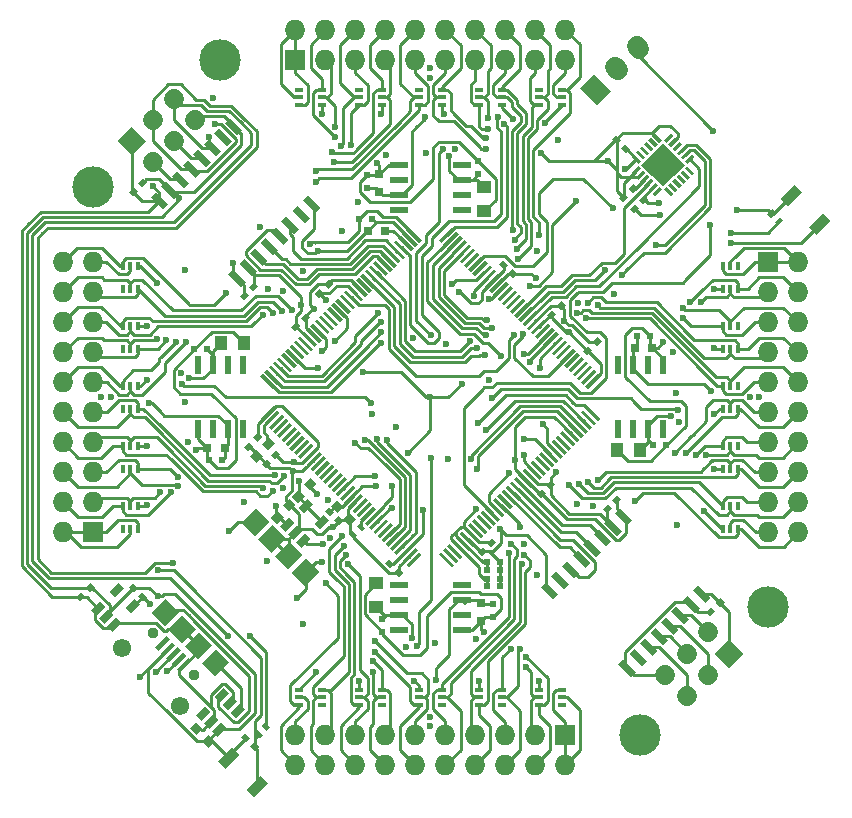
<source format=gbl>
G04 #@! TF.FileFunction,Copper,L4,Bot,Signal*
%FSLAX46Y46*%
G04 Gerber Fmt 4.6, Leading zero omitted, Abs format (unit mm)*
G04 Created by KiCad (PCBNEW 4.0.6-e0-6349~53~ubuntu14.04.1) date Wed Apr  5 00:03:45 2017*
%MOMM*%
%LPD*%
G01*
G04 APERTURE LIST*
%ADD10C,0.200000*%
%ADD11C,3.500000*%
%ADD12C,1.727200*%
%ADD13R,1.727200X1.727200*%
%ADD14O,1.727200X1.727200*%
%ADD15R,1.550000X0.600000*%
%ADD16R,0.749300X0.398780*%
%ADD17R,0.600000X1.550000*%
%ADD18R,0.398780X0.749300*%
%ADD19R,0.600000X0.500000*%
%ADD20C,0.950000*%
%ADD21C,1.550000*%
%ADD22R,0.800000X0.750000*%
%ADD23R,0.750000X0.800000*%
%ADD24R,0.500000X0.600000*%
%ADD25R,1.250000X1.000000*%
%ADD26R,1.000000X1.250000*%
%ADD27C,0.600000*%
%ADD28C,0.250000*%
G04 APERTURE END LIST*
D10*
D11*
X-28575000Y17780000D03*
D10*
G36*
X14077763Y24705922D02*
X12640922Y26142763D01*
X13862237Y27364078D01*
X15299078Y25927237D01*
X14077763Y24705922D01*
X14077763Y24705922D01*
G37*
D12*
X15658288Y27938814D02*
X15873814Y27723288D01*
X17454339Y29734865D02*
X17669865Y29519339D01*
D10*
G36*
X-10919023Y-12722145D02*
X-11378642Y-12262526D01*
X-10629109Y-11512993D01*
X-10169490Y-11972612D01*
X-10919023Y-12722145D01*
X-10919023Y-12722145D01*
G37*
G36*
X-11590774Y-12050393D02*
X-12050393Y-11590774D01*
X-11300860Y-10841241D01*
X-10841241Y-11300860D01*
X-11590774Y-12050393D01*
X-11590774Y-12050393D01*
G37*
G36*
X-12262526Y-11378642D02*
X-12722145Y-10919023D01*
X-11972612Y-10169490D01*
X-11512993Y-10629109D01*
X-12262526Y-11378642D01*
X-12262526Y-11378642D01*
G37*
G36*
X-10706891Y-9823007D02*
X-11166510Y-9363388D01*
X-10416977Y-8613855D01*
X-9957358Y-9073474D01*
X-10706891Y-9823007D01*
X-10706891Y-9823007D01*
G37*
G36*
X-9363388Y-11166510D02*
X-9823007Y-10706891D01*
X-9073474Y-9957358D01*
X-8613855Y-10416977D01*
X-9363388Y-11166510D01*
X-9363388Y-11166510D01*
G37*
G36*
X22354328Y18995571D02*
X22142196Y18783439D01*
X21541156Y19384479D01*
X21753288Y19596611D01*
X22354328Y18995571D01*
X22354328Y18995571D01*
G37*
G36*
X22000774Y18642018D02*
X21788642Y18429886D01*
X21187602Y19030926D01*
X21399734Y19243058D01*
X22000774Y18642018D01*
X22000774Y18642018D01*
G37*
G36*
X21647221Y18288464D02*
X21435089Y18076332D01*
X20834049Y18677372D01*
X21046181Y18889504D01*
X21647221Y18288464D01*
X21647221Y18288464D01*
G37*
G36*
X21293668Y17934911D02*
X21081536Y17722779D01*
X20480496Y18323819D01*
X20692628Y18535951D01*
X21293668Y17934911D01*
X21293668Y17934911D01*
G37*
G36*
X20940114Y17581358D02*
X20727982Y17369226D01*
X20126942Y17970266D01*
X20339074Y18182398D01*
X20940114Y17581358D01*
X20940114Y17581358D01*
G37*
G36*
X20586561Y17227804D02*
X20374429Y17015672D01*
X19773389Y17616712D01*
X19985521Y17828844D01*
X20586561Y17227804D01*
X20586561Y17227804D01*
G37*
G36*
X18995571Y17015672D02*
X18783439Y17227804D01*
X19384479Y17828844D01*
X19596611Y17616712D01*
X18995571Y17015672D01*
X18995571Y17015672D01*
G37*
G36*
X18642018Y17369226D02*
X18429886Y17581358D01*
X19030926Y18182398D01*
X19243058Y17970266D01*
X18642018Y17369226D01*
X18642018Y17369226D01*
G37*
G36*
X18288464Y17722779D02*
X18076332Y17934911D01*
X18677372Y18535951D01*
X18889504Y18323819D01*
X18288464Y17722779D01*
X18288464Y17722779D01*
G37*
G36*
X17934911Y18076332D02*
X17722779Y18288464D01*
X18323819Y18889504D01*
X18535951Y18677372D01*
X17934911Y18076332D01*
X17934911Y18076332D01*
G37*
G36*
X17581358Y18429886D02*
X17369226Y18642018D01*
X17970266Y19243058D01*
X18182398Y19030926D01*
X17581358Y18429886D01*
X17581358Y18429886D01*
G37*
G36*
X17227804Y18783439D02*
X17015672Y18995571D01*
X17616712Y19596611D01*
X17828844Y19384479D01*
X17227804Y18783439D01*
X17227804Y18783439D01*
G37*
G36*
X17828844Y19985521D02*
X17616712Y19773389D01*
X17015672Y20374429D01*
X17227804Y20586561D01*
X17828844Y19985521D01*
X17828844Y19985521D01*
G37*
G36*
X18182398Y20339074D02*
X17970266Y20126942D01*
X17369226Y20727982D01*
X17581358Y20940114D01*
X18182398Y20339074D01*
X18182398Y20339074D01*
G37*
G36*
X18535951Y20692628D02*
X18323819Y20480496D01*
X17722779Y21081536D01*
X17934911Y21293668D01*
X18535951Y20692628D01*
X18535951Y20692628D01*
G37*
G36*
X18889504Y21046181D02*
X18677372Y20834049D01*
X18076332Y21435089D01*
X18288464Y21647221D01*
X18889504Y21046181D01*
X18889504Y21046181D01*
G37*
G36*
X19243058Y21399734D02*
X19030926Y21187602D01*
X18429886Y21788642D01*
X18642018Y22000774D01*
X19243058Y21399734D01*
X19243058Y21399734D01*
G37*
G36*
X19596611Y21753288D02*
X19384479Y21541156D01*
X18783439Y22142196D01*
X18995571Y22354328D01*
X19596611Y21753288D01*
X19596611Y21753288D01*
G37*
G36*
X19985521Y21541156D02*
X19773389Y21753288D01*
X20374429Y22354328D01*
X20586561Y22142196D01*
X19985521Y21541156D01*
X19985521Y21541156D01*
G37*
G36*
X20339074Y21187602D02*
X20126942Y21399734D01*
X20727982Y22000774D01*
X20940114Y21788642D01*
X20339074Y21187602D01*
X20339074Y21187602D01*
G37*
G36*
X20692628Y20834049D02*
X20480496Y21046181D01*
X21081536Y21647221D01*
X21293668Y21435089D01*
X20692628Y20834049D01*
X20692628Y20834049D01*
G37*
G36*
X21046181Y20480496D02*
X20834049Y20692628D01*
X21435089Y21293668D01*
X21647221Y21081536D01*
X21046181Y20480496D01*
X21046181Y20480496D01*
G37*
G36*
X21399734Y20126942D02*
X21187602Y20339074D01*
X21788642Y20940114D01*
X22000774Y20727982D01*
X21399734Y20126942D01*
X21399734Y20126942D01*
G37*
G36*
X21753288Y19773389D02*
X21541156Y19985521D01*
X22142196Y20586561D01*
X22354328Y20374429D01*
X21753288Y19773389D01*
X21753288Y19773389D01*
G37*
G36*
X19685000Y19685000D02*
X18765761Y18765761D01*
X17846522Y19685000D01*
X18765761Y20604239D01*
X19685000Y19685000D01*
X19685000Y19685000D01*
G37*
G36*
X20604239Y20604239D02*
X19685000Y19685000D01*
X18765761Y20604239D01*
X19685000Y21523478D01*
X20604239Y20604239D01*
X20604239Y20604239D01*
G37*
G36*
X20604239Y18765761D02*
X19685000Y17846522D01*
X18765761Y18765761D01*
X19685000Y19685000D01*
X20604239Y18765761D01*
X20604239Y18765761D01*
G37*
G36*
X21523478Y19685000D02*
X20604239Y18765761D01*
X19685000Y19685000D01*
X20604239Y20604239D01*
X21523478Y19685000D01*
X21523478Y19685000D01*
G37*
G36*
X-23683598Y16973155D02*
X-23259334Y17397419D01*
X-22198674Y16336759D01*
X-22622938Y15912495D01*
X-23683598Y16973155D01*
X-23683598Y16973155D01*
G37*
G36*
X-22785573Y17871181D02*
X-22361309Y18295445D01*
X-21300649Y17234785D01*
X-21724913Y16810521D01*
X-22785573Y17871181D01*
X-22785573Y17871181D01*
G37*
G36*
X-21887547Y18769206D02*
X-21463283Y19193470D01*
X-20402623Y18132810D01*
X-20826887Y17708546D01*
X-21887547Y18769206D01*
X-21887547Y18769206D01*
G37*
G36*
X-20989521Y19667232D02*
X-20565257Y20091496D01*
X-19504597Y19030836D01*
X-19928861Y18606572D01*
X-20989521Y19667232D01*
X-20989521Y19667232D01*
G37*
G36*
X-20091496Y20565257D02*
X-19667232Y20989521D01*
X-18606572Y19928861D01*
X-19030836Y19504597D01*
X-20091496Y20565257D01*
X-20091496Y20565257D01*
G37*
G36*
X-19193470Y21463283D02*
X-18769206Y21887547D01*
X-17708546Y20826887D01*
X-18132810Y20402623D01*
X-19193470Y21463283D01*
X-19193470Y21463283D01*
G37*
G36*
X-18295445Y22361309D02*
X-17871181Y22785573D01*
X-16810521Y21724913D01*
X-17234785Y21300649D01*
X-18295445Y22361309D01*
X-18295445Y22361309D01*
G37*
G36*
X-17397419Y23259334D02*
X-16973155Y23683598D01*
X-15912495Y22622938D01*
X-16336759Y22198674D01*
X-17397419Y23259334D01*
X-17397419Y23259334D01*
G37*
G36*
X-10821326Y16683241D02*
X-10397062Y17107505D01*
X-9336402Y16046845D01*
X-9760666Y15622581D01*
X-10821326Y16683241D01*
X-10821326Y16683241D01*
G37*
G36*
X-11719351Y15785215D02*
X-11295087Y16209479D01*
X-10234427Y15148819D01*
X-10658691Y14724555D01*
X-11719351Y15785215D01*
X-11719351Y15785215D01*
G37*
G36*
X-12617377Y14887190D02*
X-12193113Y15311454D01*
X-11132453Y14250794D01*
X-11556717Y13826530D01*
X-12617377Y14887190D01*
X-12617377Y14887190D01*
G37*
G36*
X-13515403Y13989164D02*
X-13091139Y14413428D01*
X-12030479Y13352768D01*
X-12454743Y12928504D01*
X-13515403Y13989164D01*
X-13515403Y13989164D01*
G37*
G36*
X-14413428Y13091139D02*
X-13989164Y13515403D01*
X-12928504Y12454743D01*
X-13352768Y12030479D01*
X-14413428Y13091139D01*
X-14413428Y13091139D01*
G37*
G36*
X-15311454Y12193113D02*
X-14887190Y12617377D01*
X-13826530Y11556717D01*
X-14250794Y11132453D01*
X-15311454Y12193113D01*
X-15311454Y12193113D01*
G37*
G36*
X-16209479Y11295087D02*
X-15785215Y11719351D01*
X-14724555Y10658691D01*
X-15148819Y10234427D01*
X-16209479Y11295087D01*
X-16209479Y11295087D01*
G37*
G36*
X-17107505Y10397062D02*
X-16683241Y10821326D01*
X-15622581Y9760666D01*
X-16046845Y9336402D01*
X-17107505Y10397062D01*
X-17107505Y10397062D01*
G37*
G36*
X-12019872Y-14565456D02*
X-13151243Y-13434085D01*
X-11949162Y-12232004D01*
X-10817791Y-13363375D01*
X-12019872Y-14565456D01*
X-12019872Y-14565456D01*
G37*
G36*
X-10605658Y-15979670D02*
X-11737029Y-14848299D01*
X-10534948Y-13646218D01*
X-9403577Y-14777589D01*
X-10605658Y-15979670D01*
X-10605658Y-15979670D01*
G37*
G36*
X-13434085Y-13151243D02*
X-14565456Y-12019872D01*
X-13363375Y-10817791D01*
X-12232004Y-11949162D01*
X-13434085Y-13151243D01*
X-13434085Y-13151243D01*
G37*
G36*
X-14848299Y-11737029D02*
X-15979670Y-10605658D01*
X-14777589Y-9403577D01*
X-13646218Y-10534948D01*
X-14848299Y-11737029D01*
X-14848299Y-11737029D01*
G37*
G36*
X-22485052Y-19373782D02*
X-23616423Y-18242411D01*
X-22414342Y-17040330D01*
X-21282971Y-18171701D01*
X-22485052Y-19373782D01*
X-22485052Y-19373782D01*
G37*
G36*
X-21070838Y-20787996D02*
X-22202209Y-19656625D01*
X-21000128Y-18454544D01*
X-19868757Y-19585915D01*
X-21070838Y-20787996D01*
X-21070838Y-20787996D01*
G37*
G36*
X-18242411Y-23616423D02*
X-19373782Y-22485052D01*
X-18171701Y-21282971D01*
X-17040330Y-22414342D01*
X-18242411Y-23616423D01*
X-18242411Y-23616423D01*
G37*
G36*
X-19656625Y-22202209D02*
X-20787996Y-21070838D01*
X-19585915Y-19868757D01*
X-18454544Y-21000128D01*
X-19656625Y-22202209D01*
X-19656625Y-22202209D01*
G37*
G36*
X14407301Y-1820800D02*
X14195169Y-2032932D01*
X13099153Y-936916D01*
X13311285Y-724784D01*
X14407301Y-1820800D01*
X14407301Y-1820800D01*
G37*
G36*
X14053748Y-2174354D02*
X13841616Y-2386486D01*
X12745600Y-1290470D01*
X12957732Y-1078338D01*
X14053748Y-2174354D01*
X14053748Y-2174354D01*
G37*
G36*
X13700194Y-2527907D02*
X13488062Y-2740039D01*
X12392046Y-1644023D01*
X12604178Y-1431891D01*
X13700194Y-2527907D01*
X13700194Y-2527907D01*
G37*
G36*
X13346641Y-2881460D02*
X13134509Y-3093592D01*
X12038493Y-1997576D01*
X12250625Y-1785444D01*
X13346641Y-2881460D01*
X13346641Y-2881460D01*
G37*
G36*
X12993087Y-3235014D02*
X12780955Y-3447146D01*
X11684939Y-2351130D01*
X11897071Y-2138998D01*
X12993087Y-3235014D01*
X12993087Y-3235014D01*
G37*
G36*
X12639534Y-3588567D02*
X12427402Y-3800699D01*
X11331386Y-2704683D01*
X11543518Y-2492551D01*
X12639534Y-3588567D01*
X12639534Y-3588567D01*
G37*
G36*
X12285981Y-3942121D02*
X12073849Y-4154253D01*
X10977833Y-3058237D01*
X11189965Y-2846105D01*
X12285981Y-3942121D01*
X12285981Y-3942121D01*
G37*
G36*
X11932427Y-4295674D02*
X11720295Y-4507806D01*
X10624279Y-3411790D01*
X10836411Y-3199658D01*
X11932427Y-4295674D01*
X11932427Y-4295674D01*
G37*
G36*
X11578874Y-4649227D02*
X11366742Y-4861359D01*
X10270726Y-3765343D01*
X10482858Y-3553211D01*
X11578874Y-4649227D01*
X11578874Y-4649227D01*
G37*
G36*
X11225320Y-5002781D02*
X11013188Y-5214913D01*
X9917172Y-4118897D01*
X10129304Y-3906765D01*
X11225320Y-5002781D01*
X11225320Y-5002781D01*
G37*
G36*
X10871767Y-5356334D02*
X10659635Y-5568466D01*
X9563619Y-4472450D01*
X9775751Y-4260318D01*
X10871767Y-5356334D01*
X10871767Y-5356334D01*
G37*
G36*
X10518214Y-5709888D02*
X10306082Y-5922020D01*
X9210066Y-4826004D01*
X9422198Y-4613872D01*
X10518214Y-5709888D01*
X10518214Y-5709888D01*
G37*
G36*
X10164660Y-6063441D02*
X9952528Y-6275573D01*
X8856512Y-5179557D01*
X9068644Y-4967425D01*
X10164660Y-6063441D01*
X10164660Y-6063441D01*
G37*
G36*
X9811107Y-6416994D02*
X9598975Y-6629126D01*
X8502959Y-5533110D01*
X8715091Y-5320978D01*
X9811107Y-6416994D01*
X9811107Y-6416994D01*
G37*
G36*
X9457553Y-6770548D02*
X9245421Y-6982680D01*
X8149405Y-5886664D01*
X8361537Y-5674532D01*
X9457553Y-6770548D01*
X9457553Y-6770548D01*
G37*
G36*
X9104000Y-7124101D02*
X8891868Y-7336233D01*
X7795852Y-6240217D01*
X8007984Y-6028085D01*
X9104000Y-7124101D01*
X9104000Y-7124101D01*
G37*
G36*
X8750447Y-7477654D02*
X8538315Y-7689786D01*
X7442299Y-6593770D01*
X7654431Y-6381638D01*
X8750447Y-7477654D01*
X8750447Y-7477654D01*
G37*
G36*
X8396893Y-7831208D02*
X8184761Y-8043340D01*
X7088745Y-6947324D01*
X7300877Y-6735192D01*
X8396893Y-7831208D01*
X8396893Y-7831208D01*
G37*
G36*
X8043340Y-8184761D02*
X7831208Y-8396893D01*
X6735192Y-7300877D01*
X6947324Y-7088745D01*
X8043340Y-8184761D01*
X8043340Y-8184761D01*
G37*
G36*
X7689786Y-8538315D02*
X7477654Y-8750447D01*
X6381638Y-7654431D01*
X6593770Y-7442299D01*
X7689786Y-8538315D01*
X7689786Y-8538315D01*
G37*
G36*
X7336233Y-8891868D02*
X7124101Y-9104000D01*
X6028085Y-8007984D01*
X6240217Y-7795852D01*
X7336233Y-8891868D01*
X7336233Y-8891868D01*
G37*
G36*
X6982680Y-9245421D02*
X6770548Y-9457553D01*
X5674532Y-8361537D01*
X5886664Y-8149405D01*
X6982680Y-9245421D01*
X6982680Y-9245421D01*
G37*
G36*
X6629126Y-9598975D02*
X6416994Y-9811107D01*
X5320978Y-8715091D01*
X5533110Y-8502959D01*
X6629126Y-9598975D01*
X6629126Y-9598975D01*
G37*
G36*
X6275573Y-9952528D02*
X6063441Y-10164660D01*
X4967425Y-9068644D01*
X5179557Y-8856512D01*
X6275573Y-9952528D01*
X6275573Y-9952528D01*
G37*
G36*
X5922020Y-10306082D02*
X5709888Y-10518214D01*
X4613872Y-9422198D01*
X4826004Y-9210066D01*
X5922020Y-10306082D01*
X5922020Y-10306082D01*
G37*
G36*
X5568466Y-10659635D02*
X5356334Y-10871767D01*
X4260318Y-9775751D01*
X4472450Y-9563619D01*
X5568466Y-10659635D01*
X5568466Y-10659635D01*
G37*
G36*
X5214913Y-11013188D02*
X5002781Y-11225320D01*
X3906765Y-10129304D01*
X4118897Y-9917172D01*
X5214913Y-11013188D01*
X5214913Y-11013188D01*
G37*
G36*
X4861359Y-11366742D02*
X4649227Y-11578874D01*
X3553211Y-10482858D01*
X3765343Y-10270726D01*
X4861359Y-11366742D01*
X4861359Y-11366742D01*
G37*
G36*
X4507806Y-11720295D02*
X4295674Y-11932427D01*
X3199658Y-10836411D01*
X3411790Y-10624279D01*
X4507806Y-11720295D01*
X4507806Y-11720295D01*
G37*
G36*
X4154253Y-12073849D02*
X3942121Y-12285981D01*
X2846105Y-11189965D01*
X3058237Y-10977833D01*
X4154253Y-12073849D01*
X4154253Y-12073849D01*
G37*
G36*
X3800699Y-12427402D02*
X3588567Y-12639534D01*
X2492551Y-11543518D01*
X2704683Y-11331386D01*
X3800699Y-12427402D01*
X3800699Y-12427402D01*
G37*
G36*
X3447146Y-12780955D02*
X3235014Y-12993087D01*
X2138998Y-11897071D01*
X2351130Y-11684939D01*
X3447146Y-12780955D01*
X3447146Y-12780955D01*
G37*
G36*
X3093592Y-13134509D02*
X2881460Y-13346641D01*
X1785444Y-12250625D01*
X1997576Y-12038493D01*
X3093592Y-13134509D01*
X3093592Y-13134509D01*
G37*
G36*
X2740039Y-13488062D02*
X2527907Y-13700194D01*
X1431891Y-12604178D01*
X1644023Y-12392046D01*
X2740039Y-13488062D01*
X2740039Y-13488062D01*
G37*
G36*
X2386486Y-13841616D02*
X2174354Y-14053748D01*
X1078338Y-12957732D01*
X1290470Y-12745600D01*
X2386486Y-13841616D01*
X2386486Y-13841616D01*
G37*
G36*
X2032932Y-14195169D02*
X1820800Y-14407301D01*
X724784Y-13311285D01*
X936916Y-13099153D01*
X2032932Y-14195169D01*
X2032932Y-14195169D01*
G37*
G36*
X-1820800Y-14407301D02*
X-2032932Y-14195169D01*
X-936916Y-13099153D01*
X-724784Y-13311285D01*
X-1820800Y-14407301D01*
X-1820800Y-14407301D01*
G37*
G36*
X-2174354Y-14053748D02*
X-2386486Y-13841616D01*
X-1290470Y-12745600D01*
X-1078338Y-12957732D01*
X-2174354Y-14053748D01*
X-2174354Y-14053748D01*
G37*
G36*
X-2527907Y-13700194D02*
X-2740039Y-13488062D01*
X-1644023Y-12392046D01*
X-1431891Y-12604178D01*
X-2527907Y-13700194D01*
X-2527907Y-13700194D01*
G37*
G36*
X-2881460Y-13346641D02*
X-3093592Y-13134509D01*
X-1997576Y-12038493D01*
X-1785444Y-12250625D01*
X-2881460Y-13346641D01*
X-2881460Y-13346641D01*
G37*
G36*
X-3235014Y-12993087D02*
X-3447146Y-12780955D01*
X-2351130Y-11684939D01*
X-2138998Y-11897071D01*
X-3235014Y-12993087D01*
X-3235014Y-12993087D01*
G37*
G36*
X-3588567Y-12639534D02*
X-3800699Y-12427402D01*
X-2704683Y-11331386D01*
X-2492551Y-11543518D01*
X-3588567Y-12639534D01*
X-3588567Y-12639534D01*
G37*
G36*
X-3942121Y-12285981D02*
X-4154253Y-12073849D01*
X-3058237Y-10977833D01*
X-2846105Y-11189965D01*
X-3942121Y-12285981D01*
X-3942121Y-12285981D01*
G37*
G36*
X-4295674Y-11932427D02*
X-4507806Y-11720295D01*
X-3411790Y-10624279D01*
X-3199658Y-10836411D01*
X-4295674Y-11932427D01*
X-4295674Y-11932427D01*
G37*
G36*
X-4649227Y-11578874D02*
X-4861359Y-11366742D01*
X-3765343Y-10270726D01*
X-3553211Y-10482858D01*
X-4649227Y-11578874D01*
X-4649227Y-11578874D01*
G37*
G36*
X-5002781Y-11225320D02*
X-5214913Y-11013188D01*
X-4118897Y-9917172D01*
X-3906765Y-10129304D01*
X-5002781Y-11225320D01*
X-5002781Y-11225320D01*
G37*
G36*
X-5356334Y-10871767D02*
X-5568466Y-10659635D01*
X-4472450Y-9563619D01*
X-4260318Y-9775751D01*
X-5356334Y-10871767D01*
X-5356334Y-10871767D01*
G37*
G36*
X-5709888Y-10518214D02*
X-5922020Y-10306082D01*
X-4826004Y-9210066D01*
X-4613872Y-9422198D01*
X-5709888Y-10518214D01*
X-5709888Y-10518214D01*
G37*
G36*
X-6063441Y-10164660D02*
X-6275573Y-9952528D01*
X-5179557Y-8856512D01*
X-4967425Y-9068644D01*
X-6063441Y-10164660D01*
X-6063441Y-10164660D01*
G37*
G36*
X-6416994Y-9811107D02*
X-6629126Y-9598975D01*
X-5533110Y-8502959D01*
X-5320978Y-8715091D01*
X-6416994Y-9811107D01*
X-6416994Y-9811107D01*
G37*
G36*
X-6770548Y-9457553D02*
X-6982680Y-9245421D01*
X-5886664Y-8149405D01*
X-5674532Y-8361537D01*
X-6770548Y-9457553D01*
X-6770548Y-9457553D01*
G37*
G36*
X-7124101Y-9104000D02*
X-7336233Y-8891868D01*
X-6240217Y-7795852D01*
X-6028085Y-8007984D01*
X-7124101Y-9104000D01*
X-7124101Y-9104000D01*
G37*
G36*
X-7477654Y-8750447D02*
X-7689786Y-8538315D01*
X-6593770Y-7442299D01*
X-6381638Y-7654431D01*
X-7477654Y-8750447D01*
X-7477654Y-8750447D01*
G37*
G36*
X-7831208Y-8396893D02*
X-8043340Y-8184761D01*
X-6947324Y-7088745D01*
X-6735192Y-7300877D01*
X-7831208Y-8396893D01*
X-7831208Y-8396893D01*
G37*
G36*
X-8184761Y-8043340D02*
X-8396893Y-7831208D01*
X-7300877Y-6735192D01*
X-7088745Y-6947324D01*
X-8184761Y-8043340D01*
X-8184761Y-8043340D01*
G37*
G36*
X-8538315Y-7689786D02*
X-8750447Y-7477654D01*
X-7654431Y-6381638D01*
X-7442299Y-6593770D01*
X-8538315Y-7689786D01*
X-8538315Y-7689786D01*
G37*
G36*
X-8891868Y-7336233D02*
X-9104000Y-7124101D01*
X-8007984Y-6028085D01*
X-7795852Y-6240217D01*
X-8891868Y-7336233D01*
X-8891868Y-7336233D01*
G37*
G36*
X-9245421Y-6982680D02*
X-9457553Y-6770548D01*
X-8361537Y-5674532D01*
X-8149405Y-5886664D01*
X-9245421Y-6982680D01*
X-9245421Y-6982680D01*
G37*
G36*
X-9598975Y-6629126D02*
X-9811107Y-6416994D01*
X-8715091Y-5320978D01*
X-8502959Y-5533110D01*
X-9598975Y-6629126D01*
X-9598975Y-6629126D01*
G37*
G36*
X-9952528Y-6275573D02*
X-10164660Y-6063441D01*
X-9068644Y-4967425D01*
X-8856512Y-5179557D01*
X-9952528Y-6275573D01*
X-9952528Y-6275573D01*
G37*
G36*
X-10306082Y-5922020D02*
X-10518214Y-5709888D01*
X-9422198Y-4613872D01*
X-9210066Y-4826004D01*
X-10306082Y-5922020D01*
X-10306082Y-5922020D01*
G37*
G36*
X-10659635Y-5568466D02*
X-10871767Y-5356334D01*
X-9775751Y-4260318D01*
X-9563619Y-4472450D01*
X-10659635Y-5568466D01*
X-10659635Y-5568466D01*
G37*
G36*
X-11013188Y-5214913D02*
X-11225320Y-5002781D01*
X-10129304Y-3906765D01*
X-9917172Y-4118897D01*
X-11013188Y-5214913D01*
X-11013188Y-5214913D01*
G37*
G36*
X-11366742Y-4861359D02*
X-11578874Y-4649227D01*
X-10482858Y-3553211D01*
X-10270726Y-3765343D01*
X-11366742Y-4861359D01*
X-11366742Y-4861359D01*
G37*
G36*
X-11720295Y-4507806D02*
X-11932427Y-4295674D01*
X-10836411Y-3199658D01*
X-10624279Y-3411790D01*
X-11720295Y-4507806D01*
X-11720295Y-4507806D01*
G37*
G36*
X-12073849Y-4154253D02*
X-12285981Y-3942121D01*
X-11189965Y-2846105D01*
X-10977833Y-3058237D01*
X-12073849Y-4154253D01*
X-12073849Y-4154253D01*
G37*
G36*
X-12427402Y-3800699D02*
X-12639534Y-3588567D01*
X-11543518Y-2492551D01*
X-11331386Y-2704683D01*
X-12427402Y-3800699D01*
X-12427402Y-3800699D01*
G37*
G36*
X-12780955Y-3447146D02*
X-12993087Y-3235014D01*
X-11897071Y-2138998D01*
X-11684939Y-2351130D01*
X-12780955Y-3447146D01*
X-12780955Y-3447146D01*
G37*
G36*
X-13134509Y-3093592D02*
X-13346641Y-2881460D01*
X-12250625Y-1785444D01*
X-12038493Y-1997576D01*
X-13134509Y-3093592D01*
X-13134509Y-3093592D01*
G37*
G36*
X-13488062Y-2740039D02*
X-13700194Y-2527907D01*
X-12604178Y-1431891D01*
X-12392046Y-1644023D01*
X-13488062Y-2740039D01*
X-13488062Y-2740039D01*
G37*
G36*
X-13841616Y-2386486D02*
X-14053748Y-2174354D01*
X-12957732Y-1078338D01*
X-12745600Y-1290470D01*
X-13841616Y-2386486D01*
X-13841616Y-2386486D01*
G37*
G36*
X-14195169Y-2032932D02*
X-14407301Y-1820800D01*
X-13311285Y-724784D01*
X-13099153Y-936916D01*
X-14195169Y-2032932D01*
X-14195169Y-2032932D01*
G37*
G36*
X-13099153Y936916D02*
X-13311285Y724784D01*
X-14407301Y1820800D01*
X-14195169Y2032932D01*
X-13099153Y936916D01*
X-13099153Y936916D01*
G37*
G36*
X-12745600Y1290470D02*
X-12957732Y1078338D01*
X-14053748Y2174354D01*
X-13841616Y2386486D01*
X-12745600Y1290470D01*
X-12745600Y1290470D01*
G37*
G36*
X-12392046Y1644023D02*
X-12604178Y1431891D01*
X-13700194Y2527907D01*
X-13488062Y2740039D01*
X-12392046Y1644023D01*
X-12392046Y1644023D01*
G37*
G36*
X-12038493Y1997576D02*
X-12250625Y1785444D01*
X-13346641Y2881460D01*
X-13134509Y3093592D01*
X-12038493Y1997576D01*
X-12038493Y1997576D01*
G37*
G36*
X-11684939Y2351130D02*
X-11897071Y2138998D01*
X-12993087Y3235014D01*
X-12780955Y3447146D01*
X-11684939Y2351130D01*
X-11684939Y2351130D01*
G37*
G36*
X-11331386Y2704683D02*
X-11543518Y2492551D01*
X-12639534Y3588567D01*
X-12427402Y3800699D01*
X-11331386Y2704683D01*
X-11331386Y2704683D01*
G37*
G36*
X-10977833Y3058237D02*
X-11189965Y2846105D01*
X-12285981Y3942121D01*
X-12073849Y4154253D01*
X-10977833Y3058237D01*
X-10977833Y3058237D01*
G37*
G36*
X-10624279Y3411790D02*
X-10836411Y3199658D01*
X-11932427Y4295674D01*
X-11720295Y4507806D01*
X-10624279Y3411790D01*
X-10624279Y3411790D01*
G37*
G36*
X-10270726Y3765343D02*
X-10482858Y3553211D01*
X-11578874Y4649227D01*
X-11366742Y4861359D01*
X-10270726Y3765343D01*
X-10270726Y3765343D01*
G37*
G36*
X-9917172Y4118897D02*
X-10129304Y3906765D01*
X-11225320Y5002781D01*
X-11013188Y5214913D01*
X-9917172Y4118897D01*
X-9917172Y4118897D01*
G37*
G36*
X-9563619Y4472450D02*
X-9775751Y4260318D01*
X-10871767Y5356334D01*
X-10659635Y5568466D01*
X-9563619Y4472450D01*
X-9563619Y4472450D01*
G37*
G36*
X-9210066Y4826004D02*
X-9422198Y4613872D01*
X-10518214Y5709888D01*
X-10306082Y5922020D01*
X-9210066Y4826004D01*
X-9210066Y4826004D01*
G37*
G36*
X-8856512Y5179557D02*
X-9068644Y4967425D01*
X-10164660Y6063441D01*
X-9952528Y6275573D01*
X-8856512Y5179557D01*
X-8856512Y5179557D01*
G37*
G36*
X-8502959Y5533110D02*
X-8715091Y5320978D01*
X-9811107Y6416994D01*
X-9598975Y6629126D01*
X-8502959Y5533110D01*
X-8502959Y5533110D01*
G37*
G36*
X-8149405Y5886664D02*
X-8361537Y5674532D01*
X-9457553Y6770548D01*
X-9245421Y6982680D01*
X-8149405Y5886664D01*
X-8149405Y5886664D01*
G37*
G36*
X-7795852Y6240217D02*
X-8007984Y6028085D01*
X-9104000Y7124101D01*
X-8891868Y7336233D01*
X-7795852Y6240217D01*
X-7795852Y6240217D01*
G37*
G36*
X-7442299Y6593770D02*
X-7654431Y6381638D01*
X-8750447Y7477654D01*
X-8538315Y7689786D01*
X-7442299Y6593770D01*
X-7442299Y6593770D01*
G37*
G36*
X-7088745Y6947324D02*
X-7300877Y6735192D01*
X-8396893Y7831208D01*
X-8184761Y8043340D01*
X-7088745Y6947324D01*
X-7088745Y6947324D01*
G37*
G36*
X-6735192Y7300877D02*
X-6947324Y7088745D01*
X-8043340Y8184761D01*
X-7831208Y8396893D01*
X-6735192Y7300877D01*
X-6735192Y7300877D01*
G37*
G36*
X-6381638Y7654431D02*
X-6593770Y7442299D01*
X-7689786Y8538315D01*
X-7477654Y8750447D01*
X-6381638Y7654431D01*
X-6381638Y7654431D01*
G37*
G36*
X-6028085Y8007984D02*
X-6240217Y7795852D01*
X-7336233Y8891868D01*
X-7124101Y9104000D01*
X-6028085Y8007984D01*
X-6028085Y8007984D01*
G37*
G36*
X-5674532Y8361537D02*
X-5886664Y8149405D01*
X-6982680Y9245421D01*
X-6770548Y9457553D01*
X-5674532Y8361537D01*
X-5674532Y8361537D01*
G37*
G36*
X-5320978Y8715091D02*
X-5533110Y8502959D01*
X-6629126Y9598975D01*
X-6416994Y9811107D01*
X-5320978Y8715091D01*
X-5320978Y8715091D01*
G37*
G36*
X-4967425Y9068644D02*
X-5179557Y8856512D01*
X-6275573Y9952528D01*
X-6063441Y10164660D01*
X-4967425Y9068644D01*
X-4967425Y9068644D01*
G37*
G36*
X-4613872Y9422198D02*
X-4826004Y9210066D01*
X-5922020Y10306082D01*
X-5709888Y10518214D01*
X-4613872Y9422198D01*
X-4613872Y9422198D01*
G37*
G36*
X-4260318Y9775751D02*
X-4472450Y9563619D01*
X-5568466Y10659635D01*
X-5356334Y10871767D01*
X-4260318Y9775751D01*
X-4260318Y9775751D01*
G37*
G36*
X-3906765Y10129304D02*
X-4118897Y9917172D01*
X-5214913Y11013188D01*
X-5002781Y11225320D01*
X-3906765Y10129304D01*
X-3906765Y10129304D01*
G37*
G36*
X-3553211Y10482858D02*
X-3765343Y10270726D01*
X-4861359Y11366742D01*
X-4649227Y11578874D01*
X-3553211Y10482858D01*
X-3553211Y10482858D01*
G37*
G36*
X-3199658Y10836411D02*
X-3411790Y10624279D01*
X-4507806Y11720295D01*
X-4295674Y11932427D01*
X-3199658Y10836411D01*
X-3199658Y10836411D01*
G37*
G36*
X-2846105Y11189965D02*
X-3058237Y10977833D01*
X-4154253Y12073849D01*
X-3942121Y12285981D01*
X-2846105Y11189965D01*
X-2846105Y11189965D01*
G37*
G36*
X-2492551Y11543518D02*
X-2704683Y11331386D01*
X-3800699Y12427402D01*
X-3588567Y12639534D01*
X-2492551Y11543518D01*
X-2492551Y11543518D01*
G37*
G36*
X-2138998Y11897071D02*
X-2351130Y11684939D01*
X-3447146Y12780955D01*
X-3235014Y12993087D01*
X-2138998Y11897071D01*
X-2138998Y11897071D01*
G37*
G36*
X-1785444Y12250625D02*
X-1997576Y12038493D01*
X-3093592Y13134509D01*
X-2881460Y13346641D01*
X-1785444Y12250625D01*
X-1785444Y12250625D01*
G37*
G36*
X-1431891Y12604178D02*
X-1644023Y12392046D01*
X-2740039Y13488062D01*
X-2527907Y13700194D01*
X-1431891Y12604178D01*
X-1431891Y12604178D01*
G37*
G36*
X-1078338Y12957732D02*
X-1290470Y12745600D01*
X-2386486Y13841616D01*
X-2174354Y14053748D01*
X-1078338Y12957732D01*
X-1078338Y12957732D01*
G37*
G36*
X-724784Y13311285D02*
X-936916Y13099153D01*
X-2032932Y14195169D01*
X-1820800Y14407301D01*
X-724784Y13311285D01*
X-724784Y13311285D01*
G37*
G36*
X936916Y13099153D02*
X724784Y13311285D01*
X1820800Y14407301D01*
X2032932Y14195169D01*
X936916Y13099153D01*
X936916Y13099153D01*
G37*
G36*
X1290470Y12745600D02*
X1078338Y12957732D01*
X2174354Y14053748D01*
X2386486Y13841616D01*
X1290470Y12745600D01*
X1290470Y12745600D01*
G37*
G36*
X1644023Y12392046D02*
X1431891Y12604178D01*
X2527907Y13700194D01*
X2740039Y13488062D01*
X1644023Y12392046D01*
X1644023Y12392046D01*
G37*
G36*
X1997576Y12038493D02*
X1785444Y12250625D01*
X2881460Y13346641D01*
X3093592Y13134509D01*
X1997576Y12038493D01*
X1997576Y12038493D01*
G37*
G36*
X2351130Y11684939D02*
X2138998Y11897071D01*
X3235014Y12993087D01*
X3447146Y12780955D01*
X2351130Y11684939D01*
X2351130Y11684939D01*
G37*
G36*
X2704683Y11331386D02*
X2492551Y11543518D01*
X3588567Y12639534D01*
X3800699Y12427402D01*
X2704683Y11331386D01*
X2704683Y11331386D01*
G37*
G36*
X3058237Y10977833D02*
X2846105Y11189965D01*
X3942121Y12285981D01*
X4154253Y12073849D01*
X3058237Y10977833D01*
X3058237Y10977833D01*
G37*
G36*
X3411790Y10624279D02*
X3199658Y10836411D01*
X4295674Y11932427D01*
X4507806Y11720295D01*
X3411790Y10624279D01*
X3411790Y10624279D01*
G37*
G36*
X3765343Y10270726D02*
X3553211Y10482858D01*
X4649227Y11578874D01*
X4861359Y11366742D01*
X3765343Y10270726D01*
X3765343Y10270726D01*
G37*
G36*
X4118897Y9917172D02*
X3906765Y10129304D01*
X5002781Y11225320D01*
X5214913Y11013188D01*
X4118897Y9917172D01*
X4118897Y9917172D01*
G37*
G36*
X4472450Y9563619D02*
X4260318Y9775751D01*
X5356334Y10871767D01*
X5568466Y10659635D01*
X4472450Y9563619D01*
X4472450Y9563619D01*
G37*
G36*
X4826004Y9210066D02*
X4613872Y9422198D01*
X5709888Y10518214D01*
X5922020Y10306082D01*
X4826004Y9210066D01*
X4826004Y9210066D01*
G37*
G36*
X5179557Y8856512D02*
X4967425Y9068644D01*
X6063441Y10164660D01*
X6275573Y9952528D01*
X5179557Y8856512D01*
X5179557Y8856512D01*
G37*
G36*
X5533110Y8502959D02*
X5320978Y8715091D01*
X6416994Y9811107D01*
X6629126Y9598975D01*
X5533110Y8502959D01*
X5533110Y8502959D01*
G37*
G36*
X5886664Y8149405D02*
X5674532Y8361537D01*
X6770548Y9457553D01*
X6982680Y9245421D01*
X5886664Y8149405D01*
X5886664Y8149405D01*
G37*
G36*
X6240217Y7795852D02*
X6028085Y8007984D01*
X7124101Y9104000D01*
X7336233Y8891868D01*
X6240217Y7795852D01*
X6240217Y7795852D01*
G37*
G36*
X6593770Y7442299D02*
X6381638Y7654431D01*
X7477654Y8750447D01*
X7689786Y8538315D01*
X6593770Y7442299D01*
X6593770Y7442299D01*
G37*
G36*
X6947324Y7088745D02*
X6735192Y7300877D01*
X7831208Y8396893D01*
X8043340Y8184761D01*
X6947324Y7088745D01*
X6947324Y7088745D01*
G37*
G36*
X7300877Y6735192D02*
X7088745Y6947324D01*
X8184761Y8043340D01*
X8396893Y7831208D01*
X7300877Y6735192D01*
X7300877Y6735192D01*
G37*
G36*
X7654431Y6381638D02*
X7442299Y6593770D01*
X8538315Y7689786D01*
X8750447Y7477654D01*
X7654431Y6381638D01*
X7654431Y6381638D01*
G37*
G36*
X8007984Y6028085D02*
X7795852Y6240217D01*
X8891868Y7336233D01*
X9104000Y7124101D01*
X8007984Y6028085D01*
X8007984Y6028085D01*
G37*
G36*
X8361537Y5674532D02*
X8149405Y5886664D01*
X9245421Y6982680D01*
X9457553Y6770548D01*
X8361537Y5674532D01*
X8361537Y5674532D01*
G37*
G36*
X8715091Y5320978D02*
X8502959Y5533110D01*
X9598975Y6629126D01*
X9811107Y6416994D01*
X8715091Y5320978D01*
X8715091Y5320978D01*
G37*
G36*
X9068644Y4967425D02*
X8856512Y5179557D01*
X9952528Y6275573D01*
X10164660Y6063441D01*
X9068644Y4967425D01*
X9068644Y4967425D01*
G37*
G36*
X9422198Y4613872D02*
X9210066Y4826004D01*
X10306082Y5922020D01*
X10518214Y5709888D01*
X9422198Y4613872D01*
X9422198Y4613872D01*
G37*
G36*
X9775751Y4260318D02*
X9563619Y4472450D01*
X10659635Y5568466D01*
X10871767Y5356334D01*
X9775751Y4260318D01*
X9775751Y4260318D01*
G37*
G36*
X10129304Y3906765D02*
X9917172Y4118897D01*
X11013188Y5214913D01*
X11225320Y5002781D01*
X10129304Y3906765D01*
X10129304Y3906765D01*
G37*
G36*
X10482858Y3553211D02*
X10270726Y3765343D01*
X11366742Y4861359D01*
X11578874Y4649227D01*
X10482858Y3553211D01*
X10482858Y3553211D01*
G37*
G36*
X10836411Y3199658D02*
X10624279Y3411790D01*
X11720295Y4507806D01*
X11932427Y4295674D01*
X10836411Y3199658D01*
X10836411Y3199658D01*
G37*
G36*
X11189965Y2846105D02*
X10977833Y3058237D01*
X12073849Y4154253D01*
X12285981Y3942121D01*
X11189965Y2846105D01*
X11189965Y2846105D01*
G37*
G36*
X11543518Y2492551D02*
X11331386Y2704683D01*
X12427402Y3800699D01*
X12639534Y3588567D01*
X11543518Y2492551D01*
X11543518Y2492551D01*
G37*
G36*
X11897071Y2138998D02*
X11684939Y2351130D01*
X12780955Y3447146D01*
X12993087Y3235014D01*
X11897071Y2138998D01*
X11897071Y2138998D01*
G37*
G36*
X12250625Y1785444D02*
X12038493Y1997576D01*
X13134509Y3093592D01*
X13346641Y2881460D01*
X12250625Y1785444D01*
X12250625Y1785444D01*
G37*
G36*
X12604178Y1431891D02*
X12392046Y1644023D01*
X13488062Y2740039D01*
X13700194Y2527907D01*
X12604178Y1431891D01*
X12604178Y1431891D01*
G37*
G36*
X12957732Y1078338D02*
X12745600Y1290470D01*
X13841616Y2386486D01*
X14053748Y2174354D01*
X12957732Y1078338D01*
X12957732Y1078338D01*
G37*
G36*
X13311285Y724784D02*
X13099153Y936916D01*
X14195169Y2032932D01*
X14407301Y1820800D01*
X13311285Y724784D01*
X13311285Y724784D01*
G37*
G36*
X23683598Y-16973155D02*
X23259334Y-17397419D01*
X22198674Y-16336759D01*
X22622938Y-15912495D01*
X23683598Y-16973155D01*
X23683598Y-16973155D01*
G37*
G36*
X22785573Y-17871181D02*
X22361309Y-18295445D01*
X21300649Y-17234785D01*
X21724913Y-16810521D01*
X22785573Y-17871181D01*
X22785573Y-17871181D01*
G37*
G36*
X21887547Y-18769206D02*
X21463283Y-19193470D01*
X20402623Y-18132810D01*
X20826887Y-17708546D01*
X21887547Y-18769206D01*
X21887547Y-18769206D01*
G37*
G36*
X20989521Y-19667232D02*
X20565257Y-20091496D01*
X19504597Y-19030836D01*
X19928861Y-18606572D01*
X20989521Y-19667232D01*
X20989521Y-19667232D01*
G37*
G36*
X20091496Y-20565257D02*
X19667232Y-20989521D01*
X18606572Y-19928861D01*
X19030836Y-19504597D01*
X20091496Y-20565257D01*
X20091496Y-20565257D01*
G37*
G36*
X19193470Y-21463283D02*
X18769206Y-21887547D01*
X17708546Y-20826887D01*
X18132810Y-20402623D01*
X19193470Y-21463283D01*
X19193470Y-21463283D01*
G37*
G36*
X18295445Y-22361309D02*
X17871181Y-22785573D01*
X16810521Y-21724913D01*
X17234785Y-21300649D01*
X18295445Y-22361309D01*
X18295445Y-22361309D01*
G37*
G36*
X17397419Y-23259334D02*
X16973155Y-23683598D01*
X15912495Y-22622938D01*
X16336759Y-22198674D01*
X17397419Y-23259334D01*
X17397419Y-23259334D01*
G37*
G36*
X10821326Y-16683241D02*
X10397062Y-17107505D01*
X9336402Y-16046845D01*
X9760666Y-15622581D01*
X10821326Y-16683241D01*
X10821326Y-16683241D01*
G37*
G36*
X11719351Y-15785215D02*
X11295087Y-16209479D01*
X10234427Y-15148819D01*
X10658691Y-14724555D01*
X11719351Y-15785215D01*
X11719351Y-15785215D01*
G37*
G36*
X12617377Y-14887190D02*
X12193113Y-15311454D01*
X11132453Y-14250794D01*
X11556717Y-13826530D01*
X12617377Y-14887190D01*
X12617377Y-14887190D01*
G37*
G36*
X13515403Y-13989164D02*
X13091139Y-14413428D01*
X12030479Y-13352768D01*
X12454743Y-12928504D01*
X13515403Y-13989164D01*
X13515403Y-13989164D01*
G37*
G36*
X14413428Y-13091139D02*
X13989164Y-13515403D01*
X12928504Y-12454743D01*
X13352768Y-12030479D01*
X14413428Y-13091139D01*
X14413428Y-13091139D01*
G37*
G36*
X15311454Y-12193113D02*
X14887190Y-12617377D01*
X13826530Y-11556717D01*
X14250794Y-11132453D01*
X15311454Y-12193113D01*
X15311454Y-12193113D01*
G37*
G36*
X16209479Y-11295087D02*
X15785215Y-11719351D01*
X14724555Y-10658691D01*
X15148819Y-10234427D01*
X16209479Y-11295087D01*
X16209479Y-11295087D01*
G37*
G36*
X17107505Y-10397062D02*
X16683241Y-10821326D01*
X15622581Y-9760666D01*
X16046845Y-9336402D01*
X17107505Y-10397062D01*
X17107505Y-10397062D01*
G37*
D13*
X11430000Y-28575000D03*
D14*
X11430000Y-31115000D03*
X8890000Y-28575000D03*
X8890000Y-31115000D03*
X6350000Y-28575000D03*
X6350000Y-31115000D03*
X3810000Y-28575000D03*
X3810000Y-31115000D03*
X1270000Y-28575000D03*
X1270000Y-31115000D03*
X-1270000Y-28575000D03*
X-1270000Y-31115000D03*
X-3810000Y-28575000D03*
X-3810000Y-31115000D03*
X-6350000Y-28575000D03*
X-6350000Y-31115000D03*
X-8890000Y-28575000D03*
X-8890000Y-31115000D03*
X-11430000Y-28575000D03*
X-11430000Y-31115000D03*
D13*
X-28575000Y-11430000D03*
D14*
X-31115000Y-11430000D03*
X-28575000Y-8890000D03*
X-31115000Y-8890000D03*
X-28575000Y-6350000D03*
X-31115000Y-6350000D03*
X-28575000Y-3810000D03*
X-31115000Y-3810000D03*
X-28575000Y-1270000D03*
X-31115000Y-1270000D03*
X-28575000Y1270000D03*
X-31115000Y1270000D03*
X-28575000Y3810000D03*
X-31115000Y3810000D03*
X-28575000Y6350000D03*
X-31115000Y6350000D03*
X-28575000Y8890000D03*
X-31115000Y8890000D03*
X-28575000Y11430000D03*
X-31115000Y11430000D03*
D13*
X-11430000Y28575000D03*
D14*
X-11430000Y31115000D03*
X-8890000Y28575000D03*
X-8890000Y31115000D03*
X-6350000Y28575000D03*
X-6350000Y31115000D03*
X-3810000Y28575000D03*
X-3810000Y31115000D03*
X-1270000Y28575000D03*
X-1270000Y31115000D03*
X1270000Y28575000D03*
X1270000Y31115000D03*
X3810000Y28575000D03*
X3810000Y31115000D03*
X6350000Y28575000D03*
X6350000Y31115000D03*
X8890000Y28575000D03*
X8890000Y31115000D03*
X11430000Y28575000D03*
X11430000Y31115000D03*
D13*
X28575000Y11430000D03*
D14*
X31115000Y11430000D03*
X28575000Y8890000D03*
X31115000Y8890000D03*
X28575000Y6350000D03*
X31115000Y6350000D03*
X28575000Y3810000D03*
X31115000Y3810000D03*
X28575000Y1270000D03*
X31115000Y1270000D03*
X28575000Y-1270000D03*
X31115000Y-1270000D03*
X28575000Y-3810000D03*
X31115000Y-3810000D03*
X28575000Y-6350000D03*
X31115000Y-6350000D03*
X28575000Y-8890000D03*
X31115000Y-8890000D03*
X28575000Y-11430000D03*
X31115000Y-11430000D03*
D15*
X2700000Y-15875000D03*
X2700000Y-17145000D03*
X2700000Y-18415000D03*
X2700000Y-19685000D03*
X-2700000Y-19685000D03*
X-2700000Y-18415000D03*
X-2700000Y-17145000D03*
X-2700000Y-15875000D03*
D16*
X9210040Y-26050240D03*
X9210040Y-25400000D03*
X9210040Y-24749760D03*
X11109960Y-24749760D03*
X11109960Y-25400000D03*
X11109960Y-26050240D03*
X4130040Y-26050240D03*
X4130040Y-25400000D03*
X4130040Y-24749760D03*
X6029960Y-24749760D03*
X6029960Y-25400000D03*
X6029960Y-26050240D03*
X-949960Y-26050240D03*
X-949960Y-25400000D03*
X-949960Y-24749760D03*
X949960Y-24749760D03*
X949960Y-25400000D03*
X949960Y-26050240D03*
D17*
X-15875000Y-2700000D03*
X-17145000Y-2700000D03*
X-18415000Y-2700000D03*
X-19685000Y-2700000D03*
X-19685000Y2700000D03*
X-18415000Y2700000D03*
X-17145000Y2700000D03*
X-15875000Y2700000D03*
D18*
X-26050240Y-9210040D03*
X-25400000Y-9210040D03*
X-24749760Y-9210040D03*
X-24749760Y-11109960D03*
X-25400000Y-11109960D03*
X-26050240Y-11109960D03*
X-26050240Y-4130040D03*
X-25400000Y-4130040D03*
X-24749760Y-4130040D03*
X-24749760Y-6029960D03*
X-25400000Y-6029960D03*
X-26050240Y-6029960D03*
X-26050240Y949960D03*
X-25400000Y949960D03*
X-24749760Y949960D03*
X-24749760Y-949960D03*
X-25400000Y-949960D03*
X-26050240Y-949960D03*
X-26050240Y6029960D03*
X-25400000Y6029960D03*
X-24749760Y6029960D03*
X-24749760Y4130040D03*
X-25400000Y4130040D03*
X-26050240Y4130040D03*
D15*
X-2700000Y15875000D03*
X-2700000Y17145000D03*
X-2700000Y18415000D03*
X-2700000Y19685000D03*
X2700000Y19685000D03*
X2700000Y18415000D03*
X2700000Y17145000D03*
X2700000Y15875000D03*
D16*
X-9210040Y26050240D03*
X-9210040Y25400000D03*
X-9210040Y24749760D03*
X-11109960Y24749760D03*
X-11109960Y25400000D03*
X-11109960Y26050240D03*
X-4130040Y26050240D03*
X-4130040Y25400000D03*
X-4130040Y24749760D03*
X-6029960Y24749760D03*
X-6029960Y25400000D03*
X-6029960Y26050240D03*
X949960Y26050240D03*
X949960Y25400000D03*
X949960Y24749760D03*
X-949960Y24749760D03*
X-949960Y25400000D03*
X-949960Y26050240D03*
X6029960Y26050240D03*
X6029960Y25400000D03*
X6029960Y24749760D03*
X4130040Y24749760D03*
X4130040Y25400000D03*
X4130040Y26050240D03*
D17*
X15875000Y2700000D03*
X17145000Y2700000D03*
X18415000Y2700000D03*
X19685000Y2700000D03*
X19685000Y-2700000D03*
X18415000Y-2700000D03*
X17145000Y-2700000D03*
X15875000Y-2700000D03*
D18*
X26050240Y9210040D03*
X25400000Y9210040D03*
X24749760Y9210040D03*
X24749760Y11109960D03*
X25400000Y11109960D03*
X26050240Y11109960D03*
X26050240Y4130040D03*
X25400000Y4130040D03*
X24749760Y4130040D03*
X24749760Y6029960D03*
X25400000Y6029960D03*
X26050240Y6029960D03*
X26050240Y-949960D03*
X25400000Y-949960D03*
X24749760Y-949960D03*
X24749760Y949960D03*
X25400000Y949960D03*
X26050240Y949960D03*
X26050240Y-6029960D03*
X25400000Y-6029960D03*
X24749760Y-6029960D03*
X24749760Y-4130040D03*
X25400000Y-4130040D03*
X26050240Y-4130040D03*
D10*
G36*
X5822182Y11274264D02*
X6175736Y11627818D01*
X6600000Y11203554D01*
X6246446Y10850000D01*
X5822182Y11274264D01*
X5822182Y11274264D01*
G37*
G36*
X6600000Y10496446D02*
X6953554Y10850000D01*
X7377818Y10425736D01*
X7024264Y10072182D01*
X6600000Y10496446D01*
X6600000Y10496446D01*
G37*
G36*
X-13924264Y-6027818D02*
X-14277818Y-5674264D01*
X-13853554Y-5250000D01*
X-13500000Y-5603554D01*
X-13924264Y-6027818D01*
X-13924264Y-6027818D01*
G37*
G36*
X-13146446Y-5250000D02*
X-13500000Y-4896446D01*
X-13075736Y-4472182D01*
X-12722182Y-4825736D01*
X-13146446Y-5250000D01*
X-13146446Y-5250000D01*
G37*
G36*
X-15424264Y-4527818D02*
X-15777818Y-4174264D01*
X-15353554Y-3750000D01*
X-15000000Y-4103554D01*
X-15424264Y-4527818D01*
X-15424264Y-4527818D01*
G37*
G36*
X-14646446Y-3750000D02*
X-15000000Y-3396446D01*
X-14575736Y-2972182D01*
X-14222182Y-3325736D01*
X-14646446Y-3750000D01*
X-14646446Y-3750000D01*
G37*
D19*
X-4911000Y15113000D03*
X-6011000Y15113000D03*
D10*
G36*
X-9474264Y8422182D02*
X-9827818Y8775736D01*
X-9403554Y9200000D01*
X-9050000Y8846446D01*
X-9474264Y8422182D01*
X-9474264Y8422182D01*
G37*
G36*
X-8696446Y9200000D02*
X-9050000Y9553554D01*
X-8625736Y9977818D01*
X-8272182Y9624264D01*
X-8696446Y9200000D01*
X-8696446Y9200000D01*
G37*
G36*
X10203264Y-6969182D02*
X10556818Y-7322736D01*
X10132554Y-7747000D01*
X9779000Y-7393446D01*
X10203264Y-6969182D01*
X10203264Y-6969182D01*
G37*
G36*
X9425446Y-7747000D02*
X9779000Y-8100554D01*
X9354736Y-8524818D01*
X9001182Y-8171264D01*
X9425446Y-7747000D01*
X9425446Y-7747000D01*
G37*
G36*
X5224264Y-11872182D02*
X5577818Y-12225736D01*
X5153554Y-12650000D01*
X4800000Y-12296446D01*
X5224264Y-11872182D01*
X5224264Y-11872182D01*
G37*
G36*
X4446446Y-12650000D02*
X4800000Y-13003554D01*
X4375736Y-13427818D01*
X4022182Y-13074264D01*
X4446446Y-12650000D01*
X4446446Y-12650000D01*
G37*
G36*
X14140264Y5095818D02*
X14493818Y4742264D01*
X14069554Y4318000D01*
X13716000Y4671554D01*
X14140264Y5095818D01*
X14140264Y5095818D01*
G37*
G36*
X13362446Y4318000D02*
X13716000Y3964446D01*
X13291736Y3540182D01*
X12938182Y3893736D01*
X13362446Y4318000D01*
X13362446Y4318000D01*
G37*
G36*
X-2270182Y-14902264D02*
X-2623736Y-15255818D01*
X-3048000Y-14831554D01*
X-2694446Y-14478000D01*
X-2270182Y-14902264D01*
X-2270182Y-14902264D01*
G37*
G36*
X-3048000Y-14124446D02*
X-3401554Y-14478000D01*
X-3825818Y-14053736D01*
X-3472264Y-13700182D01*
X-3048000Y-14124446D01*
X-3048000Y-14124446D01*
G37*
G36*
X11092264Y8143818D02*
X11445818Y7790264D01*
X11021554Y7366000D01*
X10668000Y7719554D01*
X11092264Y8143818D01*
X11092264Y8143818D01*
G37*
G36*
X10314446Y7366000D02*
X10668000Y7012446D01*
X10243736Y6588182D01*
X9890182Y6941736D01*
X10314446Y7366000D01*
X10314446Y7366000D01*
G37*
G36*
X-7350182Y-10457264D02*
X-7703736Y-10810818D01*
X-8128000Y-10386554D01*
X-7774446Y-10033000D01*
X-7350182Y-10457264D01*
X-7350182Y-10457264D01*
G37*
G36*
X-8128000Y-9679446D02*
X-8481554Y-10033000D01*
X-8905818Y-9608736D01*
X-8552264Y-9255182D01*
X-8128000Y-9679446D01*
X-8128000Y-9679446D01*
G37*
G36*
X-17528977Y-24615855D02*
X-17069358Y-25075474D01*
X-17818891Y-25825007D01*
X-18278510Y-25365388D01*
X-17528977Y-24615855D01*
X-17528977Y-24615855D01*
G37*
G36*
X-16857226Y-25287607D02*
X-16397607Y-25747226D01*
X-17147140Y-26496759D01*
X-17606759Y-26037140D01*
X-16857226Y-25287607D01*
X-16857226Y-25287607D01*
G37*
G36*
X-16185474Y-25959358D02*
X-15725855Y-26418977D01*
X-16475388Y-27168510D01*
X-16935007Y-26708891D01*
X-16185474Y-25959358D01*
X-16185474Y-25959358D01*
G37*
G36*
X-17741109Y-27514993D02*
X-17281490Y-27974612D01*
X-18031023Y-28724145D01*
X-18490642Y-28264526D01*
X-17741109Y-27514993D01*
X-17741109Y-27514993D01*
G37*
G36*
X-19084612Y-26171490D02*
X-18624993Y-26631109D01*
X-19374526Y-27380642D01*
X-19834145Y-26921023D01*
X-19084612Y-26171490D01*
X-19084612Y-26171490D01*
G37*
G36*
X-18412860Y-26843241D02*
X-17953241Y-27302860D01*
X-18702774Y-28052393D01*
X-19162393Y-27592774D01*
X-18412860Y-26843241D01*
X-18412860Y-26843241D01*
G37*
G36*
X-25189264Y17002182D02*
X-25542818Y17355736D01*
X-25118554Y17780000D01*
X-24765000Y17426446D01*
X-25189264Y17002182D01*
X-25189264Y17002182D01*
G37*
G36*
X-24411446Y17780000D02*
X-24765000Y18133554D01*
X-24340736Y18557818D01*
X-23987182Y18204264D01*
X-24411446Y17780000D01*
X-24411446Y17780000D01*
G37*
G36*
X24554264Y-17002182D02*
X24907818Y-17355736D01*
X24483554Y-17780000D01*
X24130000Y-17426446D01*
X24554264Y-17002182D01*
X24554264Y-17002182D01*
G37*
G36*
X23776446Y-17780000D02*
X24130000Y-18133554D01*
X23705736Y-18557818D01*
X23352182Y-18204264D01*
X23776446Y-17780000D01*
X23776446Y-17780000D01*
G37*
G36*
X-15791264Y8239182D02*
X-16144818Y8592736D01*
X-15720554Y9017000D01*
X-15367000Y8663446D01*
X-15791264Y8239182D01*
X-15791264Y8239182D01*
G37*
G36*
X-15013446Y9017000D02*
X-15367000Y9370554D01*
X-14942736Y9794818D01*
X-14589182Y9441264D01*
X-15013446Y9017000D01*
X-15013446Y9017000D01*
G37*
G36*
X15791264Y-8239182D02*
X16144818Y-8592736D01*
X15720554Y-9017000D01*
X15367000Y-8663446D01*
X15791264Y-8239182D01*
X15791264Y-8239182D01*
G37*
G36*
X15013446Y-9017000D02*
X15367000Y-9370554D01*
X14942736Y-9794818D01*
X14589182Y-9441264D01*
X15013446Y-9017000D01*
X15013446Y-9017000D01*
G37*
D16*
X-6029960Y-26050240D03*
X-6029960Y-25400000D03*
X-6029960Y-24749760D03*
X-4130040Y-24749760D03*
X-4130040Y-25400000D03*
X-4130040Y-26050240D03*
D10*
G36*
X-21171118Y-23293711D02*
X-21453960Y-23010869D01*
X-20499366Y-22056275D01*
X-20216524Y-22339117D01*
X-21171118Y-23293711D01*
X-21171118Y-23293711D01*
G37*
G36*
X-21630738Y-22834091D02*
X-21913580Y-22551249D01*
X-20958986Y-21596655D01*
X-20676144Y-21879497D01*
X-21630738Y-22834091D01*
X-21630738Y-22834091D01*
G37*
G36*
X-22090357Y-22374472D02*
X-22373199Y-22091630D01*
X-21418605Y-21137036D01*
X-21135763Y-21419878D01*
X-22090357Y-22374472D01*
X-22090357Y-22374472D01*
G37*
G36*
X-22549976Y-21914852D02*
X-22832818Y-21632010D01*
X-21878224Y-20677416D01*
X-21595382Y-20960258D01*
X-22549976Y-21914852D01*
X-22549976Y-21914852D01*
G37*
G36*
X-23009596Y-21455233D02*
X-23292438Y-21172391D01*
X-22337844Y-20217797D01*
X-22055002Y-20500639D01*
X-23009596Y-21455233D01*
X-23009596Y-21455233D01*
G37*
D20*
X-19986714Y-23523521D03*
X-23522248Y-19987987D03*
D21*
X-21188796Y-26139816D03*
X-26138543Y-21190068D03*
D10*
G36*
X-11424264Y5622182D02*
X-11777818Y5975736D01*
X-11353554Y6400000D01*
X-11000000Y6046446D01*
X-11424264Y5622182D01*
X-11424264Y5622182D01*
G37*
G36*
X-10646446Y6400000D02*
X-11000000Y6753554D01*
X-10575736Y7177818D01*
X-10222182Y6824264D01*
X-10646446Y6400000D01*
X-10646446Y6400000D01*
G37*
D19*
X5884000Y-15367000D03*
X4784000Y-15367000D03*
X5884000Y-16002000D03*
X4784000Y-16002000D03*
X5884000Y-13970000D03*
X4784000Y-13970000D03*
X5884000Y-14605000D03*
X4784000Y-14605000D03*
D22*
X-3822000Y14097000D03*
X-5322000Y14097000D03*
D10*
G36*
X-13675992Y-3366662D02*
X-13145662Y-3896992D01*
X-13711348Y-4462678D01*
X-14241678Y-3932348D01*
X-13675992Y-3366662D01*
X-13675992Y-3366662D01*
G37*
G36*
X-14736652Y-4427322D02*
X-14206322Y-4957652D01*
X-14772008Y-5523338D01*
X-15302338Y-4993008D01*
X-14736652Y-4427322D01*
X-14736652Y-4427322D01*
G37*
G36*
X-6287662Y-10327008D02*
X-6817992Y-10857338D01*
X-7383678Y-10291652D01*
X-6853348Y-9761322D01*
X-6287662Y-10327008D01*
X-6287662Y-10327008D01*
G37*
G36*
X-7348322Y-9266348D02*
X-7878652Y-9796678D01*
X-8444338Y-9230992D01*
X-7914008Y-8700662D01*
X-7348322Y-9266348D01*
X-7348322Y-9266348D01*
G37*
G36*
X-12994008Y-10730338D02*
X-13524338Y-10200008D01*
X-12958652Y-9634322D01*
X-12428322Y-10164652D01*
X-12994008Y-10730338D01*
X-12994008Y-10730338D01*
G37*
G36*
X-11933348Y-9669678D02*
X-12463678Y-9139348D01*
X-11897992Y-8573662D01*
X-11367662Y-9103992D01*
X-11933348Y-9669678D01*
X-11933348Y-9669678D01*
G37*
G36*
X-11216008Y-8952338D02*
X-11746338Y-8422008D01*
X-11180652Y-7856322D01*
X-10650322Y-8386652D01*
X-11216008Y-8952338D01*
X-11216008Y-8952338D01*
G37*
G36*
X-10155348Y-7891678D02*
X-10685678Y-7361348D01*
X-10119992Y-6795662D01*
X-9589662Y-7325992D01*
X-10155348Y-7891678D01*
X-10155348Y-7891678D01*
G37*
G36*
X-28785736Y-15732182D02*
X-28432182Y-16085736D01*
X-28856446Y-16510000D01*
X-29210000Y-16156446D01*
X-28785736Y-15732182D01*
X-28785736Y-15732182D01*
G37*
G36*
X-29563554Y-16510000D02*
X-29210000Y-16863554D01*
X-29634264Y-17287818D01*
X-29987818Y-16934264D01*
X-29563554Y-16510000D01*
X-29563554Y-16510000D01*
G37*
G36*
X-20382338Y-28026992D02*
X-19852008Y-27496662D01*
X-19286322Y-28062348D01*
X-19816652Y-28592678D01*
X-20382338Y-28026992D01*
X-20382338Y-28026992D01*
G37*
G36*
X-19321678Y-29087652D02*
X-18791348Y-28557322D01*
X-18225662Y-29123008D01*
X-18755992Y-29653338D01*
X-19321678Y-29087652D01*
X-19321678Y-29087652D01*
G37*
G36*
X-25542818Y-16085736D02*
X-25189264Y-15732182D01*
X-24765000Y-16156446D01*
X-25118554Y-16510000D01*
X-25542818Y-16085736D01*
X-25542818Y-16085736D01*
G37*
G36*
X-24765000Y-16863554D02*
X-24411446Y-16510000D01*
X-23987182Y-16934264D01*
X-24340736Y-17287818D01*
X-24765000Y-16863554D01*
X-24765000Y-16863554D01*
G37*
G36*
X-26921023Y-19834145D02*
X-27380642Y-19374526D01*
X-26631109Y-18624993D01*
X-26171490Y-19084612D01*
X-26921023Y-19834145D01*
X-26921023Y-19834145D01*
G37*
G36*
X-27592774Y-19162393D02*
X-28052393Y-18702774D01*
X-27302860Y-17953241D01*
X-26843241Y-18412860D01*
X-27592774Y-19162393D01*
X-27592774Y-19162393D01*
G37*
G36*
X-28264526Y-18490642D02*
X-28724145Y-18031023D01*
X-27974612Y-17281490D01*
X-27514993Y-17741109D01*
X-28264526Y-18490642D01*
X-28264526Y-18490642D01*
G37*
G36*
X-26708891Y-16935007D02*
X-27168510Y-16475388D01*
X-26418977Y-15725855D01*
X-25959358Y-16185474D01*
X-26708891Y-16935007D01*
X-26708891Y-16935007D01*
G37*
G36*
X-25365388Y-18278510D02*
X-25825007Y-17818891D01*
X-25075474Y-17069358D01*
X-24615855Y-17528977D01*
X-25365388Y-18278510D01*
X-25365388Y-18278510D01*
G37*
G36*
X-25290000Y20478685D02*
X-26511315Y21700000D01*
X-25290000Y22921315D01*
X-24068685Y21700000D01*
X-25290000Y20478685D01*
X-25290000Y20478685D01*
G37*
D12*
X-23493949Y19903949D02*
X-23493949Y19903949D01*
X-23493949Y23496051D02*
X-23493949Y23496051D01*
X-21697898Y21700000D02*
X-21697898Y21700000D01*
X-21697898Y25292102D02*
X-21697898Y25292102D01*
X-19901846Y23496051D02*
X-19901846Y23496051D01*
D10*
G36*
X25290000Y-20478685D02*
X26511315Y-21700000D01*
X25290000Y-22921315D01*
X24068685Y-21700000D01*
X25290000Y-20478685D01*
X25290000Y-20478685D01*
G37*
D12*
X23493949Y-19903949D02*
X23493949Y-19903949D01*
X23493949Y-23496051D02*
X23493949Y-23496051D01*
X21697898Y-21700000D02*
X21697898Y-21700000D01*
X21697898Y-25292102D02*
X21697898Y-25292102D01*
X19901846Y-23496051D02*
X19901846Y-23496051D01*
D11*
X-17780000Y28575000D03*
X28575000Y-17780000D03*
X17780000Y-28575000D03*
D10*
G36*
X-14462182Y-29634264D02*
X-14815736Y-29987818D01*
X-15240000Y-29563554D01*
X-14886446Y-29210000D01*
X-14462182Y-29634264D01*
X-14462182Y-29634264D01*
G37*
G36*
X-15240000Y-28856446D02*
X-15593554Y-29210000D01*
X-16017818Y-28785736D01*
X-15664264Y-28432182D01*
X-15240000Y-28856446D01*
X-15240000Y-28856446D01*
G37*
G36*
X29881751Y14992513D02*
X29457487Y14568249D01*
X29174645Y14851091D01*
X29598909Y15275355D01*
X29881751Y14992513D01*
X29881751Y14992513D01*
G37*
G36*
X29245355Y15628909D02*
X28821091Y15204645D01*
X28538249Y15487487D01*
X28962513Y15911751D01*
X29245355Y15628909D01*
X29245355Y15628909D01*
G37*
G36*
X-5975513Y-10631249D02*
X-5551249Y-11055513D01*
X-5834091Y-11338355D01*
X-6258355Y-10914091D01*
X-5975513Y-10631249D01*
X-5975513Y-10631249D01*
G37*
G36*
X-6611909Y-11267645D02*
X-6187645Y-11691909D01*
X-6470487Y-11974751D01*
X-6894751Y-11550487D01*
X-6611909Y-11267645D01*
X-6611909Y-11267645D01*
G37*
G36*
X-13976513Y-27522249D02*
X-13552249Y-27946513D01*
X-13835091Y-28229355D01*
X-14259355Y-27805091D01*
X-13976513Y-27522249D01*
X-13976513Y-27522249D01*
G37*
G36*
X-14612909Y-28158645D02*
X-14188645Y-28582909D01*
X-14471487Y-28865751D01*
X-14895751Y-28441487D01*
X-14612909Y-28158645D01*
X-14612909Y-28158645D01*
G37*
G36*
X29628679Y16794239D02*
X30830761Y17996321D01*
X31467157Y17359925D01*
X30265075Y16157843D01*
X29628679Y16794239D01*
X29628679Y16794239D01*
G37*
G36*
X32032843Y14390075D02*
X33234925Y15592157D01*
X33871321Y14955761D01*
X32669239Y13753679D01*
X32032843Y14390075D01*
X32032843Y14390075D01*
G37*
G36*
X-13753679Y-32669239D02*
X-14955761Y-33871321D01*
X-15592157Y-33234925D01*
X-14390075Y-32032843D01*
X-13753679Y-32669239D01*
X-13753679Y-32669239D01*
G37*
G36*
X-16157843Y-30265075D02*
X-17359925Y-31467157D01*
X-17996321Y-30830761D01*
X-16794239Y-29628679D01*
X-16157843Y-30265075D01*
X-16157843Y-30265075D01*
G37*
D23*
X-4318000Y18911000D03*
X-4318000Y17411000D03*
D24*
X-5334000Y18838000D03*
X-5334000Y17738000D03*
X4064000Y19981000D03*
X4064000Y18881000D03*
D25*
X4572000Y15764000D03*
X4572000Y17764000D03*
D22*
X-18911000Y-4318000D03*
X-17411000Y-4318000D03*
D19*
X-18711000Y-5334000D03*
X-17611000Y-5334000D03*
X-19981000Y4064000D03*
X-18881000Y4064000D03*
D26*
X-15764000Y4572000D03*
X-17764000Y4572000D03*
D23*
X4318000Y-18911000D03*
X4318000Y-17411000D03*
D24*
X5334000Y-18584000D03*
X5334000Y-17484000D03*
X-4064000Y-19854000D03*
X-4064000Y-18754000D03*
D25*
X-4572000Y-15764000D03*
X-4572000Y-17764000D03*
D22*
X18784000Y4191000D03*
X17284000Y4191000D03*
D19*
X18584000Y5207000D03*
X17484000Y5207000D03*
X19981000Y-4064000D03*
X18881000Y-4064000D03*
D26*
X15764000Y-4445000D03*
X17764000Y-4445000D03*
D18*
X-26050240Y11109960D03*
X-25400000Y11109960D03*
X-24749760Y11109960D03*
X-24749760Y9210040D03*
X-25400000Y9210040D03*
X-26050240Y9210040D03*
X26050240Y-11109960D03*
X25400000Y-11109960D03*
X24749760Y-11109960D03*
X24749760Y-9210040D03*
X25400000Y-9210040D03*
X26050240Y-9210040D03*
D16*
X11109960Y26050240D03*
X11109960Y25400000D03*
X11109960Y24749760D03*
X9210040Y24749760D03*
X9210040Y25400000D03*
X9210040Y26050240D03*
X-11109960Y-26050240D03*
X-11109960Y-25400000D03*
X-11109960Y-24749760D03*
X-9210040Y-24749760D03*
X-9210040Y-25400000D03*
X-9210040Y-26050240D03*
D10*
G36*
X18077264Y17160818D02*
X18430818Y16807264D01*
X18006554Y16383000D01*
X17653000Y16736554D01*
X18077264Y17160818D01*
X18077264Y17160818D01*
G37*
G36*
X17299446Y16383000D02*
X17653000Y16029446D01*
X17228736Y15605182D01*
X16875182Y15958736D01*
X17299446Y16383000D01*
X17299446Y16383000D01*
G37*
G36*
X16339736Y16494182D02*
X15986182Y16847736D01*
X16410446Y17272000D01*
X16764000Y16918446D01*
X16339736Y16494182D01*
X16339736Y16494182D01*
G37*
G36*
X17117554Y17272000D02*
X16764000Y17625554D01*
X17188264Y18049818D01*
X17541818Y17696264D01*
X17117554Y17272000D01*
X17117554Y17272000D01*
G37*
G36*
X16906818Y21038736D02*
X16553264Y20685182D01*
X16129000Y21109446D01*
X16482554Y21463000D01*
X16906818Y21038736D01*
X16906818Y21038736D01*
G37*
G36*
X16129000Y21816554D02*
X15775446Y21463000D01*
X15351182Y21887264D01*
X15704736Y22240818D01*
X16129000Y21816554D01*
X16129000Y21816554D01*
G37*
D27*
X23700000Y14600000D03*
X23950000Y22550000D03*
X8900000Y10100000D03*
X16450000Y19300000D03*
X25450000Y13100000D03*
X19375000Y16425000D03*
X-10200000Y12950000D03*
X-9850000Y7450000D03*
X-16750000Y11400000D03*
X-4600000Y-7550000D03*
X-600000Y-9550000D03*
X3900000Y-9450000D03*
X11700000Y5500000D03*
X-11550000Y-5450000D03*
X7150000Y-5350000D03*
X-8850000Y-15750000D03*
X20500000Y3800000D03*
X-20500000Y-3800000D03*
X-3800000Y20500000D03*
X3850000Y-20500000D03*
X-17300000Y8800000D03*
X17300000Y-8800000D03*
X-2050000Y-21150000D03*
X-21100000Y2050000D03*
X-6100000Y16500000D03*
X-15750000Y-8850000D03*
X-13750000Y9200000D03*
X2100000Y21050000D03*
X9200000Y13750000D03*
X21050000Y-2100000D03*
X15500000Y8750000D03*
X9050000Y-15050000D03*
X13750000Y-9200000D03*
X-8700000Y-8700000D03*
X4050000Y-2150000D03*
X-4700000Y-6700000D03*
X4700000Y-2750000D03*
X3400000Y-5200000D03*
X3950000Y-6100000D03*
X-9500000Y2450000D03*
X-9150000Y3950000D03*
X-8100000Y4800000D03*
X5700000Y23750000D03*
X6250000Y23150000D03*
X5950000Y3500000D03*
X9500000Y-2300000D03*
X7900000Y3650000D03*
X8450000Y2950000D03*
X9250000Y2450000D03*
X7900000Y-3550000D03*
X7900000Y-4850000D03*
X-3250000Y-9400000D03*
X-3250000Y-7500000D03*
X1050000Y21000000D03*
X21000000Y-1050000D03*
X-21050000Y1100000D03*
X-1100000Y-21050000D03*
X50000Y-5150000D03*
X5250000Y-50000D03*
X50000Y5250000D03*
X-5000000Y-500000D03*
X-11100000Y-7050000D03*
X-2950000Y-2550000D03*
X-10750000Y-19200000D03*
X20850000Y-10800000D03*
X10800000Y21800000D03*
X-20800000Y10750000D03*
X9350000Y20650000D03*
X-19850000Y-4500000D03*
X-23150000Y9650000D03*
X-24000000Y-9150000D03*
X-24000000Y-4100000D03*
X-10750000Y10650000D03*
X9700000Y23200000D03*
X-9150000Y24000000D03*
X-4150000Y24000000D03*
X-4500000Y19850000D03*
X24000000Y9150000D03*
X24000000Y4150000D03*
X19700000Y4650000D03*
X23150000Y-9600000D03*
X-9650000Y-23300000D03*
X9200000Y-24000000D03*
X4150000Y-24000000D03*
X4500000Y-19850000D03*
X8400000Y9450000D03*
X12350000Y16600000D03*
X-10950000Y7800000D03*
X-8250000Y-11000000D03*
X11350000Y6500000D03*
X2400000Y8900000D03*
X25450000Y13950000D03*
X19450000Y15450000D03*
X-1350000Y-24000000D03*
X-6050000Y-24000000D03*
X24000000Y-1450000D03*
X24000000Y-6100000D03*
X1150000Y24000000D03*
X7000000Y23550000D03*
X-24000000Y1500000D03*
X-24000000Y6000000D03*
X10650000Y-6350000D03*
X-11650000Y-6250000D03*
X-9600000Y-8200000D03*
X5850000Y-11150000D03*
X15050000Y20000000D03*
X-9550000Y12400000D03*
X-8800000Y8200000D03*
X5000000Y1500000D03*
X1350000Y4550000D03*
X-1500000Y5000000D03*
X-4950000Y-1450000D03*
X1450000Y-5250000D03*
X-3700000Y-3650000D03*
X-4500000Y-3500000D03*
X-5550000Y-3650000D03*
X-6350000Y-3850000D03*
X1800000Y9550000D03*
X-4150000Y4600000D03*
X-4150000Y5500000D03*
X-4150000Y6350000D03*
X-4400000Y7150000D03*
X3700000Y8600000D03*
X5000000Y8300000D03*
X-22900000Y-8050000D03*
X-22000000Y-8050000D03*
X-21350000Y-6750000D03*
X-21350000Y-7550000D03*
X-14150000Y-7700000D03*
X-13350000Y-7900000D03*
X-13200000Y-6600000D03*
X-12400000Y-6700000D03*
X2650000Y1150000D03*
X0Y0D03*
X-1900000Y-4700000D03*
X-5750000Y2100000D03*
X-11750000Y7400000D03*
X-12550000Y7300000D03*
X-13350000Y7150000D03*
X-14150000Y7000000D03*
X-23150000Y4900000D03*
X-22350000Y4850000D03*
X-21550000Y4700000D03*
X-20700000Y4700000D03*
X-27050000Y0D03*
X-20800000Y-400000D03*
X-8050000Y22900000D03*
X-8050000Y22000000D03*
X-6750000Y21350000D03*
X-7600000Y21300000D03*
X-8150000Y19950000D03*
X-8350000Y20750000D03*
X-9700000Y18250000D03*
X-9700000Y19150000D03*
X7450000Y11750000D03*
X7300000Y12550000D03*
X7150000Y13350000D03*
X7000000Y14150000D03*
X4850000Y23650000D03*
X4850000Y22750000D03*
X4700000Y21950000D03*
X4700000Y21050000D03*
X0Y27050000D03*
X-400000Y20700000D03*
X22900000Y8050000D03*
X22000000Y8050000D03*
X21350000Y6750000D03*
X21350000Y7550000D03*
X14150000Y7800000D03*
X13350000Y8000000D03*
X13200000Y6700000D03*
X12450000Y7150000D03*
X11750000Y-7450000D03*
X12550000Y-7300000D03*
X13350000Y-7150000D03*
X14150000Y-7000000D03*
X23350000Y-4900000D03*
X22450000Y-4900000D03*
X21650000Y-4700000D03*
X20700000Y-4700000D03*
X27050000Y0D03*
X20750000Y400000D03*
X8100000Y-22850000D03*
X8100000Y-21950000D03*
X6800000Y-21300000D03*
X7600000Y-21300000D03*
X7750000Y-14150000D03*
X7950000Y-13350000D03*
X6650000Y-13200000D03*
X6850000Y-12400000D03*
X-7450000Y-11750000D03*
X-7300000Y-12550000D03*
X-7150000Y-13350000D03*
X-7000000Y-14150000D03*
X-4900000Y-23250000D03*
X-4850000Y-22350000D03*
X-4700000Y-21550000D03*
X-4700000Y-20650000D03*
X0Y-27050000D03*
X400000Y-20800000D03*
X-20400000Y1600000D03*
X-12450000Y-7700000D03*
X-12450000Y9000000D03*
X-7500000Y14100000D03*
X1600000Y20400000D03*
X9050000Y12400000D03*
X-9100000Y-12450000D03*
X-14450000Y14450000D03*
X23750000Y500000D03*
X-500000Y23750000D03*
X-23850000Y-500000D03*
X450000Y-23950000D03*
X-13850000Y-13850000D03*
X-13100000Y-9200000D03*
X20400000Y-1600000D03*
X12500000Y8000000D03*
X12400000Y-9000000D03*
X-8500000Y-11900000D03*
X-1600000Y-20400000D03*
X7950000Y-12450000D03*
X-23500000Y17850000D03*
X-17050000Y-11350000D03*
X-11300000Y-17000000D03*
X-9200000Y-13950000D03*
X-23250000Y-23250000D03*
X-22300000Y-23200000D03*
X-18750000Y22050000D03*
X-17100000Y-20250000D03*
X-21800000Y-14000000D03*
X-18250000Y23150000D03*
X7050000Y5250000D03*
X16200000Y10350000D03*
X3950000Y4150000D03*
X3350000Y4750000D03*
X4700000Y5250000D03*
X5250000Y5900000D03*
X4750000Y6550000D03*
X15450000Y16000000D03*
X19100000Y12900000D03*
X14750000Y10750000D03*
X4600000Y3550000D03*
X-23100000Y-16850000D03*
X-24550000Y-23650000D03*
X-18450000Y25350000D03*
X-21250000Y16850000D03*
X-15250000Y-20250000D03*
X-23750000Y-17500000D03*
X7550000Y-10950000D03*
X-23100000Y-14650000D03*
X6650000Y-6450000D03*
X25950000Y15850000D03*
X7850000Y5400000D03*
X27850000Y0D03*
X0Y-27850000D03*
X-27850000Y0D03*
X0Y27850000D03*
D28*
X21650000Y10000000D02*
X23700000Y12050000D01*
X23700000Y12050000D02*
X23700000Y14600000D01*
X23950000Y22550000D02*
X17562102Y28937898D01*
X17562102Y28937898D02*
X17562102Y29627102D01*
X3151903Y-7748097D02*
X2800000Y-7396194D01*
X2800000Y-900000D02*
X2900000Y-800000D01*
X2800000Y-7396194D02*
X2800000Y-900000D01*
X13900000Y5500000D02*
X13250000Y5500000D01*
X11850000Y6900000D02*
X11850000Y7250000D01*
X13250000Y5500000D02*
X11850000Y6900000D01*
X14850000Y3150000D02*
X14850000Y5000000D01*
X14350000Y5500000D02*
X13900000Y5500000D01*
X14850000Y5000000D02*
X14350000Y5500000D01*
X13450000Y350581D02*
X12699419Y350581D01*
X5600000Y1200000D02*
X5250000Y850000D01*
X11850000Y1200000D02*
X5600000Y1200000D01*
X12699419Y350581D02*
X11850000Y1200000D01*
X13599405Y350581D02*
X13450000Y350581D01*
X5250000Y850000D02*
X5100000Y850000D01*
X2900000Y-800000D02*
X4348621Y648693D01*
X5100000Y850000D02*
X4549928Y850000D01*
X4549928Y850000D02*
X4348621Y648693D01*
X14391164Y1158836D02*
X14850000Y1617672D01*
X14850000Y1617672D02*
X14850000Y3150000D01*
X12550000Y8950000D02*
X14600000Y8950000D01*
X11850000Y8250000D02*
X12400000Y8800000D01*
X12400000Y8800000D02*
X12550000Y8950000D01*
X11850000Y7250000D02*
X11850000Y8250000D01*
X14292236Y1059908D02*
X14391164Y1158836D01*
X13599405Y350581D02*
X14292236Y1059908D01*
X5267946Y-9864140D02*
X3151903Y-7748097D01*
X14600000Y8950000D02*
X15350000Y9700000D01*
X21350000Y9700000D02*
X21650000Y10000000D01*
X15350000Y9700000D02*
X21350000Y9700000D01*
X8538909Y10461091D02*
X8900000Y10100000D01*
X7800000Y10461091D02*
X8538909Y10461091D01*
X16450000Y19300000D02*
X16542283Y19300000D01*
X16542283Y19300000D02*
X17422258Y20179975D01*
X25450000Y13100000D02*
X31379164Y13100000D01*
X31379164Y13100000D02*
X32952082Y14672918D01*
X18041909Y16771909D02*
X18388818Y16425000D01*
X18388818Y16425000D02*
X19375000Y16425000D01*
X17422258Y20179975D02*
X16528142Y21074091D01*
X16528142Y21074091D02*
X16517909Y21074091D01*
X18836472Y17775812D02*
X18041909Y16981249D01*
X18041909Y16981249D02*
X18041909Y16771909D01*
X-10025000Y13125000D02*
X-10200000Y12950000D01*
X-9150000Y13125000D02*
X-10025000Y13125000D01*
X-9150000Y13125000D02*
X-9775000Y13125000D01*
X-9775000Y13125000D02*
X-9800000Y13100000D01*
X-6975000Y13125000D02*
X-9150000Y13125000D01*
X-6050000Y14050000D02*
X-6975000Y13125000D01*
X-6050000Y14600000D02*
X-6050000Y14050000D01*
X-6011000Y14639000D02*
X-6050000Y14600000D01*
X-16365043Y10078864D02*
X-15755909Y9469730D01*
X-15755909Y9469730D02*
X-15755909Y8628091D01*
X-16750000Y10463821D02*
X-16750000Y11400000D01*
X-16365043Y10078864D02*
X-16750000Y10463821D01*
X-6682159Y-8449926D02*
X-5782233Y-7550000D01*
X-5782233Y-7550000D02*
X-4600000Y-7550000D01*
X-6682159Y-8449926D02*
X-7480903Y-9248670D01*
X-7480903Y-9248670D02*
X-7896330Y-9248670D01*
X-8516909Y-9644091D02*
X-8121488Y-9248670D01*
X-8121488Y-9248670D02*
X-7896330Y-9248670D01*
X-8121488Y-9248670D02*
X-7896330Y-9248670D01*
X3500179Y-11631907D02*
X2800000Y-10931728D01*
X2800000Y-10550000D02*
X3900000Y-9450000D01*
X2800000Y-10931728D02*
X2800000Y-10550000D01*
X3500179Y-11631907D02*
X2818272Y-10950000D01*
X2818272Y-10950000D02*
X2550000Y-10950000D01*
X-6011000Y15113000D02*
X-6011000Y14639000D01*
X-10217693Y-4914392D02*
X-9500000Y-4196699D01*
X-13074369Y-700000D02*
X-13753227Y-1378858D01*
X-12550000Y-700000D02*
X-13074369Y-700000D01*
X-9500000Y-3750000D02*
X-12550000Y-700000D01*
X-9500000Y-4196699D02*
X-9500000Y-3750000D01*
X-5374000Y15750000D02*
X-6011000Y15113000D01*
X-4500000Y15750000D02*
X-5374000Y15750000D01*
X-4000000Y15250000D02*
X-4500000Y15750000D01*
X-2875631Y15250000D02*
X-4000000Y15250000D01*
X-1378858Y13753227D02*
X-2875631Y15250000D01*
X-2085965Y-13046120D02*
X-600000Y-11560155D01*
X-600000Y-11560155D02*
X-600000Y-9550000D01*
X13327091Y3929091D02*
X13270909Y3929091D01*
X13270909Y3929091D02*
X11700000Y5500000D01*
X11450000Y5500000D02*
X11700000Y5500000D01*
X10279091Y6670909D02*
X11450000Y5500000D01*
X10279091Y6977091D02*
X10279091Y6670909D01*
X10279091Y6977091D02*
X10279091Y6920909D01*
X13327091Y3929091D02*
X13170909Y3929091D01*
X14400000Y2500000D02*
X14400000Y2856182D01*
X14400000Y2856182D02*
X13327091Y3929091D01*
X-8661091Y9588909D02*
X-9561091Y9588909D01*
X-9561091Y9588909D02*
X-10200000Y8950000D01*
X-10200000Y8950000D02*
X-10200000Y7800000D01*
X-10200000Y7800000D02*
X-9850000Y7450000D01*
X9157033Y5975052D02*
X10159072Y6977091D01*
X10159072Y6977091D02*
X10279091Y6977091D01*
X13753227Y1378858D02*
X14400000Y2025631D01*
X14400000Y2025631D02*
X14400000Y2500000D01*
X-1378858Y13753227D02*
X-1550000Y13924369D01*
X2439518Y-12692567D02*
X4150000Y-14403049D01*
X4150000Y-14403049D02*
X4150000Y-15000000D01*
X2793072Y-12339013D02*
X4424059Y-13970000D01*
X-10050000Y7450000D02*
X-10611091Y6788909D01*
X-10050000Y7450000D02*
X-9850000Y7450000D01*
X32467062Y14187898D02*
X32952082Y14672918D01*
X6988909Y10461091D02*
X7800000Y10461091D01*
X1750000Y-12003049D02*
X2439518Y-12692567D01*
X1750000Y-11750000D02*
X1750000Y-12003049D01*
X2550000Y-10950000D02*
X1750000Y-11750000D01*
X3500179Y-11631907D02*
X4129363Y-12261091D01*
X5621499Y9510586D02*
X6572004Y10461091D01*
X6572004Y10461091D02*
X6988909Y10461091D01*
X-8661091Y9588909D02*
X-8350000Y9900000D01*
X-6718019Y9900000D02*
X-5975052Y9157033D01*
X-8350000Y9900000D02*
X-6718019Y9900000D01*
X-10611091Y6788909D02*
X-10500000Y6677818D01*
X-10500000Y6677818D02*
X-10500000Y5903806D01*
X-10500000Y5903806D02*
X-9864140Y5267946D01*
X-2085965Y-13046120D02*
X-3128936Y-14089091D01*
X-3128936Y-14089091D02*
X-3436909Y-14089091D01*
X2150000Y-11350000D02*
X2550000Y-10950000D01*
X2150000Y-11695941D02*
X2150000Y-11350000D01*
X-13753227Y-1378858D02*
X-14611091Y-2236722D01*
X-14611091Y-2236722D02*
X-14611091Y-3361091D01*
X2793072Y-12339013D02*
X2150000Y-11695941D01*
X-13111091Y-4861091D02*
X-12522182Y-5450000D01*
X-12522182Y-5450000D02*
X-11550000Y-5450000D01*
X-10903301Y-5600000D02*
X-11400000Y-5600000D01*
X-10903301Y-5600000D02*
X-10217693Y-4914392D01*
X-11400000Y-5600000D02*
X-11550000Y-5450000D01*
X7150000Y-5350000D02*
X7150000Y-2500000D01*
X7150000Y-6089339D02*
X7150000Y-5350000D01*
X10488835Y-1650000D02*
X11985460Y-3146625D01*
X8000000Y-1650000D02*
X10488835Y-1650000D01*
X7150000Y-2500000D02*
X8000000Y-1650000D01*
X4784000Y-13970000D02*
X4784000Y-14605000D01*
X4424059Y-13970000D02*
X4784000Y-13970000D01*
X4129363Y-12261091D02*
X5188909Y-12261091D01*
X4784000Y-15367000D02*
X4784000Y-16002000D01*
X4150000Y-15000000D02*
X4517000Y-15367000D01*
X4517000Y-15367000D02*
X4784000Y-15367000D01*
X8096373Y-7035712D02*
X7150000Y-6089339D01*
X16365043Y-10078864D02*
X15755909Y-9469730D01*
X15755909Y-9469730D02*
X15755909Y-8628091D01*
X16365043Y-10078864D02*
X16600000Y-10313821D01*
X16600000Y-10313821D02*
X16600000Y-11450000D01*
X11554182Y-10300000D02*
X9390091Y-8135909D01*
X13900000Y-10300000D02*
X11554182Y-10300000D01*
X15700000Y-12100000D02*
X13900000Y-10300000D01*
X15950000Y-12100000D02*
X15700000Y-12100000D01*
X16600000Y-11450000D02*
X15950000Y-12100000D01*
X8096373Y-7035712D02*
X9196570Y-8135909D01*
X9196570Y-8135909D02*
X9390091Y-8135909D01*
X8700000Y20450000D02*
X8700000Y20950000D01*
X11850000Y24100000D02*
X11850000Y25750000D01*
X8700000Y20950000D02*
X11850000Y24100000D01*
X11109960Y26050240D02*
X11549760Y26050240D01*
X11549760Y26050240D02*
X12650000Y27150480D01*
X12650000Y27150480D02*
X12650000Y28450000D01*
X11850000Y25750000D02*
X11549760Y26050240D01*
X26050240Y-11109960D02*
X26259960Y-11109960D01*
X27800000Y-12650000D02*
X29500000Y-12650000D01*
X26259960Y-11109960D02*
X27800000Y-12650000D01*
X12650000Y28450000D02*
X12650000Y29550000D01*
X-26050240Y11109960D02*
X-26259960Y11109960D01*
X-27800000Y12650000D02*
X-28000000Y12650000D01*
X-26259960Y11109960D02*
X-27800000Y12650000D01*
X-26050240Y11549760D02*
X-26050240Y11109960D01*
X-25800000Y11800000D02*
X-26050240Y11549760D01*
X-11109960Y-26050240D02*
X-11109960Y-26259960D01*
X-12650000Y-29895000D02*
X-11430000Y-31115000D01*
X-12650000Y-27800000D02*
X-12650000Y-29895000D01*
X-11109960Y-26259960D02*
X-12650000Y-27800000D01*
X-7800000Y-20200000D02*
X-7800000Y-20350000D01*
X-11549760Y-26050240D02*
X-11109960Y-26050240D01*
X-11850000Y-25750000D02*
X-11549760Y-26050240D01*
X-11850000Y-24400000D02*
X-11850000Y-25750000D01*
X-7800000Y-20350000D02*
X-11850000Y-24400000D01*
X29500000Y-12650000D02*
X29895000Y-12650000D01*
X29895000Y-12650000D02*
X31115000Y-11430000D01*
X-7800000Y-16800000D02*
X-8850000Y-15750000D01*
X-7800000Y-20200000D02*
X-7800000Y-16800000D01*
X12650000Y29550000D02*
X12650000Y29895000D01*
X12650000Y29895000D02*
X11430000Y31115000D01*
X-29895000Y12650000D02*
X-31115000Y11430000D01*
X-28000000Y12650000D02*
X-29895000Y12650000D01*
X19800000Y-8100000D02*
X20650000Y-8100000D01*
X26050240Y-11599760D02*
X26050240Y-11109960D01*
X25800000Y-11850000D02*
X26050240Y-11599760D01*
X24400000Y-11850000D02*
X25800000Y-11850000D01*
X20650000Y-8100000D02*
X24400000Y-11850000D01*
X-23825000Y11275000D02*
X-24350000Y11800000D01*
X-24350000Y11800000D02*
X-25800000Y11800000D01*
X-20450000Y7800000D02*
X-20450000Y7900000D01*
X-20450000Y7900000D02*
X-23825000Y11275000D01*
X-18300000Y7800000D02*
X-20450000Y7800000D01*
X-17300000Y8800000D02*
X-18300000Y7800000D01*
X18000000Y-8100000D02*
X19800000Y-8100000D01*
X17300000Y-8800000D02*
X18000000Y-8100000D01*
X9200000Y13750000D02*
X9200000Y14550000D01*
X9200000Y14550000D02*
X9200000Y14800000D01*
X8700000Y20450000D02*
X8700000Y15300000D01*
X8700000Y15300000D02*
X9200000Y14800000D01*
X7900000Y200000D02*
X6400000Y200000D01*
X6400000Y200000D02*
X4050000Y-2150000D01*
X12100000Y-450000D02*
X12300000Y-650000D01*
X13024369Y-650000D02*
X13753227Y-1378858D01*
X12300000Y-650000D02*
X13024369Y-650000D01*
X7900000Y200000D02*
X11450000Y200000D01*
X11450000Y200000D02*
X12100000Y-450000D01*
X12100000Y-450000D02*
X11450000Y200000D01*
X-6346447Y-6700000D02*
X-7389266Y-7742819D01*
X-4700000Y-6700000D02*
X-6346447Y-6700000D01*
X8600000Y-300000D02*
X7150000Y-300000D01*
X7150000Y-300000D02*
X4700000Y-2750000D01*
X8600000Y-300000D02*
X11260155Y-300000D01*
X11260155Y-300000D02*
X13046120Y-2085965D01*
X9000000Y-750000D02*
X7600000Y-750000D01*
X3400000Y-4950000D02*
X3400000Y-5200000D01*
X7600000Y-750000D02*
X3400000Y-4950000D01*
X11003049Y-750000D02*
X12692567Y-2439518D01*
X9000000Y-750000D02*
X11003049Y-750000D01*
X12339013Y-2793072D02*
X11572971Y-2027030D01*
X9200000Y-1200000D02*
X7800000Y-1200000D01*
X4050000Y-6000000D02*
X3950000Y-6100000D01*
X4050000Y-4950000D02*
X4050000Y-6000000D01*
X7800000Y-1200000D02*
X4050000Y-4950000D01*
X11572971Y-2027030D02*
X10745941Y-1200000D01*
X10745941Y-1200000D02*
X9200000Y-1200000D01*
X-11631907Y3500179D02*
X-10581728Y2450000D01*
X-10581728Y2450000D02*
X-9500000Y2450000D01*
X-8844544Y4255456D02*
X-8844544Y4955457D01*
X-9150000Y3950000D02*
X-8844544Y4255456D01*
X-8844544Y4955457D02*
X-9510586Y5621499D01*
X-8844544Y4955457D02*
X-9510586Y5621499D01*
X-7050000Y6696447D02*
X-7742819Y7389266D01*
X-7050000Y5850000D02*
X-7050000Y6696447D01*
X-8100000Y4800000D02*
X-7050000Y5850000D01*
X-8750000Y10400000D02*
X-9400000Y10400000D01*
X-8750000Y10400000D02*
X-6450000Y10400000D01*
X-4525379Y11950000D02*
X-3853732Y11278353D01*
X-4900000Y11950000D02*
X-4525379Y11950000D01*
X-6450000Y10400000D02*
X-6425000Y10425000D01*
X-6425000Y10425000D02*
X-4900000Y11950000D01*
X-12650000Y10800000D02*
X-13450000Y10800000D01*
X-11400000Y9550000D02*
X-12650000Y10800000D01*
X-10250000Y9550000D02*
X-11400000Y9550000D01*
X-9400000Y10400000D02*
X-10250000Y9550000D01*
X-14400000Y10800000D02*
X-15650000Y12050000D01*
X-15000000Y13000000D02*
X-13800000Y14200000D01*
X-13301975Y14200000D02*
X-13800000Y14200000D01*
X-15000000Y13000000D02*
X-15650000Y12350000D01*
X-15650000Y12350000D02*
X-15650000Y12050000D01*
X-13450000Y10800000D02*
X-14400000Y10800000D01*
X-13301975Y14200000D02*
X-12772941Y13670966D01*
X-8550000Y10850000D02*
X-9600000Y10850000D01*
X-10450000Y10000000D02*
X-11200000Y10000000D01*
X-9600000Y10850000D02*
X-10450000Y10000000D01*
X-6650000Y10850000D02*
X-8550000Y10850000D01*
X-5100000Y12400000D02*
X-6650000Y10850000D01*
X-3500179Y11631907D02*
X-4268272Y12400000D01*
X-4268272Y12400000D02*
X-5100000Y12400000D01*
X-12450000Y11250000D02*
X-13650000Y11250000D01*
X-11200000Y10000000D02*
X-12450000Y11250000D01*
X-13944077Y11250000D02*
X-14568992Y11874915D01*
X-13650000Y11250000D02*
X-13944077Y11250000D01*
X-14394077Y11700000D02*
X-14568992Y11874915D01*
X6000000Y22450000D02*
X5600000Y22850000D01*
X5600000Y23650000D02*
X5700000Y23750000D01*
X5600000Y22850000D02*
X5600000Y23650000D01*
X6000000Y21650000D02*
X6000000Y22450000D01*
X150000Y13100000D02*
X150000Y12850000D01*
X-750000Y6950000D02*
X700000Y5500000D01*
X-750000Y11950000D02*
X-750000Y6950000D01*
X150000Y12850000D02*
X-750000Y11950000D01*
X-2439518Y12692567D02*
X-1700000Y11953049D01*
X700000Y5000000D02*
X700000Y5500000D01*
X300000Y4600000D02*
X700000Y5000000D01*
X-200000Y4600000D02*
X300000Y4600000D01*
X-800000Y5200000D02*
X-200000Y4600000D01*
X5350000Y14900000D02*
X6000000Y15550000D01*
X150000Y13100000D02*
X150000Y13500000D01*
X150000Y13500000D02*
X1125000Y14475000D01*
X1550000Y14900000D02*
X5350000Y14900000D01*
X6000000Y16550000D02*
X6000000Y21650000D01*
X1125000Y14475000D02*
X1550000Y14900000D01*
X6000000Y15550000D02*
X6000000Y16550000D01*
X-1700000Y6100000D02*
X-800000Y5200000D01*
X-1700000Y10350000D02*
X-1700000Y6100000D01*
X-1700000Y11953049D02*
X-1700000Y10350000D01*
X6450000Y22500000D02*
X6450000Y22950000D01*
X6450000Y22950000D02*
X6250000Y23150000D01*
X1378858Y13753227D02*
X2075631Y14450000D01*
X6450000Y15300000D02*
X6450000Y22500000D01*
X5600000Y14450000D02*
X6450000Y15300000D01*
X2075631Y14450000D02*
X5600000Y14450000D01*
X4850000Y4600000D02*
X4450000Y4600000D01*
X5950000Y3500000D02*
X4850000Y4600000D01*
X-250000Y9050000D02*
X-250000Y8150000D01*
X2500000Y5400000D02*
X3650000Y5400000D01*
X-250000Y8150000D02*
X2500000Y5400000D01*
X-250000Y9100000D02*
X-250000Y9050000D01*
X-250000Y9700000D02*
X-250000Y9100000D01*
X866369Y12533631D02*
X-250000Y11417262D01*
X-250000Y11417262D02*
X-250000Y9700000D01*
X941369Y12608631D02*
X866369Y12533631D01*
X3650000Y5400000D02*
X4450000Y4600000D01*
X1732412Y13399674D02*
X941369Y12608631D01*
X9500000Y-2300000D02*
X9905204Y-2705204D01*
X9905204Y-2705204D02*
X9905204Y-3894797D01*
X9905204Y-3894797D02*
X10571246Y-4560839D01*
X8246194Y3650000D02*
X9864140Y5267946D01*
X7900000Y3650000D02*
X8246194Y3650000D01*
X8450000Y3146699D02*
X10217693Y4914392D01*
X8450000Y2950000D02*
X8450000Y3146699D01*
X9250000Y3239593D02*
X10571246Y4560839D01*
X9250000Y2450000D02*
X9250000Y3239593D01*
X8853301Y-3550000D02*
X10217693Y-4914392D01*
X7900000Y-3550000D02*
X8853301Y-3550000D01*
X7900000Y-5425127D02*
X8803479Y-6328606D01*
X7900000Y-4850000D02*
X7900000Y-5425127D01*
X-3389593Y-9400000D02*
X-4560839Y-10571246D01*
X-3250000Y-9400000D02*
X-3389593Y-9400000D01*
X-3900000Y-9203301D02*
X-4914392Y-10217693D01*
X-3900000Y-9100000D02*
X-3900000Y-9203301D01*
X-3250000Y-8450000D02*
X-3900000Y-9100000D01*
X-3250000Y-7500000D02*
X-3250000Y-8450000D01*
X0Y14100000D02*
X750000Y14850000D01*
X0Y14100000D02*
X-350000Y13750000D01*
X-350000Y13750000D02*
X-350000Y13050000D01*
X1050000Y21000000D02*
X750000Y20700000D01*
X-1200000Y12200000D02*
X-1200000Y6500000D01*
X-1200000Y6500000D02*
X50000Y5250000D01*
X-350000Y13050000D02*
X-1200000Y12200000D01*
X750000Y14850000D02*
X750000Y20700000D01*
X-300000Y-17500000D02*
X50000Y-17150000D01*
X50000Y-17150000D02*
X50000Y-5150000D01*
X-600000Y-17800000D02*
X-300000Y-17500000D01*
X13450000Y-100000D02*
X12450000Y-100000D01*
X6000000Y700000D02*
X5250000Y-50000D01*
X11650000Y700000D02*
X6000000Y700000D01*
X12450000Y-100000D02*
X11650000Y700000D01*
X17275000Y-375000D02*
X17000000Y-100000D01*
X17000000Y-100000D02*
X13450000Y-100000D01*
X17850000Y-950000D02*
X17275000Y-375000D01*
X20900000Y-950000D02*
X17850000Y-950000D01*
X21000000Y-1050000D02*
X20900000Y-950000D01*
X-18300000Y950000D02*
X-17350000Y0D01*
X-20900000Y950000D02*
X-18300000Y950000D01*
X-21050000Y1100000D02*
X-20900000Y950000D01*
X-1100000Y-21050000D02*
X-950000Y-20900000D01*
X-950000Y-18150000D02*
X-600000Y-17800000D01*
X-950000Y-20900000D02*
X-950000Y-18150000D01*
X-17350000Y0D02*
X-5500000Y0D01*
X-5500000Y0D02*
X-5000000Y-500000D01*
X-11198330Y-8404330D02*
X-10561934Y-9040726D01*
X-10561934Y-9040726D02*
X-10561934Y-9218431D01*
X-11100000Y-8306000D02*
X-11198330Y-8404330D01*
X-9218431Y-10561934D02*
X-9250000Y-10530365D01*
X-10561934Y-9218431D02*
X-10343503Y-9000000D01*
X-9218431Y-10561934D02*
X-10561934Y-9218431D01*
X-10561934Y-9218431D02*
X-10264670Y-8921167D01*
X-11198330Y-8404330D02*
X-11044000Y-8250000D01*
X-11198330Y-8404330D02*
X-11050000Y-8256000D01*
X-11100000Y-7050000D02*
X-11100000Y-8306000D01*
X10000000Y20000000D02*
X9350000Y20650000D01*
X10000000Y20000000D02*
X12700000Y20000000D01*
X-18911000Y-4318000D02*
X-19668000Y-4318000D01*
X-19668000Y-4318000D02*
X-19850000Y-4500000D01*
X-24609960Y11109960D02*
X-23150000Y9650000D01*
X-24749760Y-9210040D02*
X-24060040Y-9210040D01*
X-24060040Y-9210040D02*
X-24000000Y-9150000D01*
X-24030040Y-4130040D02*
X-24000000Y-4100000D01*
X-24030040Y-4130040D02*
X-24749760Y-4130040D01*
X9700000Y23339800D02*
X9700000Y23200000D01*
X9700000Y23339800D02*
X11109960Y24749760D01*
X-9210040Y24060040D02*
X-9150000Y24000000D01*
X-9210040Y24060040D02*
X-9210040Y24749760D01*
X-4318000Y18911000D02*
X-4318000Y19668000D01*
X-4130040Y24019960D02*
X-4150000Y24000000D01*
X-4130040Y24019960D02*
X-4130040Y24749760D01*
X-4318000Y19668000D02*
X-4500000Y19850000D01*
X24060040Y9210040D02*
X24000000Y9150000D01*
X24060040Y9210040D02*
X24749760Y9210040D01*
X18784000Y4191000D02*
X19241000Y4191000D01*
X24019960Y4130040D02*
X24000000Y4150000D01*
X24019960Y4130040D02*
X24749760Y4130040D01*
X19241000Y4191000D02*
X19700000Y4650000D01*
X23150000Y-9600000D02*
X24659960Y-11109960D01*
X-9650000Y-23300000D02*
X-11099760Y-24749760D01*
X9210040Y-24010040D02*
X9200000Y-24000000D01*
X9210040Y-24010040D02*
X9210040Y-24749760D01*
X4130040Y-24019960D02*
X4150000Y-24000000D01*
X4130040Y-24749760D02*
X4130040Y-24019960D01*
X4318000Y-19668000D02*
X4500000Y-19850000D01*
X4318000Y-19668000D02*
X4318000Y-18911000D01*
X11109960Y25400000D02*
X10700000Y25400000D01*
X11430000Y27430000D02*
X11430000Y28575000D01*
X10400000Y26400000D02*
X11430000Y27430000D01*
X10400000Y25700000D02*
X10400000Y26400000D01*
X10700000Y25400000D02*
X10400000Y25700000D01*
X10300000Y11750000D02*
X10300000Y10600000D01*
X9150000Y9450000D02*
X8400000Y9450000D01*
X10300000Y10600000D02*
X9150000Y9450000D01*
X10300000Y14550000D02*
X10300000Y11750000D01*
X12350000Y16600000D02*
X10300000Y14550000D01*
X-10950000Y7800000D02*
X-10950000Y7300000D01*
X-11388909Y6861091D02*
X-11388909Y6011091D01*
X-10950000Y7300000D02*
X-11388909Y6861091D01*
X-14840128Y10350000D02*
X-12850000Y10350000D01*
X-12850000Y10350000D02*
X-10950000Y8450000D01*
X-10950000Y8450000D02*
X-10950000Y7800000D01*
X-15467017Y10976889D02*
X-14840128Y10350000D01*
X3700000Y7950000D02*
X3450000Y7950000D01*
X2500000Y8900000D02*
X2400000Y8900000D01*
X3450000Y7950000D02*
X2500000Y8900000D01*
X16882233Y18650000D02*
X16375091Y18142858D01*
X16375091Y18142858D02*
X16375091Y16883091D01*
X17775812Y18836472D02*
X17589340Y18650000D01*
X17589340Y18650000D02*
X16950000Y18650000D01*
X16950000Y18650000D02*
X16882233Y18650000D01*
X17422258Y19190025D02*
X16882233Y18650000D01*
X16150000Y18650000D02*
X15800000Y19000000D01*
X16882233Y18650000D02*
X16150000Y18650000D01*
X15800000Y18700000D02*
X15800000Y19000000D01*
X15800000Y19000000D02*
X15800000Y21792000D01*
X15800000Y21792000D02*
X15740091Y21851909D01*
X15050000Y20000000D02*
X15800000Y19250000D01*
X15800000Y19250000D02*
X15800000Y18700000D01*
X15800000Y18700000D02*
X15800000Y17458182D01*
X15800000Y17458182D02*
X16375091Y16883091D01*
X15050000Y21161818D02*
X13888182Y20000000D01*
X15050000Y21161818D02*
X15740091Y21851909D01*
X13888182Y20000000D02*
X12700000Y20000000D01*
X20533528Y21594188D02*
X20950000Y22010660D01*
X19337767Y23000000D02*
X18737767Y22400000D01*
X20300000Y23000000D02*
X19337767Y23000000D01*
X20950000Y22350000D02*
X20300000Y23000000D01*
X20950000Y22010660D02*
X20950000Y22350000D01*
X28556396Y13950000D02*
X29528198Y14921802D01*
X25450000Y13950000D02*
X28556396Y13950000D01*
X17808182Y15450000D02*
X17264091Y15994091D01*
X19450000Y15450000D02*
X17808182Y15450000D01*
X15050000Y20000000D02*
X12700000Y20000000D01*
X15740091Y21851909D02*
X16288182Y22400000D01*
X16288182Y22400000D02*
X18737767Y22400000D01*
X18737767Y22400000D02*
X18743884Y22393883D01*
X18743884Y22393883D02*
X19190025Y21947742D01*
X-949960Y-24400040D02*
X-1350000Y-24000000D01*
X-949960Y-24749760D02*
X-949960Y-24400040D01*
X-6029960Y-24020040D02*
X-6050000Y-24000000D01*
X-6029960Y-24020040D02*
X-6029960Y-24749760D01*
X24500040Y-949960D02*
X24000000Y-1450000D01*
X24749760Y-949960D02*
X24500040Y-949960D01*
X24070040Y-6029960D02*
X24000000Y-6100000D01*
X24070040Y-6029960D02*
X24749760Y-6029960D01*
X949960Y24200040D02*
X1150000Y24000000D01*
X949960Y24749760D02*
X949960Y24200040D01*
X6029960Y24520040D02*
X7000000Y23550000D01*
X6029960Y24520040D02*
X6029960Y24749760D01*
X-24550040Y949960D02*
X-24000000Y1500000D01*
X-24749760Y949960D02*
X-24550040Y949960D01*
X-24000000Y6000000D02*
X-24719800Y6000000D01*
X24749760Y-11109960D02*
X24659960Y-11109960D01*
X-24749760Y11109960D02*
X-24609960Y11109960D01*
X-24749760Y6029960D02*
X-24719800Y6000000D01*
X-11109960Y-24749760D02*
X-11099760Y-24749760D01*
X-9210040Y24749760D02*
X-9199760Y24749760D01*
X4350000Y8400000D02*
X4350000Y8946194D01*
X4350000Y8946194D02*
X5267946Y9864140D01*
X4050000Y7950000D02*
X3700000Y7950000D01*
X4350000Y8250000D02*
X4050000Y7950000D01*
X4350000Y8400000D02*
X4350000Y8250000D01*
X5267946Y9864140D02*
X6211091Y10807285D01*
X6211091Y10807285D02*
X6211091Y11238909D01*
X10167909Y-7358091D02*
X10167909Y-6832091D01*
X10167909Y-6832091D02*
X10650000Y-6350000D01*
X15467017Y-10976889D02*
X14340128Y-9850000D01*
X10167909Y-8267909D02*
X10167909Y-7358091D01*
X11750000Y-9850000D02*
X10167909Y-8267909D01*
X14340128Y-9850000D02*
X11750000Y-9850000D01*
X15467017Y-10976889D02*
X14978091Y-10487963D01*
X14978091Y-10487963D02*
X14978091Y-9405909D01*
X-15467017Y10976889D02*
X-14978091Y10487963D01*
X-14978091Y10487963D02*
X-14978091Y9405909D01*
X-11388909Y6011091D02*
X-11388909Y5985608D01*
X-11388909Y5985608D02*
X-10217693Y4914392D01*
X8449926Y-6682159D02*
X9125858Y-7358091D01*
X9125858Y-7358091D02*
X10167909Y-7358091D01*
X15467017Y-10976889D02*
X15875000Y-11384872D01*
X-10137670Y-7662330D02*
X-9600000Y-8200000D01*
X-11650000Y-6250000D02*
X-11950000Y-5950000D01*
X-11950000Y-5950000D02*
X-12350000Y-5950000D01*
X-13577818Y-5950000D02*
X-12350000Y-5950000D01*
X-13888909Y-5638909D02*
X-13577818Y-5950000D01*
X-10596194Y-6000000D02*
X-10846194Y-6250000D01*
X-9864140Y-5267946D02*
X-10596194Y-6000000D01*
X-10846194Y-6250000D02*
X-11650000Y-6250000D01*
X-11650000Y-6300000D02*
X-11650000Y-6250000D01*
X-11650000Y-6300000D02*
X-11750000Y-6400000D01*
X-12250000Y-8400000D02*
X-12250000Y-8787340D01*
X-11750000Y-7900000D02*
X-12250000Y-8400000D01*
X-11750000Y-6400000D02*
X-11750000Y-7900000D01*
X-12250000Y-8787340D02*
X-11915670Y-9121670D01*
X-10137670Y-7662330D02*
X-10137670Y-7343670D01*
X-21200000Y300000D02*
X-21750000Y850000D01*
X-21750000Y850000D02*
X-21750000Y2295000D01*
X-21750000Y2295000D02*
X-19981000Y4064000D01*
X-650000Y-21550000D02*
X-900000Y-21800000D01*
X-900000Y-21800000D02*
X-2300000Y-21800000D01*
X-2300000Y-21800000D02*
X-4064000Y-20036000D01*
X-300000Y-21200000D02*
X-650000Y-21550000D01*
X-18095000Y-5950000D02*
X-18711000Y-5334000D01*
X-18550000Y300000D02*
X-16500000Y-1750000D01*
X-16500000Y-1750000D02*
X-16500000Y-5300000D01*
X-16500000Y-5300000D02*
X-17150000Y-5950000D01*
X-17150000Y-5950000D02*
X-18095000Y-5950000D01*
X-21200000Y300000D02*
X-18550000Y300000D01*
X-19685000Y-2700000D02*
X-19685000Y-3544000D01*
X-19685000Y-3544000D02*
X-18911000Y-4318000D01*
X-2700000Y19685000D02*
X-3544000Y19685000D01*
X-3544000Y19685000D02*
X-4318000Y18911000D01*
X2700000Y-19685000D02*
X3544000Y-19685000D01*
X3544000Y-19685000D02*
X4318000Y-18911000D01*
X6000000Y-17918000D02*
X5334000Y-18584000D01*
X-300000Y-18500000D02*
X1700000Y-16500000D01*
X1700000Y-16500000D02*
X4150000Y-16500000D01*
X4150000Y-16500000D02*
X4300000Y-16650000D01*
X4300000Y-16650000D02*
X5650000Y-16650000D01*
X5650000Y-16650000D02*
X6000000Y-17000000D01*
X6000000Y-17000000D02*
X6000000Y-17918000D01*
X-300000Y-21200000D02*
X-300000Y-18500000D01*
X4318000Y-18911000D02*
X4645000Y-18584000D01*
X4645000Y-18584000D02*
X5334000Y-18584000D01*
X-18911000Y-4318000D02*
X-18911000Y-5134000D01*
X-18911000Y-5134000D02*
X-18711000Y-5334000D01*
X19685000Y2700000D02*
X19685000Y3015000D01*
X28575000Y-11430000D02*
X27530000Y-11430000D01*
X25400000Y-10650000D02*
X25400000Y-11109960D01*
X25650000Y-10400000D02*
X25400000Y-10650000D01*
X26500000Y-10400000D02*
X25650000Y-10400000D01*
X27530000Y-11430000D02*
X26500000Y-10400000D01*
X11430000Y28575000D02*
X11430000Y28080000D01*
X-28575000Y11430000D02*
X-27430000Y11430000D01*
X-25400000Y10650000D02*
X-25400000Y11109960D01*
X-25650000Y10400000D02*
X-25400000Y10650000D01*
X-26400000Y10400000D02*
X-25650000Y10400000D01*
X-27430000Y11430000D02*
X-26400000Y10400000D01*
X-11430000Y-28575000D02*
X-11430000Y-27430000D01*
X-10700000Y-25400000D02*
X-11109960Y-25400000D01*
X-10400000Y-25700000D02*
X-10700000Y-25400000D01*
X-10400000Y-26400000D02*
X-10400000Y-25700000D01*
X-11430000Y-27430000D02*
X-10400000Y-26400000D01*
X-11430000Y-28575000D02*
X-11850000Y-28155000D01*
X-4064000Y-20036000D02*
X-4064000Y-19854000D01*
X-6200000Y-12200000D02*
X-6541198Y-11858802D01*
X-6541198Y-11858802D02*
X-6541198Y-11621198D01*
X-6835670Y-10309330D02*
X-6835670Y-11326726D01*
X-6835670Y-11326726D02*
X-6541198Y-11621198D01*
X-6835670Y-10309330D02*
X-6948249Y-10421909D01*
X-6328606Y-8803479D02*
X-7000000Y-9474873D01*
X-7000000Y-9474873D02*
X-7000000Y-10145000D01*
X-7000000Y-10145000D02*
X-6835670Y-10309330D01*
X-1732412Y13399674D02*
X-3132738Y14800000D01*
X-3350000Y16500000D02*
X-5100000Y16500000D01*
X250000Y18500000D02*
X-1750000Y16500000D01*
X-1750000Y16500000D02*
X-3350000Y16500000D01*
X-5950000Y17350000D02*
X-5950000Y18222000D01*
X-5950000Y18222000D02*
X-5334000Y18838000D01*
X250000Y18600000D02*
X250000Y18500000D01*
X250000Y21200000D02*
X250000Y18600000D01*
X-5100000Y16500000D02*
X-5950000Y17350000D01*
X2395000Y21650000D02*
X4064000Y19981000D01*
X250000Y21200000D02*
X700000Y21650000D01*
X700000Y21650000D02*
X2395000Y21650000D01*
X10078864Y-16365043D02*
X9800000Y-16086179D01*
X9800000Y-16086179D02*
X9800000Y-13350000D01*
X9800000Y-13350000D02*
X8150000Y-11700000D01*
X8150000Y-11700000D02*
X6400000Y-11700000D01*
X6400000Y-11700000D02*
X5850000Y-11150000D01*
X5261091Y-13038909D02*
X5950000Y-12350000D01*
X5261091Y-13038909D02*
X4411091Y-13038909D01*
X5950000Y-11250000D02*
X5850000Y-11150000D01*
X5950000Y-12350000D02*
X5950000Y-11250000D01*
X21250000Y-300000D02*
X21230000Y-300000D01*
X21230000Y-300000D02*
X18550000Y-300000D01*
X17050000Y5850000D02*
X17941000Y5850000D01*
X16500000Y5300000D02*
X17050000Y5850000D01*
X16500000Y1750000D02*
X16500000Y5300000D01*
X18550000Y-300000D02*
X16500000Y1750000D01*
X21650000Y-2395000D02*
X19981000Y-4064000D01*
X21650000Y-700000D02*
X21650000Y-2395000D01*
X21250000Y-300000D02*
X21650000Y-700000D01*
X-4064000Y-19936000D02*
X-4064000Y-19854000D01*
X-11984517Y-11984517D02*
X-11445817Y-11445817D01*
X-6200000Y-12200000D02*
X-3533091Y-14866909D01*
X-3533091Y-14866909D02*
X-2659091Y-14866909D01*
X-2659091Y-14866909D02*
X-2676000Y-14850000D01*
X10078864Y-16365043D02*
X9850000Y-16136179D01*
X19981000Y-4064000D02*
X19981000Y-4069000D01*
X19981000Y-4069000D02*
X18650000Y-5400000D01*
X16719000Y-5400000D02*
X15764000Y-4445000D01*
X18650000Y-5400000D02*
X16719000Y-5400000D01*
X-4064000Y-19854000D02*
X-5550000Y-18368000D01*
X-5550000Y-16742000D02*
X-4572000Y-15764000D01*
X-5550000Y-18368000D02*
X-5550000Y-16742000D01*
X-4064000Y-19936000D02*
X-4064000Y-19854000D01*
X-19981000Y4064000D02*
X-18495000Y5550000D01*
X-16742000Y5550000D02*
X-15764000Y4572000D01*
X-18495000Y5550000D02*
X-16742000Y5550000D01*
X4064000Y19981000D02*
X5550000Y18495000D01*
X5550000Y18495000D02*
X5550000Y16742000D01*
X5550000Y16742000D02*
X4572000Y15764000D01*
X5884000Y-15367000D02*
X5884000Y-16002000D01*
X5884000Y-14605000D02*
X5884000Y-15367000D01*
X5884000Y-13970000D02*
X5884000Y-14605000D01*
X4411091Y-13038909D02*
X4952909Y-13038909D01*
X4952909Y-13038909D02*
X5884000Y-13970000D01*
X3146625Y-11985460D02*
X4200074Y-13038909D01*
X4200074Y-13038909D02*
X4411091Y-13038909D01*
X-1732412Y-13399674D02*
X-2659091Y-14326353D01*
X-2659091Y-14326353D02*
X-2659091Y-14866909D01*
X-4318000Y18911000D02*
X-4391000Y18838000D01*
X-4391000Y18838000D02*
X-5334000Y18838000D01*
X-10078864Y16365043D02*
X-9850000Y16136179D01*
X-9850000Y16136179D02*
X-9850000Y14250000D01*
X-9750000Y12200000D02*
X-9550000Y12400000D01*
X-10400000Y12200000D02*
X-9750000Y12200000D01*
X-10850000Y12650000D02*
X-10400000Y12200000D01*
X-10850000Y13250000D02*
X-10850000Y12650000D01*
X-9850000Y14250000D02*
X-10850000Y13250000D01*
X-8750000Y12400000D02*
X-9550000Y12400000D01*
X-7050000Y12400000D02*
X-8750000Y12400000D01*
X-6700000Y12750000D02*
X-7050000Y12400000D01*
X-5353000Y14097000D02*
X-6700000Y12750000D01*
X-5322000Y14097000D02*
X-5353000Y14097000D01*
X-8800000Y8200000D02*
X-9411091Y8811091D01*
X-10078864Y16365043D02*
X-9650000Y15936179D01*
X-5303000Y14097000D02*
X-5322000Y14097000D01*
X-4599000Y14801000D02*
X-5303000Y14097000D01*
X-4599000Y14801000D02*
X-4911000Y15113000D01*
X-4598000Y14800000D02*
X-4599000Y14801000D01*
X-3132738Y14800000D02*
X-4598000Y14800000D01*
X-9438909Y8811091D02*
X-9411091Y8811091D01*
X-9438909Y8811091D02*
X-9438909Y8738909D01*
X-9438909Y8811091D02*
X-8588909Y8811091D01*
X-8588909Y8811091D02*
X-7950000Y9450000D01*
X-7950000Y9450000D02*
X-6975127Y9450000D01*
X-6975127Y9450000D02*
X-6328606Y8803479D01*
X19685000Y3290000D02*
X18784000Y4191000D01*
X17941000Y5850000D02*
X18584000Y5207000D01*
X18784000Y4191000D02*
X18584000Y4391000D01*
X18584000Y4391000D02*
X18584000Y5207000D01*
X11350000Y6500000D02*
X11700000Y6150000D01*
X11700000Y6150000D02*
X11950000Y6150000D01*
X11950000Y6150000D02*
X13393091Y4706909D01*
X13393091Y4706909D02*
X14104909Y4706909D01*
X11350000Y7461818D02*
X11350000Y6500000D01*
X11056909Y7754909D02*
X11350000Y7461818D01*
X8803479Y6328606D02*
X8803479Y6353479D01*
X8803479Y6353479D02*
X10204909Y7754909D01*
X10204909Y7754909D02*
X11056909Y7754909D01*
X8803479Y6328606D02*
X8803479Y6403479D01*
X19685000Y2700000D02*
X19685000Y3290000D01*
X-13888909Y-5638909D02*
X-14638909Y-4888909D01*
X-15388909Y-4138909D02*
X-14638909Y-4888909D01*
X-9150000Y-11550000D02*
X-8600000Y-11000000D01*
X-10000000Y-11150000D02*
X-9600000Y-11550000D01*
X-9600000Y-11550000D02*
X-9150000Y-11550000D01*
X-11150000Y-11150000D02*
X-10000000Y-11150000D01*
X-8600000Y-11000000D02*
X-8250000Y-11000000D01*
X-8250000Y-11000000D02*
X-7739091Y-10489091D01*
X-7739091Y-10421909D02*
X-7739091Y-10489091D01*
X-6948249Y-10421909D02*
X-7739091Y-10421909D01*
X-11150000Y-11150000D02*
X-11150000Y-9887340D01*
X-11150000Y-9887340D02*
X-11915670Y-9121670D01*
X-7456249Y-10421909D02*
X-7739091Y-10421909D01*
X-13398730Y-11984517D02*
X-11984517Y-11984517D01*
X-11984517Y-13398730D02*
X-11984517Y-11984517D01*
X-13398730Y-11984517D02*
X-11984517Y-13398730D01*
X-3700000Y-3900000D02*
X-1250000Y-6350000D01*
X-3700000Y-3650000D02*
X-3700000Y-3900000D01*
X-1448476Y-11701525D02*
X-1250000Y-11503049D01*
X-1250000Y-11503049D02*
X-1250000Y-6350000D01*
X-2439518Y-12692567D02*
X-1448476Y-11701525D01*
X-4500000Y-3750000D02*
X-1700000Y-6550000D01*
X-2793072Y-12339013D02*
X-1977030Y-11522971D01*
X-1700000Y-11245941D02*
X-1700000Y-6550000D01*
X-1977030Y-11522971D02*
X-1700000Y-11245941D01*
X-4500000Y-3500000D02*
X-4500000Y-3750000D01*
X-2505583Y-11344418D02*
X-2150000Y-10988835D01*
X-2150000Y-6750000D02*
X-3000000Y-5900000D01*
X-2150000Y-10988835D02*
X-2150000Y-6750000D01*
X-3150000Y-5750000D02*
X-5250000Y-3650000D01*
X-5250000Y-3650000D02*
X-5550000Y-3650000D01*
X-3000000Y-5900000D02*
X-3150000Y-5750000D01*
X-3146625Y-11985460D02*
X-2505583Y-11344418D01*
X-5900000Y-4300000D02*
X-5250000Y-4300000D01*
X-6350000Y-3850000D02*
X-5900000Y-4300000D01*
X-3700000Y-5850000D02*
X-5250000Y-4300000D01*
X-2600000Y-10731728D02*
X-2600000Y-6950000D01*
X-2600000Y-6950000D02*
X-3700000Y-5850000D01*
X-3500179Y-11631907D02*
X-2600000Y-10731728D01*
X4560839Y10571246D02*
X3889593Y9900000D01*
X2150000Y9900000D02*
X1800000Y9550000D01*
X3889593Y9900000D02*
X2150000Y9900000D01*
X-9100000Y450000D02*
X-8400000Y450000D01*
X-8400000Y450000D02*
X-4750000Y4100000D01*
X-4250000Y4600000D02*
X-4750000Y4100000D01*
X-4150000Y4600000D02*
X-4250000Y4600000D01*
X-12824369Y450000D02*
X-9100000Y450000D01*
X-13753227Y1378858D02*
X-12824369Y450000D01*
X-9750000Y900000D02*
X-8750000Y900000D01*
X-8750000Y900000D02*
X-5400000Y4250000D01*
X-4150000Y5500000D02*
X-5400000Y4250000D01*
X-13399674Y1732412D02*
X-12567262Y900000D01*
X-12567262Y900000D02*
X-9750000Y900000D01*
X-9600000Y1350000D02*
X-9000000Y1350000D01*
X-5850000Y4500000D02*
X-5850000Y4800000D01*
X-9000000Y1350000D02*
X-5850000Y4500000D01*
X-4300000Y6350000D02*
X-5850000Y4800000D01*
X-4150000Y6350000D02*
X-4300000Y6350000D01*
X-13046120Y2085965D02*
X-12310155Y1350000D01*
X-12310155Y1350000D02*
X-9600000Y1350000D01*
X-12692567Y2439518D02*
X-12053049Y1800000D01*
X-12053049Y1800000D02*
X-10150000Y1800000D01*
X-9950000Y1800000D02*
X-9200000Y1800000D01*
X-6350000Y4650000D02*
X-6350000Y5200000D01*
X-9200000Y1800000D02*
X-6350000Y4650000D01*
X-4400000Y7150000D02*
X-6350000Y5200000D01*
X-10150000Y1800000D02*
X-9950000Y1800000D01*
X3700000Y9003301D02*
X4914392Y10217693D01*
X3700000Y8600000D02*
X3700000Y9003301D01*
X5118019Y8300000D02*
X5975052Y9157033D01*
X5000000Y8300000D02*
X5118019Y8300000D01*
X5957033Y9157033D02*
X5975052Y9157033D01*
X-25400000Y-9210040D02*
X-25400000Y-8800000D01*
X-25700000Y-8500000D02*
X-28185000Y-8500000D01*
X-25400000Y-8800000D02*
X-25700000Y-8500000D01*
X-28185000Y-8500000D02*
X-28575000Y-8890000D01*
X-22900000Y-8050000D02*
X-23350000Y-8500000D01*
X-25400000Y-8750000D02*
X-25400000Y-9210040D01*
X-25150000Y-8500000D02*
X-25400000Y-8750000D01*
X-23350000Y-8500000D02*
X-25150000Y-8500000D01*
X-22925000Y-8975000D02*
X-23900000Y-9950000D01*
X-26050240Y-9649760D02*
X-26050240Y-9210040D01*
X-25750000Y-9950000D02*
X-26050240Y-9649760D01*
X-23900000Y-9950000D02*
X-25750000Y-9950000D01*
X-22000000Y-8050000D02*
X-22925000Y-8975000D01*
X-26050240Y-9210040D02*
X-26860040Y-9210040D01*
X-29855000Y-10150000D02*
X-31115000Y-8890000D01*
X-27800000Y-10150000D02*
X-29855000Y-10150000D01*
X-26860040Y-9210040D02*
X-27800000Y-10150000D01*
X-24749760Y-6029960D02*
X-24749760Y-5600240D01*
X-27450000Y-6350000D02*
X-28575000Y-6350000D01*
X-26400000Y-5300000D02*
X-27450000Y-6350000D01*
X-25050000Y-5300000D02*
X-26400000Y-5300000D01*
X-24749760Y-5600240D02*
X-25050000Y-5300000D01*
X-21925000Y-6175000D02*
X-22070040Y-6029960D01*
X-22070040Y-6029960D02*
X-24749760Y-6029960D01*
X-21350000Y-6750000D02*
X-21925000Y-6175000D01*
X-25400000Y-6029960D02*
X-25400000Y-6450000D01*
X-25400000Y-6450000D02*
X-26550000Y-7600000D01*
X-29865000Y-7600000D02*
X-31115000Y-6350000D01*
X-26550000Y-7600000D02*
X-29865000Y-7600000D01*
X-22350000Y-7400000D02*
X-24450000Y-7400000D01*
X-24450000Y-7400000D02*
X-25400000Y-6450000D01*
X-21500000Y-7400000D02*
X-22350000Y-7400000D01*
X-21350000Y-7550000D02*
X-21500000Y-7400000D01*
X-25400000Y-4130040D02*
X-25400000Y-3650000D01*
X-25650000Y-3400000D02*
X-28165000Y-3400000D01*
X-25400000Y-3650000D02*
X-25650000Y-3400000D01*
X-28165000Y-3400000D02*
X-28575000Y-3810000D01*
X-22225000Y-4325000D02*
X-23150000Y-3400000D01*
X-25400000Y-3700000D02*
X-25400000Y-4130040D01*
X-25100000Y-3400000D02*
X-25400000Y-3700000D01*
X-23150000Y-3400000D02*
X-25100000Y-3400000D01*
X-19050000Y-7500000D02*
X-22225000Y-4325000D01*
X-14350000Y-7500000D02*
X-19050000Y-7500000D01*
X-14150000Y-7700000D02*
X-14350000Y-7500000D01*
X-26050240Y-4549760D02*
X-26050240Y-4130040D01*
X-25750000Y-4850000D02*
X-26050240Y-4549760D01*
X-26050240Y-4130040D02*
X-26880040Y-4130040D01*
X-29825000Y-5100000D02*
X-31115000Y-3810000D01*
X-27850000Y-5100000D02*
X-29825000Y-5100000D01*
X-26880040Y-4130040D02*
X-27850000Y-5100000D01*
X-21975000Y-5225000D02*
X-22350000Y-4850000D01*
X-22350000Y-4850000D02*
X-25750000Y-4850000D01*
X-19250000Y-7950000D02*
X-21975000Y-5225000D01*
X-14400000Y-8350000D02*
X-14800000Y-7950000D01*
X-14800000Y-7950000D02*
X-19250000Y-7950000D01*
X-13350000Y-7900000D02*
X-13800000Y-8350000D01*
X-13800000Y-8350000D02*
X-14400000Y-8350000D01*
X-13200000Y-6600000D02*
X-18650000Y-6600000D01*
X-18650000Y-6600000D02*
X-22875000Y-2375000D01*
X-24749760Y-949960D02*
X-24749760Y-500240D01*
X-27420000Y-1270000D02*
X-28575000Y-1270000D01*
X-26400000Y-250000D02*
X-27420000Y-1270000D01*
X-25000000Y-250000D02*
X-26400000Y-250000D01*
X-24749760Y-500240D02*
X-25000000Y-250000D01*
X-22875000Y-2375000D02*
X-24300040Y-949960D01*
X-24300040Y-949960D02*
X-24749760Y-949960D01*
X-25400000Y-949960D02*
X-25400000Y-1400000D01*
X-25400000Y-1400000D02*
X-26550000Y-2550000D01*
X-29835000Y-2550000D02*
X-31115000Y-1270000D01*
X-26550000Y-2550000D02*
X-29835000Y-2550000D01*
X-23175000Y-2725000D02*
X-24200000Y-1700000D01*
X-25100000Y-1700000D02*
X-25400000Y-1400000D01*
X-24200000Y-1700000D02*
X-25100000Y-1700000D01*
X-18850000Y-7050000D02*
X-23175000Y-2725000D01*
X-13650000Y-7050000D02*
X-18850000Y-7050000D01*
X-13450000Y-7250000D02*
X-13650000Y-7050000D01*
X-12950000Y-7250000D02*
X-13450000Y-7250000D01*
X-12400000Y-6700000D02*
X-12950000Y-7250000D01*
X1500000Y0D02*
X0Y0D01*
X2650000Y1150000D02*
X1500000Y0D01*
X-2450000Y2100000D02*
X-350000Y0D01*
X0Y-2800000D02*
X0Y-2000000D01*
X0Y-2000000D02*
X0Y0D01*
X-1900000Y-4700000D02*
X0Y-2800000D01*
X-350000Y0D02*
X0Y0D01*
X-5750000Y2100000D02*
X-2450000Y2100000D01*
X-25400000Y9210040D02*
X-25400000Y9650000D01*
X-25400000Y9650000D02*
X-25700000Y9950000D01*
X-29855000Y10150000D02*
X-31115000Y8890000D01*
X-27800000Y10150000D02*
X-29855000Y10150000D01*
X-27600000Y9950000D02*
X-27800000Y10150000D01*
X-25700000Y9950000D02*
X-27600000Y9950000D01*
X-20750000Y7350000D02*
X-21800000Y7350000D01*
X-25100000Y9950000D02*
X-25400000Y9650000D01*
X-24400000Y9950000D02*
X-25100000Y9950000D01*
X-21800000Y7350000D02*
X-24400000Y9950000D01*
X-16000000Y7350000D02*
X-14800000Y8550000D01*
X-12900000Y8550000D02*
X-14800000Y8550000D01*
X-11750000Y7400000D02*
X-12900000Y8550000D01*
X-20750000Y7350000D02*
X-16000000Y7350000D01*
X-21250000Y6900000D02*
X-22439720Y6900000D01*
X-22439720Y6900000D02*
X-24749760Y9210040D01*
X-12550000Y7300000D02*
X-13350000Y8100000D01*
X-15475000Y7225000D02*
X-15800000Y6900000D01*
X-15800000Y6900000D02*
X-21250000Y6900000D01*
X-14600000Y8100000D02*
X-15475000Y7225000D01*
X-13350000Y8100000D02*
X-14600000Y8100000D01*
X-24749760Y9210040D02*
X-24749760Y8750240D01*
X-25050000Y8450000D02*
X-28135000Y8450000D01*
X-24749760Y8750240D02*
X-25050000Y8450000D01*
X-28135000Y8450000D02*
X-28575000Y8890000D01*
X-26050240Y6029960D02*
X-26229960Y6029960D01*
X-26229960Y6029960D02*
X-27850000Y7650000D01*
X-29815000Y7650000D02*
X-31115000Y6350000D01*
X-27850000Y7650000D02*
X-29815000Y7650000D01*
X-23000000Y6450000D02*
X-23500000Y6450000D01*
X-26050240Y6499760D02*
X-26050240Y6029960D01*
X-25800000Y6750000D02*
X-26050240Y6499760D01*
X-23800000Y6750000D02*
X-25800000Y6750000D01*
X-23500000Y6450000D02*
X-23800000Y6750000D01*
X-31689040Y6350000D02*
X-31750000Y6350000D01*
X-13350000Y7150000D02*
X-13850000Y7650000D01*
X-15600000Y6450000D02*
X-14400000Y7650000D01*
X-13850000Y7650000D02*
X-14400000Y7650000D01*
X-23000000Y6450000D02*
X-15600000Y6450000D01*
X-26000000Y5300000D02*
X-26400000Y5300000D01*
X-27450000Y6350000D02*
X-28575000Y6350000D01*
X-26400000Y5300000D02*
X-27450000Y6350000D01*
X-22450000Y6000000D02*
X-23050000Y6000000D01*
X-25400000Y5600000D02*
X-25400000Y6029960D01*
X-25100000Y5300000D02*
X-25400000Y5600000D01*
X-23750000Y5300000D02*
X-25100000Y5300000D01*
X-23050000Y6000000D02*
X-23750000Y5300000D01*
X-14900000Y6250000D02*
X-15150000Y6000000D01*
X-15150000Y6000000D02*
X-21700000Y6000000D01*
X-21700000Y6000000D02*
X-22450000Y6000000D01*
X-25400000Y6029960D02*
X-25400000Y5600000D01*
X-25400000Y5600000D02*
X-25700000Y5300000D01*
X-25700000Y5300000D02*
X-26000000Y5300000D01*
X-14150000Y7000000D02*
X-14900000Y6250000D01*
X-25400000Y4130040D02*
X-25400000Y4550000D01*
X-25400000Y4550000D02*
X-25700000Y4850000D01*
X-29875000Y5050000D02*
X-31115000Y3810000D01*
X-27800000Y5050000D02*
X-29875000Y5050000D01*
X-27600000Y4850000D02*
X-27800000Y5050000D01*
X-25700000Y4850000D02*
X-27600000Y4850000D01*
X-23150000Y4900000D02*
X-23200000Y4850000D01*
X-25100000Y4850000D02*
X-25400000Y4550000D01*
X-23200000Y4850000D02*
X-25100000Y4850000D01*
X-24749760Y4130040D02*
X-24749760Y3700240D01*
X-24749760Y3700240D02*
X-25050000Y3400000D01*
X-22350000Y4850000D02*
X-23069960Y4130040D01*
X-23069960Y4130040D02*
X-24749760Y4130040D01*
X-25050000Y3400000D02*
X-28165000Y3400000D01*
X-28165000Y3400000D02*
X-28575000Y3810000D01*
X-24900000Y2300000D02*
X-25150000Y2300000D01*
X-25150000Y2300000D02*
X-26050240Y1399760D01*
X-22950000Y3000000D02*
X-23650000Y2300000D01*
X-22950000Y3300000D02*
X-22950000Y3000000D01*
X-22800000Y3450000D02*
X-22950000Y3300000D01*
X-23950000Y2300000D02*
X-24900000Y2300000D01*
X-23950000Y2300000D02*
X-23650000Y2300000D01*
X-26050240Y949960D02*
X-26249960Y949960D01*
X-26249960Y949960D02*
X-27850000Y2550000D01*
X-27850000Y2550000D02*
X-29835000Y2550000D01*
X-29835000Y2550000D02*
X-31115000Y1270000D01*
X-26050240Y1399760D02*
X-26050240Y949960D01*
X-21550000Y4700000D02*
X-22800000Y3450000D01*
X-22225000Y3175000D02*
X-22500000Y2900000D01*
X-20700000Y4700000D02*
X-22225000Y3175000D01*
X-22500000Y2900000D02*
X-22500000Y2100000D01*
X-22500000Y2100000D02*
X-24400000Y200000D01*
X-24400000Y200000D02*
X-25100000Y200000D01*
X-25400000Y949960D02*
X-25400000Y500000D01*
X-25400000Y500000D02*
X-25700000Y200000D01*
X-25100000Y200000D02*
X-25400000Y500000D01*
X-25700000Y200000D02*
X-26350000Y200000D01*
X-26350000Y200000D02*
X-27420000Y1270000D01*
X-27420000Y1270000D02*
X-28575000Y1270000D01*
X-8050000Y22900000D02*
X-8050000Y24650000D01*
X-8800000Y25400000D02*
X-9210040Y25400000D01*
X-8050000Y24650000D02*
X-8800000Y25400000D01*
X-9210040Y25400000D02*
X-8750000Y25400000D01*
X-8450000Y25700000D02*
X-8450000Y28135000D01*
X-8750000Y25400000D02*
X-8450000Y25700000D01*
X-8450000Y28135000D02*
X-8890000Y28575000D01*
X-9210040Y26050240D02*
X-9210040Y26960040D01*
X-10150000Y29855000D02*
X-8890000Y31115000D01*
X-10150000Y27900000D02*
X-10150000Y29855000D01*
X-9210040Y26960040D02*
X-10150000Y27900000D01*
X-8050000Y22000000D02*
X-9950000Y23900000D01*
X-9649760Y26050240D02*
X-9210040Y26050240D01*
X-9950000Y25750000D02*
X-9649760Y26050240D01*
X-9950000Y23900000D02*
X-9950000Y25750000D01*
X-6750000Y22750000D02*
X-6750000Y24029720D01*
X-6750000Y24029720D02*
X-6029960Y24749760D01*
X-6750000Y21350000D02*
X-6750000Y22750000D01*
X-6029960Y24749760D02*
X-5600240Y24749760D01*
X-6350000Y27450000D02*
X-6350000Y28575000D01*
X-5300000Y26400000D02*
X-6350000Y27450000D01*
X-5300000Y25050000D02*
X-5300000Y26400000D01*
X-5600240Y24749760D02*
X-5300000Y25050000D01*
X-7400000Y22350000D02*
X-7400000Y24500000D01*
X-6500000Y25400000D02*
X-6029960Y25400000D01*
X-7400000Y24500000D02*
X-6500000Y25400000D01*
X-7400000Y22300000D02*
X-7400000Y22350000D01*
X-7600000Y21300000D02*
X-7400000Y21500000D01*
X-7400000Y21500000D02*
X-7400000Y22300000D01*
X-6029960Y25400000D02*
X-6450000Y25400000D01*
X-7650000Y29815000D02*
X-6350000Y31115000D01*
X-7650000Y26600000D02*
X-7650000Y29815000D01*
X-6450000Y25400000D02*
X-7650000Y26600000D01*
X-4130040Y25400000D02*
X-3650000Y25400000D01*
X-3650000Y25400000D02*
X-3400000Y25650000D01*
X-3400000Y25650000D02*
X-3400000Y28165000D01*
X-3400000Y28165000D02*
X-3810000Y28575000D01*
X-4350000Y22200000D02*
X-3400000Y23150000D01*
X-3400000Y25150000D02*
X-3650000Y25400000D01*
X-3400000Y23150000D02*
X-3400000Y25150000D01*
X-8125000Y19925000D02*
X-6625000Y19925000D01*
X-8150000Y19950000D02*
X-8125000Y19925000D01*
X-6625000Y19925000D02*
X-4350000Y22200000D01*
X-4130040Y26050240D02*
X-4130040Y26880040D01*
X-5100000Y29825000D02*
X-3810000Y31115000D01*
X-5100000Y27850000D02*
X-5100000Y29825000D01*
X-4130040Y26880040D02*
X-5100000Y27850000D01*
X-6275000Y20925000D02*
X-4850000Y22350000D01*
X-4549760Y26050240D02*
X-4130040Y26050240D01*
X-4850000Y25750000D02*
X-4549760Y26050240D01*
X-4850000Y22350000D02*
X-4850000Y25750000D01*
X-6325000Y20875000D02*
X-6275000Y20925000D01*
X-8250000Y20650000D02*
X-6550000Y20650000D01*
X-8350000Y20750000D02*
X-8250000Y20650000D01*
X-6550000Y20650000D02*
X-6325000Y20875000D01*
X-949960Y24749760D02*
X-500240Y24749760D01*
X-1270000Y27420000D02*
X-1270000Y28575000D01*
X-200000Y26350000D02*
X-1270000Y27420000D01*
X-200000Y25050000D02*
X-200000Y26350000D01*
X-500240Y24749760D02*
X-200000Y25050000D01*
X-2400000Y22850000D02*
X-949960Y24300040D01*
X-949960Y24300040D02*
X-949960Y24749760D01*
X-2400000Y22850000D02*
X-6700000Y18550000D01*
X-9700000Y18250000D02*
X-9400000Y18550000D01*
X-9400000Y18550000D02*
X-6700000Y18550000D01*
X-949960Y25400000D02*
X-1400000Y25400000D01*
X-1400000Y25400000D02*
X-2550000Y26550000D01*
X-2550000Y29835000D02*
X-1270000Y31115000D01*
X-2550000Y26550000D02*
X-2550000Y29835000D01*
X-2675000Y23225000D02*
X-1700000Y24200000D01*
X-1700000Y25100000D02*
X-1400000Y25400000D01*
X-1700000Y24200000D02*
X-1700000Y25100000D01*
X-9550000Y19300000D02*
X-6600000Y19300000D01*
X-9700000Y19150000D02*
X-9550000Y19300000D01*
X-6600000Y19300000D02*
X-2675000Y23225000D01*
X8675000Y22375000D02*
X9050000Y22750000D01*
X9050000Y23500000D02*
X9950000Y24400000D01*
X9050000Y22750000D02*
X9050000Y23500000D01*
X9210040Y25400000D02*
X9650000Y25400000D01*
X9650000Y25400000D02*
X9950000Y25700000D01*
X9950000Y27650000D02*
X10150000Y27850000D01*
X9950000Y25700000D02*
X9950000Y27650000D01*
X9950000Y25100000D02*
X9650000Y25400000D01*
X9950000Y24400000D02*
X9950000Y25100000D01*
X10150000Y29855000D02*
X8890000Y31115000D01*
X10150000Y27850000D02*
X10150000Y29855000D01*
X8250000Y21500000D02*
X8250000Y21950000D01*
X8250000Y21950000D02*
X8675000Y22375000D01*
X8250000Y15100000D02*
X8550000Y14800000D01*
X8250000Y21500000D02*
X8250000Y15100000D01*
X8550000Y14350000D02*
X8550000Y14800000D01*
X7450000Y11750000D02*
X8550000Y12850000D01*
X8550000Y12850000D02*
X8550000Y14200000D01*
X8550000Y14350000D02*
X8550000Y14200000D01*
X9210040Y24749760D02*
X8750240Y24749760D01*
X8450000Y27000000D02*
X8890000Y27440000D01*
X8450000Y25050000D02*
X8450000Y27000000D01*
X8750240Y24749760D02*
X8450000Y25050000D01*
X8575040Y23900000D02*
X8575040Y24525040D01*
X8799760Y24749760D02*
X9210040Y24749760D01*
X8575040Y24525040D02*
X8799760Y24749760D01*
X8890000Y27440000D02*
X8890000Y28575000D01*
X7800000Y21850000D02*
X7800000Y22150000D01*
X8575040Y22925040D02*
X8575040Y23900000D01*
X7800000Y22150000D02*
X8575040Y22925040D01*
X7975000Y14725000D02*
X7800000Y14900000D01*
X7800000Y14900000D02*
X7800000Y21850000D01*
X8100000Y14050000D02*
X8100000Y14600000D01*
X8100000Y14600000D02*
X7975000Y14725000D01*
X7300000Y12550000D02*
X7300000Y12600000D01*
X8100000Y13400000D02*
X8100000Y14050000D01*
X7300000Y12600000D02*
X8100000Y13400000D01*
X7350000Y19950000D02*
X7350000Y22350000D01*
X8100000Y24100000D02*
X7350000Y24850000D01*
X8100000Y23100000D02*
X8100000Y24100000D01*
X7350000Y22350000D02*
X8100000Y23100000D01*
X7350000Y25200000D02*
X7350000Y24850000D01*
X7100000Y25450000D02*
X6499760Y26050240D01*
X7350000Y25200000D02*
X7100000Y25450000D01*
X6499760Y26050240D02*
X6029960Y26050240D01*
X6029960Y26050240D02*
X6029960Y26229960D01*
X6029960Y26229960D02*
X7600000Y27800000D01*
X7600000Y29865000D02*
X6350000Y31115000D01*
X7600000Y27800000D02*
X7600000Y29865000D01*
X7550000Y14500000D02*
X7350000Y14700000D01*
X7350000Y14700000D02*
X7350000Y19950000D01*
X7650000Y13950000D02*
X7650000Y14400000D01*
X7150000Y13450000D02*
X7650000Y13950000D01*
X7150000Y13350000D02*
X7150000Y13450000D01*
X7650000Y14400000D02*
X7550000Y14500000D01*
X6900000Y20250000D02*
X6900000Y22550000D01*
X6900000Y24550000D02*
X6900000Y25000000D01*
X7650000Y23800000D02*
X6900000Y24550000D01*
X7650000Y23300000D02*
X7650000Y23800000D01*
X6900000Y22550000D02*
X7650000Y23300000D01*
X6500000Y25400000D02*
X6029960Y25400000D01*
X6900000Y25000000D02*
X6500000Y25400000D01*
X6900000Y14250000D02*
X7000000Y14150000D01*
X6900000Y20250000D02*
X6900000Y14250000D01*
X6029960Y25400000D02*
X5600000Y25400000D01*
X6350000Y27450000D02*
X6350000Y28575000D01*
X5300000Y26400000D02*
X6350000Y27450000D01*
X5300000Y25700000D02*
X5300000Y26400000D01*
X5600000Y25400000D02*
X5300000Y25700000D01*
X4130040Y25400000D02*
X4550000Y25400000D01*
X4550000Y25400000D02*
X4850000Y25700000D01*
X5100000Y29825000D02*
X3810000Y31115000D01*
X5100000Y27850000D02*
X5100000Y29825000D01*
X4850000Y27600000D02*
X5100000Y27850000D01*
X4850000Y25700000D02*
X4850000Y27600000D01*
X4850000Y23650000D02*
X4850000Y24900000D01*
X4850000Y25100000D02*
X4550000Y25400000D01*
X4850000Y24900000D02*
X4850000Y25100000D01*
X4130040Y24749760D02*
X3700240Y24749760D01*
X3700240Y24749760D02*
X3400000Y25050000D01*
X4250000Y22800000D02*
X4130040Y22919960D01*
X4130040Y22919960D02*
X4130040Y24749760D01*
X4250000Y22800000D02*
X4300000Y22750000D01*
X4850000Y22750000D02*
X4300000Y22750000D01*
X3810000Y26860000D02*
X3810000Y28575000D01*
X3400000Y26450000D02*
X3810000Y26860000D01*
X3400000Y25050000D02*
X3400000Y26450000D01*
X1975000Y24025000D02*
X1700000Y24300000D01*
X2625000Y23375000D02*
X1975000Y24025000D01*
X4450000Y21950000D02*
X4700000Y21950000D01*
X3450000Y22950000D02*
X4450000Y21950000D01*
X3050000Y22950000D02*
X3450000Y22950000D01*
X2625000Y23375000D02*
X3050000Y22950000D01*
X949960Y26050240D02*
X949960Y26249960D01*
X2550000Y29835000D02*
X1270000Y31115000D01*
X2550000Y27850000D02*
X2550000Y29835000D01*
X949960Y26249960D02*
X2550000Y27850000D01*
X1700000Y24300000D02*
X1700000Y25750000D01*
X1399760Y26050240D02*
X949960Y26050240D01*
X1700000Y25750000D02*
X1399760Y26050240D01*
X525000Y23575000D02*
X250000Y23850000D01*
X250000Y25150000D02*
X500000Y25400000D01*
X250000Y23850000D02*
X250000Y25150000D01*
X949960Y25400000D02*
X500000Y25400000D01*
X500000Y25400000D02*
X400000Y25500000D01*
X250000Y25650000D02*
X250000Y26400000D01*
X250000Y26400000D02*
X1270000Y27420000D01*
X1270000Y27420000D02*
X1270000Y28575000D01*
X400000Y25500000D02*
X250000Y25650000D01*
X4100000Y21250000D02*
X2000000Y23350000D01*
X750000Y23350000D02*
X525000Y23575000D01*
X2000000Y23350000D02*
X750000Y23350000D01*
X4100000Y21250000D02*
X4300000Y21050000D01*
X4300000Y21050000D02*
X4700000Y21050000D01*
X22900000Y8050000D02*
X23225000Y8375000D01*
X25400000Y9210040D02*
X25400000Y8750000D01*
X25700000Y8450000D02*
X28135000Y8450000D01*
X25400000Y8750000D02*
X25700000Y8450000D01*
X28135000Y8450000D02*
X28575000Y8890000D01*
X23225000Y8375000D02*
X23350000Y8500000D01*
X25400000Y8800000D02*
X25400000Y9210040D01*
X25100000Y8500000D02*
X25400000Y8800000D01*
X23350000Y8500000D02*
X25100000Y8500000D01*
X23000000Y9050000D02*
X23900000Y9950000D01*
X26050240Y9649760D02*
X26050240Y9210040D01*
X25750000Y9950000D02*
X26050240Y9649760D01*
X23900000Y9950000D02*
X25750000Y9950000D01*
X22000000Y8050000D02*
X23000000Y9050000D01*
X26050240Y9210040D02*
X26910040Y9210040D01*
X27850000Y10150000D02*
X28250000Y10150000D01*
X26910040Y9210040D02*
X27850000Y10150000D01*
X29855000Y10150000D02*
X31115000Y8890000D01*
X28250000Y10150000D02*
X29855000Y10150000D01*
X24749760Y6029960D02*
X24749760Y5600240D01*
X27450000Y6350000D02*
X28575000Y6350000D01*
X26400000Y5300000D02*
X27450000Y6350000D01*
X25050000Y5300000D02*
X26400000Y5300000D01*
X24749760Y5600240D02*
X25050000Y5300000D01*
X22000000Y6100000D02*
X22070040Y6029960D01*
X22070040Y6029960D02*
X24749760Y6029960D01*
X21350000Y6750000D02*
X22000000Y6100000D01*
X25400000Y6029960D02*
X25400000Y6450000D01*
X25400000Y6450000D02*
X26550000Y7600000D01*
X29865000Y7600000D02*
X31115000Y6350000D01*
X26550000Y7600000D02*
X29865000Y7600000D01*
X23550000Y7400000D02*
X24450000Y7400000D01*
X24450000Y7400000D02*
X25400000Y6450000D01*
X21500000Y7400000D02*
X23550000Y7400000D01*
X21350000Y7550000D02*
X21500000Y7400000D01*
X22600000Y3950000D02*
X23200000Y3350000D01*
X23200000Y3350000D02*
X25050000Y3350000D01*
X18950000Y7600000D02*
X22600000Y3950000D01*
X14350000Y7600000D02*
X18950000Y7600000D01*
X14150000Y7800000D02*
X14350000Y7600000D01*
X25400000Y4130040D02*
X25400000Y3700000D01*
X25400000Y3700000D02*
X25750000Y3350000D01*
X25750000Y3350000D02*
X28115000Y3350000D01*
X28115000Y3350000D02*
X28575000Y3810000D01*
X25050000Y3350000D02*
X25400000Y3700000D01*
X26050240Y4549760D02*
X26050240Y4130040D01*
X25750000Y4850000D02*
X26050240Y4549760D01*
X26050240Y4130040D02*
X26880040Y4130040D01*
X29875000Y5050000D02*
X31115000Y3810000D01*
X27800000Y5050000D02*
X29875000Y5050000D01*
X26880040Y4130040D02*
X27800000Y5050000D01*
X21725000Y5475000D02*
X22350000Y4850000D01*
X22350000Y4850000D02*
X25750000Y4850000D01*
X19150000Y8050000D02*
X21725000Y5475000D01*
X14850000Y8050000D02*
X19150000Y8050000D01*
X14450000Y8450000D02*
X14850000Y8050000D01*
X13800000Y8450000D02*
X14450000Y8450000D01*
X13350000Y8000000D02*
X13800000Y8450000D01*
X23075000Y2175000D02*
X24300040Y949960D01*
X24300040Y949960D02*
X24749760Y949960D01*
X23075000Y2175000D02*
X18550000Y6700000D01*
X13200000Y6700000D02*
X18550000Y6700000D01*
X24749760Y949960D02*
X24749760Y500240D01*
X27420000Y1270000D02*
X28575000Y1270000D01*
X26400000Y250000D02*
X27420000Y1270000D01*
X25000000Y250000D02*
X26400000Y250000D01*
X24749760Y500240D02*
X25000000Y250000D01*
X25400000Y949960D02*
X25400000Y1400000D01*
X25400000Y1400000D02*
X26550000Y2550000D01*
X29835000Y2550000D02*
X31115000Y1270000D01*
X26550000Y2550000D02*
X29835000Y2550000D01*
X25100000Y1700000D02*
X25400000Y1400000D01*
X24200000Y1700000D02*
X25100000Y1700000D01*
X24200000Y1700000D02*
X23275000Y2625000D01*
X13450000Y7350000D02*
X13650000Y7150000D01*
X13650000Y7150000D02*
X18750000Y7150000D01*
X18750000Y7150000D02*
X23275000Y2625000D01*
X12950000Y7350000D02*
X13450000Y7350000D01*
X12750000Y7150000D02*
X12950000Y7350000D01*
X12450000Y7150000D02*
X12750000Y7150000D01*
X25400000Y-9210040D02*
X25400000Y-9650000D01*
X25400000Y-9650000D02*
X25700000Y-9950000D01*
X29855000Y-10150000D02*
X31115000Y-8890000D01*
X27850000Y-10150000D02*
X29855000Y-10150000D01*
X27650000Y-9950000D02*
X27850000Y-10150000D01*
X25700000Y-9950000D02*
X27650000Y-9950000D01*
X21450000Y-7650000D02*
X22100000Y-7650000D01*
X25100000Y-9950000D02*
X25400000Y-9650000D01*
X24400000Y-9950000D02*
X25100000Y-9950000D01*
X22100000Y-7650000D02*
X24400000Y-9950000D01*
X15700000Y-7650000D02*
X14800000Y-8550000D01*
X12850000Y-8550000D02*
X14800000Y-8550000D01*
X11750000Y-7450000D02*
X12850000Y-8550000D01*
X21450000Y-7650000D02*
X15700000Y-7650000D01*
X24749760Y-9210040D02*
X24749760Y-8800240D01*
X26790000Y-8890000D02*
X28575000Y-8890000D01*
X26350000Y-8450000D02*
X26790000Y-8890000D01*
X25100000Y-8450000D02*
X26350000Y-8450000D01*
X24749760Y-8800240D02*
X25100000Y-8450000D01*
X21900000Y-7200000D02*
X22739720Y-7200000D01*
X22739720Y-7200000D02*
X24749760Y-9210040D01*
X12550000Y-7300000D02*
X13350000Y-8100000D01*
X15500000Y-7200000D02*
X19000000Y-7200000D01*
X19000000Y-7200000D02*
X21900000Y-7200000D01*
X14600000Y-8100000D02*
X15500000Y-7200000D01*
X13350000Y-8100000D02*
X14600000Y-8100000D01*
X26050240Y-6029960D02*
X26279960Y-6029960D01*
X29865000Y-7600000D02*
X31115000Y-6350000D01*
X27850000Y-7600000D02*
X29865000Y-7600000D01*
X26279960Y-6029960D02*
X27850000Y-7600000D01*
X23350000Y-6750000D02*
X25800000Y-6750000D01*
X26050240Y-6499760D02*
X26050240Y-6029960D01*
X25800000Y-6750000D02*
X26050240Y-6499760D01*
X13350000Y-7150000D02*
X13850000Y-7650000D01*
X15150000Y-6900000D02*
X15300000Y-6750000D01*
X15300000Y-6750000D02*
X23350000Y-6750000D01*
X14400000Y-7650000D02*
X15150000Y-6900000D01*
X13850000Y-7650000D02*
X14400000Y-7650000D01*
X23900000Y-5300000D02*
X25100000Y-5300000D01*
X25100000Y-5300000D02*
X25400000Y-5600000D01*
X23625000Y-5575000D02*
X23850000Y-5350000D01*
X22000000Y-6300000D02*
X22900000Y-6300000D01*
X22900000Y-6300000D02*
X23100000Y-6100000D01*
X23100000Y-6100000D02*
X23900000Y-5300000D01*
X25400000Y-5600000D02*
X25400000Y-6029960D01*
X18000000Y-6300000D02*
X22000000Y-6300000D01*
X14850000Y-6300000D02*
X18000000Y-6300000D01*
X14150000Y-7000000D02*
X14850000Y-6300000D01*
X25400000Y-6029960D02*
X25400000Y-5600000D01*
X25400000Y-5600000D02*
X25700000Y-5300000D01*
X25700000Y-5300000D02*
X26400000Y-5300000D01*
X26400000Y-5300000D02*
X27450000Y-6350000D01*
X27450000Y-6350000D02*
X28575000Y-6350000D01*
X23350000Y-4900000D02*
X23400000Y-4850000D01*
X25100000Y-4850000D02*
X25400000Y-4550000D01*
X23400000Y-4850000D02*
X25100000Y-4850000D01*
X25400000Y-4130040D02*
X25400000Y-4550000D01*
X25400000Y-4550000D02*
X25700000Y-4850000D01*
X25700000Y-4850000D02*
X27600000Y-4850000D01*
X27600000Y-4850000D02*
X27850000Y-5100000D01*
X27850000Y-5100000D02*
X29825000Y-5100000D01*
X29825000Y-5100000D02*
X31115000Y-3810000D01*
X24749760Y-4130040D02*
X24749760Y-3700240D01*
X24749760Y-3700240D02*
X25050000Y-3400000D01*
X22900000Y-4450000D02*
X23219960Y-4130040D01*
X23219960Y-4130040D02*
X24749760Y-4130040D01*
X22450000Y-4900000D02*
X22900000Y-4450000D01*
X26810000Y-3810000D02*
X28575000Y-3810000D01*
X26400000Y-3400000D02*
X26810000Y-3810000D01*
X25050000Y-3400000D02*
X26400000Y-3400000D01*
X22625000Y-3725000D02*
X24650000Y-1700000D01*
X24650000Y-1700000D02*
X25550000Y-1700000D01*
X26050240Y-949960D02*
X26249960Y-949960D01*
X29835000Y-2550000D02*
X31115000Y-1270000D01*
X27850000Y-2550000D02*
X29835000Y-2550000D01*
X26249960Y-949960D02*
X27850000Y-2550000D01*
X26050240Y-1399760D02*
X26050240Y-949960D01*
X25750000Y-1700000D02*
X26050240Y-1399760D01*
X25550000Y-1700000D02*
X25750000Y-1700000D01*
X22625000Y-3725000D02*
X21650000Y-4700000D01*
X22200000Y-3200000D02*
X23350000Y-2050000D01*
X23350000Y-2050000D02*
X23350000Y-800000D01*
X20700000Y-4700000D02*
X22100000Y-3300000D01*
X22100000Y-3300000D02*
X22200000Y-3200000D01*
X25400000Y-949960D02*
X25400000Y-450000D01*
X25400000Y-450000D02*
X25650000Y-200000D01*
X27420000Y-1270000D02*
X28575000Y-1270000D01*
X26350000Y-200000D02*
X27420000Y-1270000D01*
X25650000Y-200000D02*
X26350000Y-200000D01*
X25150000Y-200000D02*
X25400000Y-450000D01*
X23950000Y-200000D02*
X25150000Y-200000D01*
X23350000Y-800000D02*
X23950000Y-200000D01*
X9210040Y-25400000D02*
X8800000Y-25400000D01*
X8800000Y-25400000D02*
X8500000Y-25700000D01*
X8500000Y-25700000D02*
X8500000Y-28185000D01*
X8500000Y-28185000D02*
X8890000Y-28575000D01*
X8100000Y-22850000D02*
X8500000Y-23250000D01*
X8500000Y-25100000D02*
X8800000Y-25400000D01*
X8500000Y-23250000D02*
X8500000Y-25100000D01*
X8100000Y-21950000D02*
X9950000Y-23800000D01*
X9210040Y-26050240D02*
X9210040Y-26910040D01*
X10150000Y-29855000D02*
X8890000Y-31115000D01*
X10150000Y-27850000D02*
X10150000Y-29855000D01*
X9210040Y-26910040D02*
X10150000Y-27850000D01*
X9649760Y-26050240D02*
X9210040Y-26050240D01*
X9950000Y-25750000D02*
X9649760Y-26050240D01*
X9950000Y-23800000D02*
X9950000Y-25750000D01*
X6029960Y-24749760D02*
X5600240Y-24749760D01*
X6350000Y-27500000D02*
X6350000Y-28575000D01*
X5300000Y-26450000D02*
X6350000Y-27500000D01*
X5300000Y-25050000D02*
X5300000Y-26450000D01*
X5600240Y-24749760D02*
X5300000Y-25050000D01*
X6100000Y-22000000D02*
X6029960Y-22070040D01*
X6029960Y-22070040D02*
X6029960Y-24749760D01*
X6800000Y-21300000D02*
X6100000Y-22000000D01*
X6029960Y-25400000D02*
X6450000Y-25400000D01*
X6450000Y-25400000D02*
X7600000Y-26550000D01*
X7600000Y-29865000D02*
X6350000Y-31115000D01*
X7600000Y-26550000D02*
X7600000Y-29865000D01*
X7400000Y-22450000D02*
X7400000Y-24450000D01*
X7400000Y-24450000D02*
X6450000Y-25400000D01*
X7600000Y-21300000D02*
X7400000Y-21500000D01*
X7400000Y-21500000D02*
X7400000Y-22450000D01*
X7550000Y-14350000D02*
X7550000Y-19000000D01*
X7750000Y-14150000D02*
X7550000Y-14350000D01*
X7550000Y-19000000D02*
X3925000Y-22625000D01*
X3925000Y-22625000D02*
X3400000Y-23150000D01*
X4130040Y-25400000D02*
X3700000Y-25400000D01*
X3700000Y-25400000D02*
X3400000Y-25700000D01*
X3400000Y-25700000D02*
X3400000Y-28165000D01*
X3400000Y-28165000D02*
X3810000Y-28575000D01*
X4130040Y-28254960D02*
X3810000Y-28575000D01*
X3400000Y-24250000D02*
X3400000Y-25100000D01*
X3700000Y-25400000D02*
X4130040Y-25400000D01*
X3400000Y-25100000D02*
X3700000Y-25400000D01*
X3400000Y-23150000D02*
X3400000Y-24250000D01*
X4130040Y-26050240D02*
X4130040Y-26930040D01*
X5050000Y-29875000D02*
X3810000Y-31115000D01*
X5050000Y-27850000D02*
X5050000Y-29875000D01*
X4130040Y-26930040D02*
X5050000Y-27850000D01*
X4850000Y-24850000D02*
X4850000Y-25750000D01*
X4549760Y-26050240D02*
X4130040Y-26050240D01*
X4850000Y-25750000D02*
X4549760Y-26050240D01*
X5425000Y-21775000D02*
X4850000Y-22350000D01*
X7950000Y-13350000D02*
X8400000Y-13800000D01*
X8400000Y-13800000D02*
X8400000Y-14400000D01*
X8400000Y-14400000D02*
X8000000Y-14800000D01*
X8000000Y-14800000D02*
X8000000Y-19200000D01*
X8000000Y-19200000D02*
X5425000Y-21775000D01*
X4850000Y-22350000D02*
X4850000Y-24850000D01*
X2200000Y-23050000D02*
X949960Y-24300040D01*
X949960Y-24300040D02*
X949960Y-24749760D01*
X2200000Y-23050000D02*
X6650000Y-18600000D01*
X6650000Y-13200000D02*
X6650000Y-18600000D01*
X949960Y-24749760D02*
X550240Y-24749760D01*
X1270000Y-27420000D02*
X1270000Y-28575000D01*
X250000Y-26400000D02*
X1270000Y-27420000D01*
X250000Y-25050000D02*
X250000Y-26400000D01*
X550240Y-24749760D02*
X250000Y-25050000D01*
X6850000Y-12400000D02*
X7300000Y-12850000D01*
X7300000Y-13450000D02*
X7100000Y-13650000D01*
X7300000Y-12850000D02*
X7300000Y-13450000D01*
X949960Y-25400000D02*
X1400000Y-25400000D01*
X1400000Y-25400000D02*
X2550000Y-26550000D01*
X2550000Y-29835000D02*
X1270000Y-31115000D01*
X2550000Y-26550000D02*
X2550000Y-29835000D01*
X1700000Y-25100000D02*
X1400000Y-25400000D01*
X2725000Y-23175000D02*
X1700000Y-24200000D01*
X1700000Y-24200000D02*
X1700000Y-25100000D01*
X7100000Y-18800000D02*
X2725000Y-23175000D01*
X7100000Y-13650000D02*
X7100000Y-18800000D01*
X-9210040Y-25400000D02*
X-9650000Y-25400000D01*
X-9650000Y-25400000D02*
X-9950000Y-25700000D01*
X-10150000Y-29855000D02*
X-8890000Y-31115000D01*
X-10150000Y-27850000D02*
X-10150000Y-29855000D01*
X-9950000Y-27650000D02*
X-10150000Y-27850000D01*
X-9950000Y-25700000D02*
X-9950000Y-27650000D01*
X-7450000Y-11750000D02*
X-8550000Y-12850000D01*
X-8550000Y-12850000D02*
X-8550000Y-14800000D01*
X-8550000Y-14800000D02*
X-7975000Y-15375000D01*
X-8950000Y-23500000D02*
X-9950000Y-24500000D01*
X-9650000Y-25400000D02*
X-9210040Y-25400000D01*
X-9950000Y-25100000D02*
X-9650000Y-25400000D01*
X-9950000Y-24500000D02*
X-9950000Y-25100000D01*
X-7975000Y-15375000D02*
X-7350000Y-16000000D01*
X-7350000Y-21900000D02*
X-8950000Y-23500000D01*
X-7350000Y-16000000D02*
X-7350000Y-21900000D01*
X-6900000Y-23250000D02*
X-6900000Y-15800000D01*
X-7300000Y-12550000D02*
X-8100000Y-13350000D01*
X-8100000Y-13350000D02*
X-8100000Y-14600000D01*
X-6900000Y-15800000D02*
X-8100000Y-14600000D01*
X-9210040Y-24749760D02*
X-8750240Y-24749760D01*
X-8450000Y-25050000D02*
X-8450000Y-28135000D01*
X-8750240Y-24749760D02*
X-8450000Y-25050000D01*
X-8450000Y-28135000D02*
X-8890000Y-28575000D01*
X-8075000Y-24425000D02*
X-8399760Y-24749760D01*
X-8399760Y-24749760D02*
X-9210040Y-24749760D01*
X-7250000Y-23600000D02*
X-8075000Y-24425000D01*
X-7250000Y-23600000D02*
X-6900000Y-23250000D01*
X-6029960Y-26050240D02*
X-6029960Y-26229960D01*
X-6029960Y-26229960D02*
X-7600000Y-27800000D01*
X-7600000Y-27800000D02*
X-7600000Y-29865000D01*
X-7600000Y-29865000D02*
X-6350000Y-31115000D01*
X-6499760Y-26050240D02*
X-6029960Y-26050240D01*
X-7150000Y-13350000D02*
X-7650000Y-13850000D01*
X-7025000Y-15025000D02*
X-6450000Y-15600000D01*
X-7650000Y-14400000D02*
X-7025000Y-15025000D01*
X-7650000Y-13850000D02*
X-7650000Y-14400000D01*
X-6450000Y-23150000D02*
X-6450000Y-23450000D01*
X-6450000Y-15600000D02*
X-6450000Y-23150000D01*
X-6750000Y-24700000D02*
X-6750000Y-25800000D01*
X-6750000Y-25800000D02*
X-6499760Y-26050240D01*
X-6450000Y-23450000D02*
X-6750000Y-23750000D01*
X-6750000Y-23750000D02*
X-6750000Y-24700000D01*
X-5300000Y-24300000D02*
X-5300000Y-25100000D01*
X-5600000Y-25400000D02*
X-6029960Y-25400000D01*
X-5300000Y-25100000D02*
X-5600000Y-25400000D01*
X-6000000Y-22950000D02*
X-6000000Y-23050000D01*
X-5300000Y-23750000D02*
X-5300000Y-24300000D01*
X-6000000Y-23050000D02*
X-5300000Y-23750000D01*
X-6000000Y-15150000D02*
X-7000000Y-14150000D01*
X-6000000Y-22950000D02*
X-6000000Y-15150000D01*
X-6029960Y-25400000D02*
X-5600000Y-25400000D01*
X-5600000Y-25400000D02*
X-5300000Y-25700000D01*
X-5300000Y-25700000D02*
X-5300000Y-26400000D01*
X-5300000Y-26400000D02*
X-6350000Y-27450000D01*
X-6350000Y-27450000D02*
X-6350000Y-28575000D01*
X-4130040Y-25400000D02*
X-4550000Y-25400000D01*
X-5100000Y-29825000D02*
X-3810000Y-31115000D01*
X-5100000Y-27900000D02*
X-5100000Y-29825000D01*
X-4850000Y-27650000D02*
X-5100000Y-27900000D01*
X-4850000Y-25700000D02*
X-4850000Y-27650000D01*
X-4550000Y-25400000D02*
X-4850000Y-25700000D01*
X-4900000Y-23250000D02*
X-4850000Y-23300000D01*
X-4600000Y-25400000D02*
X-4130040Y-25400000D01*
X-4850000Y-25150000D02*
X-4600000Y-25400000D01*
X-4850000Y-23300000D02*
X-4850000Y-25150000D01*
X-4450000Y-22750000D02*
X-4130040Y-23069960D01*
X-4130040Y-23069960D02*
X-4130040Y-24749760D01*
X-4450000Y-22750000D02*
X-4850000Y-22350000D01*
X-4130040Y-24749760D02*
X-3700240Y-24749760D01*
X-3700240Y-24749760D02*
X-3400000Y-25050000D01*
X-3400000Y-25050000D02*
X-3400000Y-28165000D01*
X-3400000Y-28165000D02*
X-3810000Y-28575000D01*
X-949960Y-26050240D02*
X-949960Y-26249960D01*
X-2550000Y-29835000D02*
X-1270000Y-31115000D01*
X-2550000Y-27850000D02*
X-2550000Y-29835000D01*
X-949960Y-26249960D02*
X-2550000Y-27850000D01*
X-1700000Y-25750000D02*
X-1399760Y-26050240D01*
X-1399760Y-26050240D02*
X-949960Y-26050240D01*
X-3525000Y-22725000D02*
X-1700000Y-24550000D01*
X-1700000Y-24550000D02*
X-1700000Y-25750000D01*
X-3525000Y-22725000D02*
X-4700000Y-21550000D01*
X-525000Y-26675000D02*
X-1270000Y-27420000D01*
X-1270000Y-27420000D02*
X-1270000Y-28575000D01*
X-250000Y-25650000D02*
X-250000Y-26400000D01*
X-250000Y-26400000D02*
X-525000Y-26675000D01*
X-500000Y-25400000D02*
X-250000Y-25650000D01*
X-200000Y-24900000D02*
X-200000Y-25100000D01*
X-500000Y-25400000D02*
X-949960Y-25400000D01*
X-200000Y-25100000D02*
X-500000Y-25400000D01*
X-200000Y-24700000D02*
X-200000Y-23900000D01*
X-2000000Y-23350000D02*
X-2050000Y-23300000D01*
X-750000Y-23350000D02*
X-2000000Y-23350000D01*
X-200000Y-23900000D02*
X-750000Y-23350000D01*
X-200000Y-24700000D02*
X-200000Y-24900000D01*
X-4700000Y-20650000D02*
X-2050000Y-23300000D01*
X-949960Y-25400000D02*
X-500000Y-25400000D01*
X-1700000Y-28145000D02*
X-1270000Y-28575000D01*
X-18415000Y2700000D02*
X-18415000Y3921000D01*
X-18415000Y2700000D02*
X-18415000Y3598000D01*
X-18415000Y2700000D02*
X-18415000Y3035000D01*
X-18415000Y2700000D02*
X-18415000Y3191000D01*
X-18415000Y2700000D02*
X-18415000Y2435000D01*
X-18415000Y2435000D02*
X-19250000Y1600000D01*
X-19250000Y1600000D02*
X-20400000Y1600000D01*
X-18415000Y3921000D02*
X-17764000Y4572000D01*
X-18415000Y3598000D02*
X-18881000Y4064000D01*
X1600000Y19200000D02*
X1600000Y20400000D01*
X2700000Y18415000D02*
X3921000Y18415000D01*
X2700000Y18415000D02*
X3598000Y18415000D01*
X3598000Y18415000D02*
X4064000Y18881000D01*
X2700000Y18415000D02*
X2385000Y18415000D01*
X2385000Y18415000D02*
X1600000Y19200000D01*
X3921000Y18415000D02*
X4572000Y17764000D01*
X-10774066Y-12117569D02*
X-10441635Y-12450000D01*
X-10441635Y-12450000D02*
X-9100000Y-12450000D01*
X23150000Y1100000D02*
X23750000Y500000D01*
X22200000Y1100000D02*
X23150000Y1100000D01*
X-500000Y23600000D02*
X-500000Y23750000D01*
X-1225000Y22875000D02*
X-500000Y23600000D01*
X-17950000Y-1550000D02*
X-22550000Y-1550000D01*
X-22550000Y-1550000D02*
X-22900000Y-1200000D01*
X-17145000Y-2355000D02*
X-17950000Y-1550000D01*
X-23600000Y-500000D02*
X-23850000Y-500000D01*
X-22900000Y-1200000D02*
X-23600000Y-500000D01*
X450000Y-23400000D02*
X450000Y-23950000D01*
X675000Y-22775000D02*
X450000Y-23000000D01*
X450000Y-23000000D02*
X450000Y-23400000D01*
X1600000Y-20200000D02*
X1600000Y-18600000D01*
X1600000Y-21850000D02*
X1600000Y-20200000D01*
X1100000Y-22350000D02*
X1600000Y-21850000D01*
X1100000Y-22350000D02*
X675000Y-22775000D01*
X1600000Y-17950000D02*
X2405000Y-17145000D01*
X1600000Y-18600000D02*
X1600000Y-17950000D01*
X17145000Y2700000D02*
X17145000Y2405000D01*
X17145000Y2405000D02*
X18450000Y1100000D01*
X18450000Y1100000D02*
X22200000Y1100000D01*
X4052000Y-17145000D02*
X2700000Y-17145000D01*
X2700000Y-17145000D02*
X2966000Y-17411000D01*
X-17145000Y-4052000D02*
X-17145000Y-2700000D01*
X-2700000Y17145000D02*
X-2405000Y17145000D01*
X-2405000Y17145000D02*
X-1600000Y17950000D01*
X-1600000Y22500000D02*
X-1225000Y22875000D01*
X-1600000Y17950000D02*
X-1600000Y22500000D01*
X-17145000Y-2700000D02*
X-17145000Y-2355000D01*
X2405000Y-17145000D02*
X2700000Y-17145000D01*
X-17411000Y-4318000D02*
X-17411000Y-5134000D01*
X-17411000Y-5134000D02*
X-17611000Y-5334000D01*
X-17411000Y-4318000D02*
X-17145000Y-4052000D01*
X-4318000Y17411000D02*
X-4645000Y17738000D01*
X-4645000Y17738000D02*
X-5334000Y17738000D01*
X-2700000Y17145000D02*
X-4052000Y17145000D01*
X-4052000Y17145000D02*
X-4318000Y17411000D01*
X17284000Y4191000D02*
X17484000Y4391000D01*
X17484000Y4391000D02*
X17484000Y5207000D01*
X17284000Y4191000D02*
X17145000Y4052000D01*
X17145000Y4052000D02*
X17145000Y2700000D01*
X4318000Y-17411000D02*
X4391000Y-17484000D01*
X4391000Y-17484000D02*
X5334000Y-17484000D01*
X4318000Y-17411000D02*
X4052000Y-17145000D01*
X-12976330Y-10182330D02*
X-13100000Y-10058660D01*
X-13100000Y-10058660D02*
X-13100000Y-9200000D01*
X-12117569Y-10774066D02*
X-12709305Y-10182330D01*
X-12709305Y-10182330D02*
X-12976330Y-10182330D01*
X-12384594Y-10774066D02*
X-12117569Y-10774066D01*
X18415000Y-2385000D02*
X19200000Y-1600000D01*
X19200000Y-1600000D02*
X20400000Y-1600000D01*
X18415000Y-2700000D02*
X18415000Y-3794000D01*
X18415000Y-2700000D02*
X18415000Y-3598000D01*
X18415000Y-3598000D02*
X18881000Y-4064000D01*
X18415000Y-2700000D02*
X18415000Y-2385000D01*
X18415000Y-3794000D02*
X17764000Y-4445000D01*
X-2700000Y-18415000D02*
X-3921000Y-18415000D01*
X-2700000Y-18415000D02*
X-3725000Y-18415000D01*
X-2700000Y-18415000D02*
X-3035000Y-18415000D01*
X-2700000Y-18415000D02*
X-2385000Y-18415000D01*
X-2385000Y-18415000D02*
X-1600000Y-19200000D01*
X-1600000Y-19200000D02*
X-1600000Y-20400000D01*
X-3921000Y-18415000D02*
X-4572000Y-17764000D01*
X-3725000Y-18415000D02*
X-4064000Y-18754000D01*
X-4011165Y12850000D02*
X-3146625Y11985460D01*
X-8300000Y11300000D02*
X-11850000Y11300000D01*
X-12598025Y11700000D02*
X-13670966Y12772941D01*
X-12250000Y11700000D02*
X-12598025Y11700000D01*
X-11850000Y11300000D02*
X-12250000Y11700000D01*
X-6850000Y11300000D02*
X-8300000Y11300000D01*
X-13498025Y12600000D02*
X-13670966Y12772941D01*
X-6850000Y11300000D02*
X-5300000Y12850000D01*
X-5300000Y12850000D02*
X-4011165Y12850000D01*
X-10650000Y11750000D02*
X-11000000Y11750000D01*
X-11000000Y11750000D02*
X-11650000Y12400000D01*
X-7950000Y11750000D02*
X-10650000Y11750000D01*
X-11874915Y13824915D02*
X-11874915Y14568992D01*
X-11650000Y13600000D02*
X-11874915Y13824915D01*
X-11650000Y12400000D02*
X-11650000Y13600000D01*
X-7050000Y11750000D02*
X-7950000Y11750000D01*
X-5500000Y13300000D02*
X-3754059Y13300000D01*
X-7050000Y11750000D02*
X-5500000Y13300000D01*
X-3754059Y13300000D02*
X-2793072Y12339013D01*
X12772941Y-13670966D02*
X11801975Y-12700000D01*
X10932233Y-12700000D02*
X6682159Y-8449926D01*
X11801975Y-12700000D02*
X10932233Y-12700000D01*
X12700000Y-12700000D02*
X12400000Y-12400000D01*
X12400000Y-12400000D02*
X12065000Y-12065000D01*
X13970000Y-13970000D02*
X12700000Y-12700000D01*
X13970000Y-14605000D02*
X13970000Y-13970000D01*
X13335000Y-15240000D02*
X13970000Y-14605000D01*
X12545923Y-15240000D02*
X13335000Y-15240000D01*
X11430000Y-12065000D02*
X11004339Y-12065000D01*
X12065000Y-12065000D02*
X11430000Y-12065000D01*
X11874915Y-14568992D02*
X12545923Y-15240000D01*
X11004339Y-12065000D02*
X7035712Y-8096373D01*
X13670966Y-12772941D02*
X12328025Y-11430000D01*
X11076447Y-11430000D02*
X7389266Y-7742819D01*
X12328025Y-11430000D02*
X11076447Y-11430000D01*
X14568992Y-11874915D02*
X13489077Y-10795000D01*
X11148553Y-10795000D02*
X7742819Y-7389266D01*
X13489077Y-10795000D02*
X11148553Y-10795000D01*
X14568992Y-11874915D02*
X14124077Y-11430000D01*
X-22941136Y16654957D02*
X-22941136Y17291136D01*
X-22941136Y17291136D02*
X-23500000Y17850000D01*
X-25153909Y17391091D02*
X-25290000Y17527182D01*
X-25290000Y17527182D02*
X-25290000Y21700000D01*
X-22941136Y16654957D02*
X-24417775Y16654957D01*
X-24417775Y16654957D02*
X-25153909Y17391091D01*
X-24850000Y15700000D02*
X-23896093Y15700000D01*
X-23896093Y15700000D02*
X-22941136Y16654957D01*
X-34050000Y14650000D02*
X-33000000Y15700000D01*
X-33000000Y15700000D02*
X-24850000Y15700000D01*
X-32001091Y-16898909D02*
X-34600000Y-14300000D01*
X-34600000Y-14300000D02*
X-34600000Y14100000D01*
X-34600000Y14100000D02*
X-34050000Y14650000D01*
X-29598909Y-16898909D02*
X-32001091Y-16898909D01*
X-29106726Y-16898909D02*
X-29598909Y-16898909D01*
X-21035483Y-19621270D02*
X-22221270Y-19621270D01*
X-23200000Y-19150000D02*
X-26696497Y-19150000D01*
X-22600000Y-19750000D02*
X-23200000Y-19150000D01*
X-22350000Y-19750000D02*
X-22600000Y-19750000D01*
X-22221270Y-19621270D02*
X-22350000Y-19750000D01*
X-26696497Y-19150000D02*
X-26776066Y-19229569D01*
X-26776066Y-19229569D02*
X-27046497Y-19500000D01*
X-27046497Y-19500000D02*
X-27750000Y-19500000D01*
X-28400000Y-18850000D02*
X-28400000Y-18166497D01*
X-27750000Y-19500000D02*
X-28400000Y-18850000D01*
X-28400000Y-18166497D02*
X-28119569Y-17886066D01*
X-28119569Y-17886066D02*
X-29106726Y-16898909D01*
X-26776066Y-19229569D02*
X-26776066Y-19298884D01*
X-19438909Y-28186091D02*
X-19296091Y-28186091D01*
X-19296091Y-28186091D02*
X-18557817Y-27447817D01*
X-20835242Y-22674993D02*
X-21300000Y-23139751D01*
X-21300000Y-23139751D02*
X-21300000Y-23500000D01*
X-21300000Y-23500000D02*
X-18600000Y-26200000D01*
X-17002183Y-25892183D02*
X-16700000Y-25590000D01*
X-16700000Y-25590000D02*
X-16700000Y-24950000D01*
X-16700000Y-24950000D02*
X-17400000Y-24250000D01*
X-17400000Y-24250000D02*
X-17650000Y-24250000D01*
X-17650000Y-24250000D02*
X-18600000Y-25200000D01*
X-18600000Y-25200000D02*
X-18600000Y-26200000D01*
X-18600000Y-26200000D02*
X-18300000Y-26500000D01*
X-18300000Y-26500000D02*
X-18300000Y-27190000D01*
X-18300000Y-27190000D02*
X-18557817Y-27447817D01*
X-20835242Y-22674993D02*
X-19621270Y-21461021D01*
X-19621270Y-21461021D02*
X-19621270Y-21035483D01*
X-19621270Y-21035483D02*
X-21035483Y-19621270D01*
X16654957Y-22941136D02*
X17208821Y-23495000D01*
X17208821Y-23495000D02*
X19902898Y-23495000D01*
X22043111Y-17552983D02*
X21840128Y-17350000D01*
X21840128Y-17350000D02*
X20700000Y-17350000D01*
X16450000Y-21600000D02*
X16450000Y-22736179D01*
X20700000Y-17350000D02*
X16450000Y-21600000D01*
X16450000Y-22736179D02*
X16654957Y-22941136D01*
X22043111Y-17552983D02*
X22659037Y-18168909D01*
X22659037Y-18168909D02*
X23741091Y-18168909D01*
X24518909Y-17391091D02*
X25291051Y-18163233D01*
X25291051Y-18163233D02*
X25291051Y-21698949D01*
X22941136Y-16654957D02*
X23782775Y-16654957D01*
X23782775Y-16654957D02*
X24518909Y-17391091D01*
X-16330431Y-26563934D02*
X-16050000Y-26283503D01*
X-16050000Y-26283503D02*
X-16050000Y-24606753D01*
X-16050000Y-24606753D02*
X-18207056Y-22449697D01*
X-20050000Y-18900000D02*
X-20475000Y-18475000D01*
X-20475000Y-18475000D02*
X-20950000Y-18000000D01*
X-20950000Y-18000000D02*
X-22242641Y-18000000D01*
X-22242641Y-18000000D02*
X-22449697Y-18207056D01*
X-17673934Y-25220431D02*
X-17950000Y-25496497D01*
X-17950000Y-25496497D02*
X-17950000Y-26200000D01*
X-17950000Y-26200000D02*
X-16650000Y-27500000D01*
X-16650000Y-27500000D02*
X-16300000Y-27500000D01*
X-16300000Y-27500000D02*
X-15350000Y-26550000D01*
X-15350000Y-26550000D02*
X-15350000Y-23600000D01*
X-15350000Y-23600000D02*
X-20050000Y-18900000D01*
X-22342641Y-18100000D02*
X-22449697Y-18207056D01*
X-22022641Y-17780000D02*
X-22449697Y-18207056D01*
X-14812944Y-10570303D02*
X-16270303Y-10570303D01*
X-16270303Y-10570303D02*
X-17050000Y-11350000D01*
X-10570303Y-16270303D02*
X-10570303Y-14812944D01*
X-11300000Y-17000000D02*
X-10570303Y-16270303D01*
X-9707359Y-13950000D02*
X-10570303Y-14812944D01*
X-9200000Y-13950000D02*
X-9707359Y-13950000D01*
X-21754481Y-21755754D02*
X-23248727Y-23250000D01*
X-23248727Y-23250000D02*
X-23250000Y-23250000D01*
X-21294862Y-22215373D02*
X-22279489Y-23200000D01*
X-22279489Y-23200000D02*
X-22300000Y-23200000D01*
X-22150000Y22150000D02*
X-21698949Y21698949D01*
X-19349034Y20247059D02*
X-20247059Y20247059D01*
X-20247059Y20247059D02*
X-21698949Y21698949D01*
X-19475000Y-17875000D02*
X-22050000Y-15300000D01*
X-32300000Y-15300000D02*
X-33700000Y-13900000D01*
X-22050000Y-15300000D02*
X-32300000Y-15300000D01*
X-16075000Y23275000D02*
X-17050000Y24250000D01*
X-33700000Y-13900000D02*
X-33700000Y13700000D01*
X-32600000Y14800000D02*
X-28500000Y14800000D01*
X-33700000Y13700000D02*
X-32600000Y14800000D01*
X-21750000Y14800000D02*
X-15150000Y21400000D01*
X-15150000Y21400000D02*
X-15150000Y22350000D01*
X-15150000Y22350000D02*
X-16075000Y23275000D01*
X-28500000Y14800000D02*
X-21750000Y14800000D01*
X-17050000Y24250000D02*
X-18900000Y24250000D01*
X-18900000Y24250000D02*
X-19400000Y24750000D01*
X-19400000Y24750000D02*
X-21155796Y24750000D01*
X-21155796Y24750000D02*
X-21697898Y25292102D01*
X-18750000Y22050000D02*
X-18750000Y21444077D01*
X-21698949Y23498949D02*
X-21698949Y25291051D01*
X-19345085Y21145085D02*
X-21698949Y23498949D01*
X-18750000Y21444077D02*
X-18451008Y21145085D01*
X-18451008Y21145085D02*
X-19345085Y21145085D01*
X-18750000Y21444077D02*
X-18451008Y21145085D01*
X-17100000Y-20250000D02*
X-19475000Y-17875000D01*
X-21145085Y18451008D02*
X-22043110Y18451008D01*
X-22043110Y18451008D02*
X-23495000Y19902898D01*
X-20048025Y19150000D02*
X-18900000Y19150000D01*
X-20050000Y19151975D02*
X-20247059Y19349034D01*
X-20247059Y19349034D02*
X-21149034Y19349034D01*
X-21149034Y19349034D02*
X-23495000Y21695000D01*
X-20247059Y19349034D02*
X-20048025Y19150000D01*
X-32100000Y-14850000D02*
X-33250000Y-13700000D01*
X-24200000Y-14850000D02*
X-32100000Y-14850000D01*
X-23350000Y-14000000D02*
X-24200000Y-14850000D01*
X-21800000Y-14000000D02*
X-23350000Y-14000000D01*
X-15750000Y23600000D02*
X-16850000Y24700000D01*
X-33250000Y-13700000D02*
X-33250000Y13500000D01*
X-33250000Y13500000D02*
X-32850000Y13900000D01*
X-32400000Y14350000D02*
X-29100000Y14350000D01*
X-32850000Y13900000D02*
X-32400000Y14350000D01*
X-21550000Y14350000D02*
X-14700000Y21200000D01*
X-14700000Y21200000D02*
X-14700000Y22550000D01*
X-14700000Y22550000D02*
X-15750000Y23600000D01*
X-22200000Y26500000D02*
X-23493949Y25206051D01*
X-23493949Y25206051D02*
X-23493949Y23496051D01*
X-29100000Y14350000D02*
X-21550000Y14350000D01*
X-16850000Y24700000D02*
X-18700000Y24700000D01*
X-18700000Y24700000D02*
X-19200000Y25200000D01*
X-19200000Y25200000D02*
X-19850000Y25200000D01*
X-19850000Y25200000D02*
X-21150000Y26500000D01*
X-21150000Y26500000D02*
X-22200000Y26500000D01*
X-23495000Y21695000D02*
X-23495000Y23495000D01*
X-18900000Y19150000D02*
X-16450000Y21600000D01*
X-16450000Y21600000D02*
X-16450000Y21850000D01*
X-16450000Y21850000D02*
X-17750000Y23150000D01*
X-17750000Y23150000D02*
X-18250000Y23150000D01*
X21145085Y-18451008D02*
X22043110Y-18451008D01*
X22043110Y-18451008D02*
X23495000Y-19902898D01*
X20247059Y-19349034D02*
X21149034Y-19349034D01*
X23495000Y-21695000D02*
X23495000Y-23495000D01*
X21149034Y-19349034D02*
X23495000Y-21695000D01*
X19349034Y-20247059D02*
X20247059Y-20247059D01*
X20247059Y-20247059D02*
X21698949Y-21698949D01*
X18451008Y-21145085D02*
X19345085Y-21145085D01*
X21698949Y-23498949D02*
X21698949Y-25291051D01*
X19345085Y-21145085D02*
X21698949Y-23498949D01*
X16600000Y10750000D02*
X18100000Y12250000D01*
X23700000Y16100000D02*
X23700000Y18400000D01*
X19850000Y12250000D02*
X23700000Y16100000D01*
X18100000Y12250000D02*
X19850000Y12250000D01*
X21753553Y21400000D02*
X22500000Y21400000D01*
X21240635Y20887082D02*
X21753553Y21400000D01*
X23700000Y20200000D02*
X23700000Y18400000D01*
X22500000Y21400000D02*
X23700000Y20200000D01*
X6650000Y4150000D02*
X6650000Y4850000D01*
X6650000Y4850000D02*
X7050000Y5250000D01*
X6650000Y3650000D02*
X6650000Y4150000D01*
X16600000Y10750000D02*
X16200000Y10350000D01*
X6650000Y3500000D02*
X6650000Y3650000D01*
X-6682159Y8449926D02*
X-6032233Y7800000D01*
X-3500000Y7450000D02*
X-3500000Y6650000D01*
X-3850000Y7800000D02*
X-3500000Y7450000D01*
X-6032233Y7800000D02*
X-3850000Y7800000D01*
X4550000Y2200000D02*
X4150000Y1800000D01*
X5550000Y2200000D02*
X4550000Y2200000D01*
X6650000Y3300000D02*
X5550000Y2200000D01*
X6650000Y3500000D02*
X6650000Y3300000D01*
X-3500000Y4100000D02*
X-3500000Y6100000D01*
X-3500000Y6100000D02*
X-3500000Y6650000D01*
X4150000Y1800000D02*
X-1200000Y1800000D01*
X-1200000Y1800000D02*
X-3500000Y4100000D01*
X3950000Y4150000D02*
X3400000Y4150000D01*
X-2600000Y7903301D02*
X-4914392Y10217693D01*
X-2600000Y4550000D02*
X-2600000Y7903301D01*
X-1500000Y3450000D02*
X-2600000Y4550000D01*
X2700000Y3450000D02*
X-1500000Y3450000D01*
X3400000Y4150000D02*
X2700000Y3450000D01*
X3350000Y4750000D02*
X2500000Y3900000D01*
X-2150000Y8160407D02*
X-4560839Y10571246D01*
X-2150000Y4750000D02*
X-2150000Y8160407D01*
X-1300000Y3900000D02*
X-2150000Y4750000D01*
X2500000Y3900000D02*
X-1300000Y3900000D01*
X250000Y9150000D02*
X250000Y8300000D01*
X2700000Y5850000D02*
X3900000Y5850000D01*
X250000Y8300000D02*
X2700000Y5850000D01*
X250000Y9600000D02*
X250000Y9150000D01*
X250000Y10000000D02*
X250000Y9600000D01*
X1169923Y12130078D02*
X250000Y11210155D01*
X250000Y11210155D02*
X250000Y10000000D01*
X1394923Y12355078D02*
X1169923Y12130078D01*
X1394923Y12355078D02*
X2085965Y13046120D01*
X4700000Y5250000D02*
X4500000Y5250000D01*
X4500000Y5250000D02*
X3900000Y5850000D01*
X1700000Y11950000D02*
X1700000Y11953049D01*
X1700000Y11953049D02*
X2439518Y12692567D01*
X700000Y8900000D02*
X700000Y8500000D01*
X2900000Y6300000D02*
X4100000Y6300000D01*
X700000Y8500000D02*
X2900000Y6300000D01*
X700000Y9300000D02*
X700000Y8900000D01*
X700000Y10000000D02*
X700000Y9300000D01*
X1700000Y11950000D02*
X700000Y10950000D01*
X700000Y10950000D02*
X700000Y10000000D01*
X4500000Y5900000D02*
X4100000Y6300000D01*
X5250000Y5900000D02*
X4500000Y5900000D01*
X2150000Y11695941D02*
X2793072Y12339013D01*
X1150000Y9700000D02*
X1150000Y8700000D01*
X3100000Y6750000D02*
X4300000Y6750000D01*
X1150000Y8700000D02*
X3100000Y6750000D01*
X4500000Y6550000D02*
X4300000Y6750000D01*
X4750000Y6550000D02*
X4500000Y6550000D01*
X1150000Y10695941D02*
X1150000Y10150000D01*
X2150000Y11695941D02*
X1150000Y10695941D01*
X1150000Y10150000D02*
X1150000Y9700000D01*
X9150000Y16700000D02*
X9150000Y17300000D01*
X10350000Y18500000D02*
X12650000Y18500000D01*
X12650000Y18500000D02*
X12950000Y18500000D01*
X9150000Y17300000D02*
X10350000Y18500000D01*
X9150000Y16150000D02*
X9150000Y16700000D01*
X9850000Y14700000D02*
X9850000Y14800000D01*
X12950000Y18500000D02*
X15450000Y16000000D01*
X9150000Y15500000D02*
X9150000Y16150000D01*
X9850000Y14800000D02*
X9150000Y15500000D01*
X8650000Y11100000D02*
X8050000Y11100000D01*
X9850000Y12300000D02*
X8650000Y11100000D01*
X9850000Y14700000D02*
X9850000Y12300000D01*
X7200000Y11100000D02*
X6300000Y12000000D01*
X6300000Y12000000D02*
X4575379Y12000000D01*
X8050000Y11100000D02*
X7200000Y11100000D01*
X4575379Y12000000D02*
X3853732Y11278353D01*
X18482918Y18129365D02*
X16350000Y15996447D01*
X16350000Y12100000D02*
X15650000Y11400000D01*
X16350000Y15996447D02*
X16350000Y12100000D01*
X14500000Y11400000D02*
X15650000Y11400000D01*
X14400000Y11300000D02*
X14500000Y11400000D01*
X9476777Y9123224D02*
X9753553Y9400000D01*
X13450000Y10350000D02*
X14400000Y11300000D01*
X12000000Y10350000D02*
X13450000Y10350000D01*
X11050000Y9400000D02*
X12000000Y10350000D01*
X9753553Y9400000D02*
X11050000Y9400000D01*
X9476777Y9123224D02*
X8603553Y8250000D01*
X8603553Y8250000D02*
X7742819Y7389266D01*
X23250000Y18600000D02*
X23250000Y16300000D01*
X19850000Y12900000D02*
X19100000Y12900000D01*
X23250000Y16300000D02*
X19850000Y12900000D01*
X21594188Y20533528D02*
X22010660Y20950000D01*
X22010660Y20950000D02*
X22300000Y20950000D01*
X22300000Y20950000D02*
X23250000Y20000000D01*
X23250000Y20000000D02*
X23250000Y18600000D01*
X9330331Y8269670D02*
X10010661Y8950000D01*
X13900000Y9900000D02*
X14750000Y10750000D01*
X12200000Y9900000D02*
X13900000Y9900000D01*
X11250000Y8950000D02*
X12200000Y9900000D01*
X10010661Y8950000D02*
X11250000Y8950000D01*
X9330331Y8269670D02*
X8096373Y7035712D01*
X22750000Y18800000D02*
X22750000Y17850000D01*
X22750000Y17850000D02*
X17750000Y12850000D01*
X22750000Y19350000D02*
X22750000Y18800000D01*
X21947742Y20152258D02*
X22750000Y19350000D01*
X10208884Y8441117D02*
X10267767Y8500000D01*
X14300000Y9400000D02*
X17750000Y12850000D01*
X12350000Y9400000D02*
X14300000Y9400000D01*
X11450000Y8500000D02*
X12350000Y9400000D01*
X11400000Y8500000D02*
X11450000Y8500000D01*
X10267767Y8500000D02*
X11400000Y8500000D01*
X21947742Y20179975D02*
X21947742Y20152258D01*
X10208884Y8441117D02*
X8449926Y6682159D01*
X4600000Y3550000D02*
X4200000Y3550000D01*
X2900000Y3000000D02*
X-1700000Y3000000D01*
X3400000Y3500000D02*
X2900000Y3000000D01*
X4150000Y3500000D02*
X3400000Y3500000D01*
X4200000Y3550000D02*
X4150000Y3500000D01*
X-3050000Y7646194D02*
X-5267946Y9864140D01*
X-1700000Y3000000D02*
X-3050000Y4350000D01*
X-3050000Y4350000D02*
X-3050000Y7646194D01*
X-13399674Y-1732412D02*
X-14050000Y-2382738D01*
X-14050000Y-2382738D02*
X-14050000Y-3000000D01*
X-14050000Y-3000000D02*
X-13861091Y-3188909D01*
X-13861091Y-3188909D02*
X-13861091Y-4111091D01*
X-3136845Y14097000D02*
X-3822000Y14097000D01*
X-2085965Y13046120D02*
X-3136845Y14097000D01*
X-23100000Y-16850000D02*
X-22750000Y-16850000D01*
X-21600000Y-16650000D02*
X-14850000Y-23400000D01*
X-22550000Y-16650000D02*
X-21600000Y-16650000D01*
X-22750000Y-16850000D02*
X-22550000Y-16650000D01*
X-17886066Y-28119569D02*
X-16219569Y-28119569D01*
X-14850000Y-26750000D02*
X-14850000Y-23400000D01*
X-16219569Y-28119569D02*
X-14850000Y-26750000D01*
X-18661091Y-28894594D02*
X-17886066Y-28119569D01*
X-17886066Y-28119569D02*
X-17716497Y-27950000D01*
X-17650000Y-27810000D02*
X-17922817Y-28082817D01*
X-17886066Y-28188884D02*
X-17886066Y-28119569D01*
X-18661091Y-28963909D02*
X-18661091Y-28894594D01*
X-18803909Y-28821091D02*
X-18661091Y-28821091D01*
X-17077082Y-30547918D02*
X-17077082Y-30269264D01*
X-17077082Y-30269264D02*
X-15628909Y-28821091D01*
X-23900000Y-22982034D02*
X-24550000Y-23632034D01*
X-24550000Y-23632034D02*
X-24550000Y-23650000D01*
X-18773670Y-29105330D02*
X-18519670Y-29105330D01*
X-18519670Y-29105330D02*
X-17077082Y-30547918D01*
X-25153909Y-16121091D02*
X-23828909Y-16121091D01*
X-23828909Y-16121091D02*
X-23100000Y-16850000D01*
X-22043111Y17552983D02*
X-21840128Y17350000D01*
X-21840128Y17350000D02*
X-20050000Y17350000D01*
X-16000000Y22286179D02*
X-16654957Y22941136D01*
X-16000000Y21400000D02*
X-16000000Y22286179D01*
X-20050000Y17350000D02*
X-16000000Y21400000D01*
X-23700000Y15250000D02*
X-22750000Y15250000D01*
X-21250000Y16750000D02*
X-21250000Y16850000D01*
X-22750000Y15250000D02*
X-21250000Y16750000D01*
X-22043111Y17552983D02*
X-22990128Y18500000D01*
X-24045000Y18500000D02*
X-24376091Y18168909D01*
X-22990128Y18500000D02*
X-24045000Y18500000D01*
X-34150000Y13900000D02*
X-32800000Y15250000D01*
X-32800000Y15250000D02*
X-30950000Y15250000D01*
X-32128909Y-16121091D02*
X-34150000Y-14100000D01*
X-34150000Y-14100000D02*
X-34150000Y13900000D01*
X-28821091Y-16121091D02*
X-32128909Y-16121091D01*
X-30950000Y15250000D02*
X-23700000Y15250000D01*
X-28821091Y-16121091D02*
X-28628909Y-16121091D01*
X-28628909Y-16121091D02*
X-27150000Y-17600000D01*
X-27150000Y-17600000D02*
X-27150000Y-18260000D01*
X-27150000Y-18260000D02*
X-27447817Y-18557817D01*
X-27140000Y-18250000D02*
X-27447817Y-18557817D01*
X-27447817Y-18557817D02*
X-27590635Y-18557817D01*
X-27447817Y-18557817D02*
X-27447817Y-18414999D01*
X-27447817Y-18414999D02*
X-25153909Y-16121091D01*
X-22214100Y-21296134D02*
X-23900000Y-22982034D01*
X-23900000Y-25000000D02*
X-22250000Y-26650000D01*
X-23900000Y-22982034D02*
X-23900000Y-25000000D01*
X-19794670Y-29105330D02*
X-18773670Y-29105330D01*
X-22250000Y-26650000D02*
X-19794670Y-29105330D01*
X-16654957Y22941136D02*
X-17513821Y23800000D01*
X-17513821Y23800000D02*
X-19597898Y23800000D01*
X-19597898Y23800000D02*
X-19902898Y23495000D01*
X-21340128Y16850000D02*
X-22043111Y17552983D01*
X-21250000Y16850000D02*
X-21340128Y16850000D01*
X-13900000Y-21600000D02*
X-13900000Y-27870000D01*
X-15250000Y-20250000D02*
X-13900000Y-21600000D01*
X-13900000Y-27870000D02*
X-13905802Y-27875802D01*
X-24376091Y-16898909D02*
X-24351091Y-16898909D01*
X-24351091Y-16898909D02*
X-23750000Y-17500000D01*
X-25220431Y-17673934D02*
X-25151116Y-17673934D01*
X-25151116Y-17673934D02*
X-24376091Y-16898909D01*
X7550000Y-10731981D02*
X5975052Y-9157033D01*
X7550000Y-10950000D02*
X7550000Y-10731981D01*
X-14851091Y-29598909D02*
X-14851091Y-28821091D01*
X-14851091Y-28821091D02*
X-14542198Y-28512198D01*
X-14350000Y-26250000D02*
X-14350000Y-26900000D01*
X-14851091Y-27401091D02*
X-14851091Y-29598909D01*
X-14350000Y-26900000D02*
X-14851091Y-27401091D01*
X-14851091Y-29598909D02*
X-14672918Y-29777082D01*
X-14672918Y-29777082D02*
X-14672918Y-32952082D01*
X-14350000Y-26050000D02*
X-14350000Y-26250000D01*
X-14350000Y-32629164D02*
X-14672918Y-32952082D01*
X-21750000Y-14650000D02*
X-20650000Y-15750000D01*
X-23100000Y-14650000D02*
X-21750000Y-14650000D01*
X-14350000Y-26050000D02*
X-14350000Y-22050000D01*
X-14350000Y-22050000D02*
X-20650000Y-15750000D01*
X4950000Y-8839087D02*
X5621499Y-9510586D01*
X4950000Y-8150000D02*
X4950000Y-8839087D01*
X6650000Y-6450000D02*
X4950000Y-8150000D01*
X28600000Y15850000D02*
X28891802Y15558198D01*
X25950000Y15850000D02*
X28600000Y15850000D01*
X28891802Y15558198D02*
X29029034Y15558198D01*
X29029034Y15558198D02*
X30547918Y17077082D01*
X30227082Y17077082D02*
X30547918Y17077082D01*
X30161802Y16690966D02*
X30547918Y17077082D01*
X30077082Y17077082D02*
X30547918Y17077082D01*
X30077082Y17077082D02*
X30547918Y17077082D01*
X7100000Y3350000D02*
X7100000Y4400000D01*
X8650000Y1800000D02*
X7100000Y3350000D01*
X7850000Y5150000D02*
X7850000Y5400000D01*
X7100000Y4400000D02*
X7850000Y5150000D01*
X9931728Y1800000D02*
X8650000Y1800000D01*
X10690864Y2559136D02*
X9931728Y1800000D01*
X11631907Y3500179D02*
X10690864Y2559136D01*
X-5267946Y-9864140D02*
X-5904802Y-10500996D01*
X-5904802Y-10500996D02*
X-5904802Y-10984802D01*
X-5267946Y-9864140D02*
X-5292140Y-9864140D01*
X-31115000Y-11430000D02*
X-30820000Y-11430000D01*
X-30820000Y-11430000D02*
X-29600000Y-12650000D01*
X-29600000Y-12650000D02*
X-26500000Y-12650000D01*
X-28575000Y-11430000D02*
X-27480000Y-11430000D01*
X-27480000Y-11430000D02*
X-26450000Y-10400000D01*
X-31115000Y-11430000D02*
X-28575000Y-11430000D01*
X-11430000Y27430000D02*
X-11430000Y28575000D01*
X-10400000Y26400000D02*
X-11430000Y27430000D01*
X-10400000Y25000000D02*
X-10400000Y26400000D01*
X-11109960Y24749760D02*
X-10650240Y24749760D01*
X-10650240Y24749760D02*
X-10400000Y25000000D01*
X-12650000Y29895000D02*
X-11430000Y31115000D01*
X-11430000Y31115000D02*
X-11430000Y28575000D01*
X29895000Y12650000D02*
X31115000Y11430000D01*
X26550000Y12650000D02*
X29895000Y12650000D01*
X25775000Y11875000D02*
X26550000Y12650000D01*
X28575000Y11430000D02*
X27480000Y11430000D01*
X25050000Y10400000D02*
X24749760Y10700240D01*
X24749760Y10700240D02*
X24749760Y11109960D01*
X26000000Y10400000D02*
X25050000Y10400000D01*
X27480000Y11430000D02*
X26450000Y10400000D01*
X26450000Y10400000D02*
X26000000Y10400000D01*
X28575000Y11430000D02*
X31115000Y11430000D01*
X11430000Y-27480000D02*
X11430000Y-28575000D01*
X10400000Y-26450000D02*
X11430000Y-27480000D01*
X10400000Y-25000000D02*
X10400000Y-26450000D01*
X12650000Y-29895000D02*
X11430000Y-31115000D01*
X12650000Y-26500000D02*
X12650000Y-29895000D01*
X11430000Y-28575000D02*
X11430000Y-31115000D01*
X11430000Y-28430000D02*
X11430000Y-28575000D01*
X25400000Y11109960D02*
X25400000Y11500000D01*
X25400000Y11500000D02*
X25775000Y11875000D01*
X-11109960Y25400000D02*
X-11550000Y25400000D01*
X-11550000Y25400000D02*
X-12650000Y26500000D01*
X-12650000Y26500000D02*
X-12650000Y29895000D01*
X-25400000Y-11550000D02*
X-25400000Y-11109960D01*
X-26500000Y-12650000D02*
X-25400000Y-11550000D01*
X-24749760Y-10650240D02*
X-24749760Y-11109960D01*
X-25000000Y-10400000D02*
X-24749760Y-10650240D01*
X-26450000Y-10400000D02*
X-25000000Y-10400000D01*
X11109960Y-24749760D02*
X10650240Y-24749760D01*
X10650240Y-24749760D02*
X10400000Y-25000000D01*
X11109960Y-25400000D02*
X11550000Y-25400000D01*
X11550000Y-25400000D02*
X12650000Y-26500000D01*
X-11109960Y25400000D02*
X-11550000Y25400000D01*
X18129365Y18482918D02*
X17307356Y17660909D01*
X17307356Y17660909D02*
X17152909Y17660909D01*
M02*

</source>
